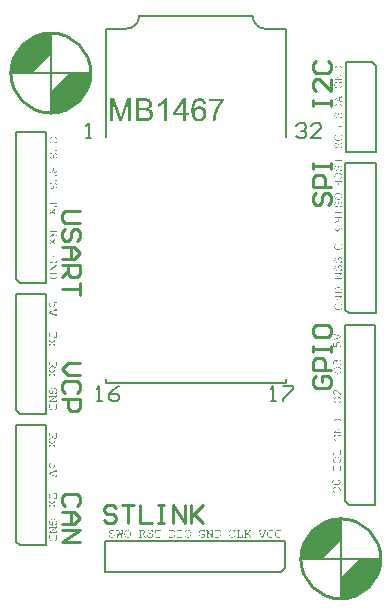
<source format=gto>
G04*
G04 #@! TF.GenerationSoftware,Altium Limited,Altium Designer,20.1.8 (145)*
G04*
G04 Layer_Color=65535*
%FSLAX25Y25*%
%MOIN*%
G70*
G04*
G04 #@! TF.SameCoordinates,0646C1E9-0440-4AAE-851A-CF3533030474*
G04*
G04*
G04 #@! TF.FilePolarity,Positive*
G04*
G01*
G75*
%ADD10C,0.01000*%
%ADD11C,0.00600*%
%ADD12C,0.00500*%
G36*
X-48335Y105767D02*
X-48335Y98819D01*
X-48335Y98749D01*
X-48362Y98611D01*
X-48416Y98481D01*
X-48494Y98365D01*
X-48544Y98315D01*
X-54536Y92323D01*
X-61681Y92421D01*
X-61681Y93657D01*
X-61681Y94636D01*
X-61299Y96558D01*
X-60549Y98368D01*
X-59460Y99996D01*
X-58768Y100689D01*
X-58768D01*
X-55870Y103587D01*
X-55081Y104217D01*
X-53289Y105146D01*
X-51349Y105707D01*
X-49338Y105879D01*
X-48335Y105767D01*
D02*
G37*
G36*
X-34989Y92421D02*
X-34989Y91186D01*
X-34989Y90206D01*
X-35371Y88285D01*
X-36121Y86475D01*
X-37209Y84846D01*
X-37902Y84154D01*
X-37902Y84154D01*
X-40800Y81256D01*
X-41588Y80625D01*
X-43381Y79697D01*
X-45320Y79136D01*
X-47332Y78964D01*
X-48335Y79075D01*
X-48335Y79075D01*
D01*
Y79075D01*
X-48320Y79088D01*
X-48288Y79110D01*
X-48251Y79125D01*
X-48213Y79133D01*
X-48193Y79134D01*
X-48213Y79134D01*
X-48252Y79126D01*
X-48288Y79111D01*
X-48321Y79089D01*
X-48335Y79075D01*
Y86024D01*
X-48335Y86094D01*
X-48307Y86232D01*
X-48254Y86361D01*
X-48175Y86478D01*
X-48126Y86528D01*
X-48126Y86528D01*
X-42134Y92520D01*
X-34989Y92421D01*
D02*
G37*
G36*
X48327Y-56142D02*
X48327Y-63091D01*
X48327Y-63161D01*
X48299Y-63298D01*
X48246Y-63428D01*
X48168Y-63545D01*
X48118Y-63595D01*
X42126Y-69587D01*
X34981Y-69488D01*
X34981Y-68253D01*
X34981Y-67273D01*
X35363Y-65352D01*
X36113Y-63542D01*
X37201Y-61913D01*
X37894Y-61221D01*
X37894D01*
X40792Y-58323D01*
X41580Y-57692D01*
X43373Y-56763D01*
X45312Y-56202D01*
X47324Y-56030D01*
X48327Y-56142D01*
D02*
G37*
G36*
X61673Y-69488D02*
X61673Y-70724D01*
X61673Y-71703D01*
X61291Y-73624D01*
X60541Y-75434D01*
X59452Y-77063D01*
X58760Y-77756D01*
X58760Y-77756D01*
X55862Y-80654D01*
X55073Y-81284D01*
X53281Y-82213D01*
X51341Y-82774D01*
X49330Y-82946D01*
X48327Y-82834D01*
X48327Y-82834D01*
D01*
Y-82834D01*
X48341Y-82821D01*
X48374Y-82799D01*
X48410Y-82784D01*
X48449Y-82776D01*
X48468Y-82776D01*
X48449Y-82775D01*
X48410Y-82783D01*
X48373Y-82798D01*
X48341Y-82820D01*
X48327Y-82834D01*
Y-75886D01*
X48327Y-75816D01*
X48354Y-75678D01*
X48408Y-75548D01*
X48486Y-75431D01*
X48536Y-75382D01*
X48536Y-75382D01*
X54528Y-69390D01*
X61673Y-69488D01*
D02*
G37*
G36*
X47595Y52429D02*
X47632Y52424D01*
X47673Y52419D01*
X47719Y52415D01*
X47826Y52396D01*
X47936Y52373D01*
X48057Y52336D01*
X48172Y52285D01*
X48177D01*
X48186Y52281D01*
X48200Y52271D01*
X48223Y52258D01*
X48278Y52225D01*
X48348Y52179D01*
X48422Y52119D01*
X48500Y52050D01*
X48579Y51971D01*
X48648Y51879D01*
Y51874D01*
X48657Y51869D01*
X48662Y51856D01*
X48676Y51832D01*
X48689Y51809D01*
X48703Y51782D01*
X48731Y51717D01*
X48763Y51634D01*
X48791Y51542D01*
X48810Y51440D01*
X48819Y51329D01*
Y51310D01*
X48814Y51287D01*
Y51255D01*
X48810Y51218D01*
X48800Y51172D01*
X48787Y51121D01*
X48773Y51070D01*
X48754Y51010D01*
X48726Y50950D01*
X48699Y50885D01*
X48662Y50821D01*
X48620Y50752D01*
X48569Y50687D01*
X48514Y50622D01*
X48449Y50557D01*
X48445Y50553D01*
X48431Y50544D01*
X48412Y50525D01*
X48385Y50507D01*
X48348Y50484D01*
X48302Y50456D01*
X48251Y50423D01*
X48191Y50396D01*
X48126Y50363D01*
X48057Y50331D01*
X47978Y50303D01*
X47895Y50280D01*
X47802Y50262D01*
X47710Y50243D01*
X47609Y50234D01*
X47502Y50229D01*
X47498D01*
X47475D01*
X47447D01*
X47405Y50234D01*
X47354Y50239D01*
X47299Y50248D01*
X47234Y50257D01*
X47165Y50271D01*
X47091Y50289D01*
X47012Y50308D01*
X46934Y50336D01*
X46855Y50368D01*
X46777Y50405D01*
X46698Y50451D01*
X46620Y50502D01*
X46551Y50557D01*
X46546Y50562D01*
X46537Y50571D01*
X46518Y50590D01*
X46490Y50617D01*
X46463Y50650D01*
X46435Y50687D01*
X46398Y50728D01*
X46366Y50779D01*
X46333Y50835D01*
X46296Y50890D01*
X46236Y51024D01*
X46213Y51093D01*
X46195Y51172D01*
X46185Y51250D01*
X46181Y51329D01*
Y51357D01*
X46185Y51380D01*
Y51407D01*
X46190Y51435D01*
X46204Y51509D01*
X46222Y51592D01*
X46255Y51685D01*
X46296Y51782D01*
X46356Y51879D01*
Y51883D01*
X46366Y51893D01*
X46375Y51902D01*
X46389Y51920D01*
X46426Y51967D01*
X46481Y52027D01*
X46551Y52091D01*
X46629Y52161D01*
X46726Y52225D01*
X46837Y52285D01*
X46841D01*
X46851Y52290D01*
X46869Y52299D01*
X46888Y52308D01*
X46920Y52318D01*
X46952Y52332D01*
X46989Y52345D01*
X47036Y52359D01*
X47133Y52387D01*
X47248Y52410D01*
X47368Y52429D01*
X47502Y52433D01*
X47507D01*
X47516D01*
X47539D01*
X47562D01*
X47595Y52429D01*
D02*
G37*
G36*
X48126Y49601D02*
X48154Y49597D01*
X48186Y49592D01*
X48255Y49573D01*
X48338Y49546D01*
X48426Y49499D01*
X48472Y49472D01*
X48519Y49439D01*
X48560Y49402D01*
X48602Y49356D01*
Y49352D01*
X48611Y49347D01*
X48620Y49329D01*
X48634Y49310D01*
X48653Y49287D01*
X48671Y49255D01*
X48689Y49222D01*
X48708Y49181D01*
X48731Y49134D01*
X48750Y49084D01*
X48768Y49028D01*
X48787Y48973D01*
X48810Y48839D01*
X48814Y48765D01*
X48819Y48691D01*
Y48645D01*
X48814Y48612D01*
X48810Y48575D01*
X48805Y48529D01*
X48796Y48474D01*
X48782Y48418D01*
X48750Y48298D01*
X48722Y48238D01*
X48694Y48173D01*
X48662Y48113D01*
X48625Y48053D01*
X48579Y47993D01*
X48528Y47938D01*
X48630D01*
X48634D01*
X48639D01*
X48666Y47933D01*
X48694Y47929D01*
X48722Y47910D01*
X48726Y47905D01*
X48736Y47892D01*
X48745Y47873D01*
X48750Y47846D01*
Y47841D01*
X48745Y47822D01*
X48736Y47804D01*
X48722Y47781D01*
X48717Y47776D01*
X48699Y47772D01*
X48671Y47762D01*
X48630Y47758D01*
X48131D01*
X48126D01*
X48121D01*
X48094Y47762D01*
X48066Y47767D01*
X48038Y47781D01*
X48033Y47785D01*
X48020Y47799D01*
X48010Y47818D01*
X48006Y47846D01*
Y47850D01*
X48010Y47869D01*
X48015Y47887D01*
X48033Y47905D01*
X48038Y47910D01*
X48052Y47919D01*
X48080Y47933D01*
X48117Y47938D01*
X48126D01*
X48149Y47943D01*
X48186Y47952D01*
X48237Y47966D01*
X48292Y47993D01*
X48352Y48030D01*
X48417Y48081D01*
X48477Y48146D01*
Y48150D01*
X48482Y48155D01*
X48500Y48183D01*
X48528Y48229D01*
X48556Y48289D01*
X48588Y48368D01*
X48611Y48460D01*
X48630Y48571D01*
X48639Y48691D01*
Y48723D01*
X48634Y48746D01*
Y48774D01*
X48630Y48806D01*
X48616Y48885D01*
X48597Y48968D01*
X48569Y49060D01*
X48528Y49148D01*
X48472Y49227D01*
Y49231D01*
X48463Y49236D01*
X48445Y49259D01*
X48408Y49292D01*
X48362Y49329D01*
X48302Y49361D01*
X48232Y49393D01*
X48154Y49416D01*
X48112Y49426D01*
X48070D01*
X48066D01*
X48047D01*
X48020Y49421D01*
X47983Y49416D01*
X47946Y49407D01*
X47904Y49393D01*
X47858Y49375D01*
X47816Y49347D01*
X47812Y49342D01*
X47798Y49333D01*
X47779Y49315D01*
X47752Y49292D01*
X47724Y49259D01*
X47696Y49222D01*
X47668Y49176D01*
X47641Y49125D01*
Y49121D01*
X47632Y49102D01*
X47622Y49074D01*
X47613Y49033D01*
X47599Y48973D01*
X47581Y48899D01*
X47572Y48857D01*
X47562Y48806D01*
X47548Y48756D01*
X47539Y48696D01*
Y48691D01*
X47534Y48677D01*
X47530Y48654D01*
X47525Y48622D01*
X47516Y48585D01*
X47507Y48543D01*
X47484Y48446D01*
X47451Y48340D01*
X47414Y48229D01*
X47368Y48127D01*
X47341Y48086D01*
X47313Y48044D01*
X47304Y48035D01*
X47285Y48012D01*
X47248Y47984D01*
X47197Y47947D01*
X47137Y47910D01*
X47063Y47882D01*
X46975Y47859D01*
X46874Y47850D01*
X46869D01*
X46860D01*
X46846D01*
X46828Y47855D01*
X46772Y47864D01*
X46708Y47878D01*
X46634Y47905D01*
X46551Y47947D01*
X46509Y47970D01*
X46467Y48003D01*
X46426Y48035D01*
X46389Y48077D01*
X46384Y48081D01*
X46380Y48086D01*
X46370Y48100D01*
X46356Y48118D01*
X46343Y48141D01*
X46324Y48169D01*
X46283Y48238D01*
X46246Y48321D01*
X46213Y48423D01*
X46190Y48543D01*
X46181Y48603D01*
Y48709D01*
X46185Y48737D01*
X46190Y48770D01*
X46195Y48806D01*
X46199Y48848D01*
X46209Y48899D01*
X46241Y49000D01*
X46283Y49111D01*
X46310Y49167D01*
X46343Y49222D01*
X46380Y49278D01*
X46421Y49329D01*
X46361D01*
X46356D01*
X46352D01*
X46324Y49333D01*
X46296Y49338D01*
X46269Y49352D01*
X46264Y49356D01*
X46250Y49370D01*
X46241Y49389D01*
X46236Y49416D01*
Y49426D01*
X46241Y49439D01*
X46250Y49463D01*
X46269Y49481D01*
X46273Y49486D01*
X46292Y49495D01*
X46319Y49504D01*
X46361Y49509D01*
X46818D01*
X46823D01*
X46828D01*
X46855Y49504D01*
X46883Y49499D01*
X46911Y49481D01*
X46916Y49476D01*
X46925Y49463D01*
X46934Y49444D01*
X46939Y49416D01*
Y49412D01*
X46934Y49393D01*
X46929Y49375D01*
X46916Y49352D01*
X46911Y49347D01*
X46892Y49342D01*
X46869Y49333D01*
X46832Y49329D01*
X46823D01*
X46800Y49324D01*
X46768Y49315D01*
X46726Y49301D01*
X46675Y49278D01*
X46620Y49241D01*
X46564Y49199D01*
X46509Y49139D01*
X46504Y49130D01*
X46486Y49107D01*
X46463Y49070D01*
X46435Y49014D01*
X46407Y48950D01*
X46384Y48871D01*
X46366Y48783D01*
X46361Y48682D01*
Y48631D01*
X46370Y48575D01*
X46380Y48511D01*
X46398Y48432D01*
X46426Y48354D01*
X46463Y48275D01*
X46514Y48206D01*
X46518Y48197D01*
X46541Y48178D01*
X46574Y48150D01*
X46615Y48118D01*
X46671Y48086D01*
X46731Y48058D01*
X46800Y48039D01*
X46878Y48030D01*
X46883D01*
X46897D01*
X46916Y48035D01*
X46943D01*
X47003Y48049D01*
X47072Y48077D01*
X47077Y48081D01*
X47086Y48086D01*
X47105Y48095D01*
X47123Y48113D01*
X47170Y48150D01*
X47216Y48206D01*
Y48210D01*
X47225Y48220D01*
X47234Y48238D01*
X47243Y48261D01*
X47257Y48289D01*
X47276Y48321D01*
X47304Y48391D01*
Y48395D01*
X47308Y48409D01*
X47317Y48437D01*
X47322Y48474D01*
X47331Y48515D01*
X47345Y48575D01*
X47354Y48640D01*
X47368Y48719D01*
Y48723D01*
X47373Y48733D01*
Y48756D01*
X47377Y48779D01*
X47387Y48806D01*
X47391Y48843D01*
X47410Y48917D01*
X47428Y49005D01*
X47447Y49088D01*
X47470Y49162D01*
X47484Y49199D01*
X47493Y49227D01*
X47498Y49236D01*
X47507Y49259D01*
X47525Y49292D01*
X47553Y49333D01*
X47585Y49379D01*
X47627Y49426D01*
X47673Y49467D01*
X47724Y49509D01*
X47729Y49513D01*
X47752Y49523D01*
X47779Y49541D01*
X47821Y49560D01*
X47876Y49573D01*
X47936Y49592D01*
X48001Y49601D01*
X48075Y49606D01*
X48080D01*
X48089D01*
X48103D01*
X48126Y49601D01*
D02*
G37*
G36*
X48685Y46866D02*
X48703Y46857D01*
X48726Y46838D01*
X48731Y46834D01*
X48736Y46815D01*
X48745Y46788D01*
X48750Y46746D01*
Y45328D01*
X48745Y45300D01*
X48740Y45268D01*
X48726Y45240D01*
X48722Y45235D01*
X48708Y45226D01*
X48689Y45217D01*
X48662Y45212D01*
X48653D01*
X48639Y45217D01*
X48616Y45226D01*
X48597Y45240D01*
X48592Y45244D01*
X48583Y45263D01*
X48574Y45291D01*
X48569Y45337D01*
Y45951D01*
X46417D01*
Y45328D01*
X46412Y45300D01*
X46407Y45268D01*
X46393Y45240D01*
X46389Y45235D01*
X46375Y45226D01*
X46356Y45217D01*
X46329Y45212D01*
X46319D01*
X46306Y45217D01*
X46283Y45226D01*
X46264Y45240D01*
X46259Y45244D01*
X46250Y45263D01*
X46241Y45291D01*
X46236Y45337D01*
Y46755D01*
X46241Y46783D01*
X46246Y46811D01*
X46264Y46838D01*
X46269Y46843D01*
X46283Y46857D01*
X46301Y46866D01*
X46329Y46871D01*
X46333D01*
X46352Y46866D01*
X46375Y46857D01*
X46393Y46838D01*
X46398Y46834D01*
X46403Y46815D01*
X46412Y46788D01*
X46417Y46746D01*
Y46132D01*
X48569D01*
Y46755D01*
X48574Y46783D01*
X48579Y46811D01*
X48597Y46838D01*
X48602Y46843D01*
X48616Y46857D01*
X48634Y46866D01*
X48662Y46871D01*
X48666D01*
X48685Y46866D01*
D02*
G37*
G36*
Y44685D02*
X48703Y44676D01*
X48726Y44658D01*
X48731Y44653D01*
X48736Y44635D01*
X48745Y44607D01*
X48750Y44565D01*
Y43895D01*
X48745Y43868D01*
X48740Y43835D01*
X48726Y43808D01*
X48722Y43803D01*
X48708Y43794D01*
X48689Y43784D01*
X48662Y43780D01*
X48653D01*
X48639Y43784D01*
X48616Y43794D01*
X48597Y43808D01*
X48592Y43812D01*
X48583Y43831D01*
X48574Y43858D01*
X48569Y43905D01*
Y44237D01*
X46417D01*
Y44200D01*
X47997Y43516D01*
Y43309D01*
X46417Y42611D01*
Y42579D01*
X48569D01*
Y42921D01*
X48574Y42948D01*
X48579Y42976D01*
X48597Y43004D01*
X48602Y43008D01*
X48616Y43022D01*
X48634Y43031D01*
X48662Y43036D01*
X48666D01*
X48685Y43031D01*
X48703Y43022D01*
X48726Y43004D01*
X48731Y42999D01*
X48736Y42981D01*
X48745Y42953D01*
X48750Y42911D01*
Y42241D01*
X48745Y42214D01*
X48740Y42181D01*
X48726Y42154D01*
X48722Y42149D01*
X48708Y42140D01*
X48689Y42131D01*
X48662Y42126D01*
X48653D01*
X48639Y42131D01*
X48616Y42140D01*
X48597Y42154D01*
X48592Y42158D01*
X48583Y42177D01*
X48574Y42204D01*
X48569Y42251D01*
Y42399D01*
X46417D01*
Y42278D01*
X46412Y42251D01*
X46407Y42218D01*
X46393Y42191D01*
X46389Y42186D01*
X46375Y42177D01*
X46356Y42167D01*
X46329Y42163D01*
X46319D01*
X46306Y42167D01*
X46283Y42177D01*
X46264Y42191D01*
X46259Y42195D01*
X46250Y42214D01*
X46241Y42241D01*
X46236Y42288D01*
Y42726D01*
X47793Y43410D01*
X46236Y44080D01*
Y44538D01*
X46241Y44565D01*
X46246Y44593D01*
X46264Y44621D01*
X46269Y44625D01*
X46283Y44639D01*
X46301Y44648D01*
X46329Y44653D01*
X46333D01*
X46352Y44648D01*
X46375Y44639D01*
X46393Y44621D01*
X46398Y44616D01*
X46403Y44598D01*
X46412Y44570D01*
X46417Y44528D01*
Y44417D01*
X48569D01*
Y44574D01*
X48574Y44602D01*
X48579Y44630D01*
X48597Y44658D01*
X48602Y44662D01*
X48616Y44676D01*
X48634Y44685D01*
X48662Y44690D01*
X48666D01*
X48685Y44685D01*
D02*
G37*
G36*
Y64159D02*
X48703Y64150D01*
X48726Y64131D01*
X48731Y64127D01*
X48736Y64108D01*
X48745Y64081D01*
X48750Y64039D01*
Y62621D01*
X48745Y62593D01*
X48740Y62561D01*
X48726Y62533D01*
X48722Y62528D01*
X48708Y62519D01*
X48689Y62510D01*
X48662Y62505D01*
X48653D01*
X48639Y62510D01*
X48616Y62519D01*
X48597Y62533D01*
X48592Y62538D01*
X48583Y62556D01*
X48574Y62584D01*
X48569Y62630D01*
Y63244D01*
X46417D01*
Y62621D01*
X46412Y62593D01*
X46407Y62561D01*
X46393Y62533D01*
X46389Y62528D01*
X46375Y62519D01*
X46356Y62510D01*
X46329Y62505D01*
X46319D01*
X46306Y62510D01*
X46283Y62519D01*
X46264Y62533D01*
X46259Y62538D01*
X46250Y62556D01*
X46241Y62584D01*
X46236Y62630D01*
Y64048D01*
X46241Y64076D01*
X46246Y64104D01*
X46264Y64131D01*
X46269Y64136D01*
X46283Y64150D01*
X46301Y64159D01*
X46329Y64164D01*
X46333D01*
X46352Y64159D01*
X46375Y64150D01*
X46393Y64131D01*
X46398Y64127D01*
X46403Y64108D01*
X46412Y64081D01*
X46417Y64039D01*
Y63425D01*
X48569D01*
Y64048D01*
X48574Y64076D01*
X48579Y64104D01*
X48597Y64131D01*
X48602Y64136D01*
X48616Y64150D01*
X48634Y64159D01*
X48662Y64164D01*
X48666D01*
X48685Y64159D01*
D02*
G37*
G36*
X48126Y61609D02*
X48154Y61604D01*
X48186Y61600D01*
X48255Y61581D01*
X48338Y61554D01*
X48426Y61507D01*
X48472Y61480D01*
X48519Y61447D01*
X48560Y61410D01*
X48602Y61364D01*
Y61360D01*
X48611Y61355D01*
X48620Y61336D01*
X48634Y61318D01*
X48653Y61295D01*
X48671Y61263D01*
X48689Y61230D01*
X48708Y61189D01*
X48731Y61142D01*
X48750Y61092D01*
X48768Y61036D01*
X48787Y60981D01*
X48810Y60847D01*
X48814Y60773D01*
X48819Y60699D01*
Y60653D01*
X48814Y60620D01*
X48810Y60583D01*
X48805Y60537D01*
X48796Y60482D01*
X48782Y60426D01*
X48750Y60306D01*
X48722Y60246D01*
X48694Y60181D01*
X48662Y60121D01*
X48625Y60061D01*
X48579Y60001D01*
X48528Y59946D01*
X48630D01*
X48634D01*
X48639D01*
X48666Y59941D01*
X48694Y59937D01*
X48722Y59918D01*
X48726Y59913D01*
X48736Y59900D01*
X48745Y59881D01*
X48750Y59853D01*
Y59849D01*
X48745Y59830D01*
X48736Y59812D01*
X48722Y59789D01*
X48717Y59784D01*
X48699Y59780D01*
X48671Y59770D01*
X48630Y59766D01*
X48131D01*
X48126D01*
X48121D01*
X48094Y59770D01*
X48066Y59775D01*
X48038Y59789D01*
X48033Y59793D01*
X48020Y59807D01*
X48010Y59826D01*
X48006Y59853D01*
Y59858D01*
X48010Y59877D01*
X48015Y59895D01*
X48033Y59913D01*
X48038Y59918D01*
X48052Y59927D01*
X48080Y59941D01*
X48117Y59946D01*
X48126D01*
X48149Y59950D01*
X48186Y59960D01*
X48237Y59974D01*
X48292Y60001D01*
X48352Y60038D01*
X48417Y60089D01*
X48477Y60154D01*
Y60158D01*
X48482Y60163D01*
X48500Y60191D01*
X48528Y60237D01*
X48556Y60297D01*
X48588Y60375D01*
X48611Y60468D01*
X48630Y60579D01*
X48639Y60699D01*
Y60731D01*
X48634Y60754D01*
Y60782D01*
X48630Y60814D01*
X48616Y60893D01*
X48597Y60976D01*
X48569Y61068D01*
X48528Y61156D01*
X48472Y61235D01*
Y61239D01*
X48463Y61244D01*
X48445Y61267D01*
X48408Y61300D01*
X48362Y61336D01*
X48302Y61369D01*
X48232Y61401D01*
X48154Y61424D01*
X48112Y61434D01*
X48070D01*
X48066D01*
X48047D01*
X48020Y61429D01*
X47983Y61424D01*
X47946Y61415D01*
X47904Y61401D01*
X47858Y61383D01*
X47816Y61355D01*
X47812Y61350D01*
X47798Y61341D01*
X47779Y61323D01*
X47752Y61300D01*
X47724Y61267D01*
X47696Y61230D01*
X47668Y61184D01*
X47641Y61133D01*
Y61128D01*
X47632Y61110D01*
X47622Y61082D01*
X47613Y61041D01*
X47599Y60981D01*
X47581Y60907D01*
X47572Y60865D01*
X47562Y60814D01*
X47548Y60764D01*
X47539Y60703D01*
Y60699D01*
X47534Y60685D01*
X47530Y60662D01*
X47525Y60630D01*
X47516Y60593D01*
X47507Y60551D01*
X47484Y60454D01*
X47451Y60348D01*
X47414Y60237D01*
X47368Y60135D01*
X47341Y60094D01*
X47313Y60052D01*
X47304Y60043D01*
X47285Y60020D01*
X47248Y59992D01*
X47197Y59955D01*
X47137Y59918D01*
X47063Y59890D01*
X46975Y59867D01*
X46874Y59858D01*
X46869D01*
X46860D01*
X46846D01*
X46828Y59863D01*
X46772Y59872D01*
X46708Y59886D01*
X46634Y59913D01*
X46551Y59955D01*
X46509Y59978D01*
X46467Y60010D01*
X46426Y60043D01*
X46389Y60084D01*
X46384Y60089D01*
X46380Y60094D01*
X46370Y60107D01*
X46356Y60126D01*
X46343Y60149D01*
X46324Y60177D01*
X46283Y60246D01*
X46246Y60329D01*
X46213Y60431D01*
X46190Y60551D01*
X46181Y60611D01*
Y60717D01*
X46185Y60745D01*
X46190Y60777D01*
X46195Y60814D01*
X46199Y60856D01*
X46209Y60907D01*
X46241Y61008D01*
X46283Y61119D01*
X46310Y61175D01*
X46343Y61230D01*
X46380Y61286D01*
X46421Y61336D01*
X46361D01*
X46356D01*
X46352D01*
X46324Y61341D01*
X46296Y61346D01*
X46269Y61360D01*
X46264Y61364D01*
X46250Y61378D01*
X46241Y61396D01*
X46236Y61424D01*
Y61434D01*
X46241Y61447D01*
X46250Y61470D01*
X46269Y61489D01*
X46273Y61493D01*
X46292Y61503D01*
X46319Y61512D01*
X46361Y61517D01*
X46818D01*
X46823D01*
X46828D01*
X46855Y61512D01*
X46883Y61507D01*
X46911Y61489D01*
X46916Y61484D01*
X46925Y61470D01*
X46934Y61452D01*
X46939Y61424D01*
Y61420D01*
X46934Y61401D01*
X46929Y61383D01*
X46916Y61360D01*
X46911Y61355D01*
X46892Y61350D01*
X46869Y61341D01*
X46832Y61336D01*
X46823D01*
X46800Y61332D01*
X46768Y61323D01*
X46726Y61309D01*
X46675Y61286D01*
X46620Y61249D01*
X46564Y61207D01*
X46509Y61147D01*
X46504Y61138D01*
X46486Y61115D01*
X46463Y61078D01*
X46435Y61022D01*
X46407Y60958D01*
X46384Y60879D01*
X46366Y60791D01*
X46361Y60690D01*
Y60639D01*
X46370Y60583D01*
X46380Y60519D01*
X46398Y60440D01*
X46426Y60362D01*
X46463Y60283D01*
X46514Y60214D01*
X46518Y60204D01*
X46541Y60186D01*
X46574Y60158D01*
X46615Y60126D01*
X46671Y60094D01*
X46731Y60066D01*
X46800Y60048D01*
X46878Y60038D01*
X46883D01*
X46897D01*
X46916Y60043D01*
X46943D01*
X47003Y60057D01*
X47072Y60084D01*
X47077Y60089D01*
X47086Y60094D01*
X47105Y60103D01*
X47123Y60121D01*
X47170Y60158D01*
X47216Y60214D01*
Y60218D01*
X47225Y60228D01*
X47234Y60246D01*
X47243Y60269D01*
X47257Y60297D01*
X47276Y60329D01*
X47304Y60399D01*
Y60403D01*
X47308Y60417D01*
X47317Y60445D01*
X47322Y60482D01*
X47331Y60523D01*
X47345Y60583D01*
X47354Y60648D01*
X47368Y60727D01*
Y60731D01*
X47373Y60741D01*
Y60764D01*
X47377Y60787D01*
X47387Y60814D01*
X47391Y60851D01*
X47410Y60925D01*
X47428Y61013D01*
X47447Y61096D01*
X47470Y61170D01*
X47484Y61207D01*
X47493Y61235D01*
X47498Y61244D01*
X47507Y61267D01*
X47525Y61300D01*
X47553Y61341D01*
X47585Y61387D01*
X47627Y61434D01*
X47673Y61475D01*
X47724Y61517D01*
X47729Y61521D01*
X47752Y61531D01*
X47779Y61549D01*
X47821Y61567D01*
X47876Y61581D01*
X47936Y61600D01*
X48001Y61609D01*
X48075Y61614D01*
X48080D01*
X48089D01*
X48103D01*
X48126Y61609D01*
D02*
G37*
G36*
X47595Y59151D02*
X47632Y59147D01*
X47673Y59142D01*
X47719Y59137D01*
X47826Y59119D01*
X47936Y59096D01*
X48057Y59059D01*
X48172Y59008D01*
X48177D01*
X48186Y59003D01*
X48200Y58994D01*
X48223Y58980D01*
X48278Y58948D01*
X48348Y58902D01*
X48422Y58842D01*
X48500Y58772D01*
X48579Y58694D01*
X48648Y58601D01*
Y58597D01*
X48657Y58592D01*
X48662Y58578D01*
X48676Y58555D01*
X48689Y58532D01*
X48703Y58504D01*
X48731Y58440D01*
X48763Y58356D01*
X48791Y58264D01*
X48810Y58162D01*
X48819Y58052D01*
Y58033D01*
X48814Y58010D01*
Y57978D01*
X48810Y57941D01*
X48800Y57894D01*
X48787Y57844D01*
X48773Y57793D01*
X48754Y57733D01*
X48726Y57673D01*
X48699Y57608D01*
X48662Y57543D01*
X48620Y57474D01*
X48569Y57409D01*
X48514Y57345D01*
X48449Y57280D01*
X48445Y57275D01*
X48431Y57266D01*
X48412Y57248D01*
X48385Y57229D01*
X48348Y57206D01*
X48302Y57178D01*
X48251Y57146D01*
X48191Y57118D01*
X48126Y57086D01*
X48057Y57054D01*
X47978Y57026D01*
X47895Y57003D01*
X47802Y56984D01*
X47710Y56966D01*
X47609Y56957D01*
X47502Y56952D01*
X47498D01*
X47475D01*
X47447D01*
X47405Y56957D01*
X47354Y56961D01*
X47299Y56971D01*
X47234Y56980D01*
X47165Y56994D01*
X47091Y57012D01*
X47012Y57031D01*
X46934Y57058D01*
X46855Y57091D01*
X46777Y57128D01*
X46698Y57174D01*
X46620Y57225D01*
X46551Y57280D01*
X46546Y57285D01*
X46537Y57294D01*
X46518Y57312D01*
X46490Y57340D01*
X46463Y57372D01*
X46435Y57409D01*
X46398Y57451D01*
X46366Y57502D01*
X46333Y57557D01*
X46296Y57613D01*
X46236Y57747D01*
X46213Y57816D01*
X46195Y57894D01*
X46185Y57973D01*
X46181Y58052D01*
Y58079D01*
X46185Y58102D01*
Y58130D01*
X46190Y58158D01*
X46204Y58232D01*
X46222Y58315D01*
X46255Y58407D01*
X46296Y58504D01*
X46356Y58601D01*
Y58606D01*
X46366Y58615D01*
X46375Y58625D01*
X46389Y58643D01*
X46426Y58689D01*
X46481Y58749D01*
X46551Y58814D01*
X46629Y58883D01*
X46726Y58948D01*
X46837Y59008D01*
X46841D01*
X46851Y59013D01*
X46869Y59022D01*
X46888Y59031D01*
X46920Y59040D01*
X46952Y59054D01*
X46989Y59068D01*
X47036Y59082D01*
X47133Y59110D01*
X47248Y59133D01*
X47368Y59151D01*
X47502Y59156D01*
X47507D01*
X47516D01*
X47539D01*
X47562D01*
X47595Y59151D01*
D02*
G37*
G36*
X48685Y56693D02*
X48703Y56684D01*
X48726Y56666D01*
X48731Y56661D01*
X48736Y56643D01*
X48745Y56615D01*
X48750Y56573D01*
Y55903D01*
X48745Y55876D01*
X48740Y55843D01*
X48726Y55816D01*
X48722Y55811D01*
X48708Y55802D01*
X48689Y55792D01*
X48662Y55788D01*
X48653D01*
X48639Y55792D01*
X48616Y55802D01*
X48597Y55816D01*
X48592Y55820D01*
X48583Y55839D01*
X48574Y55866D01*
X48569Y55913D01*
Y56245D01*
X46417D01*
Y56208D01*
X47997Y55524D01*
Y55317D01*
X46417Y54619D01*
Y54587D01*
X48569D01*
Y54928D01*
X48574Y54956D01*
X48579Y54984D01*
X48597Y55012D01*
X48602Y55016D01*
X48616Y55030D01*
X48634Y55039D01*
X48662Y55044D01*
X48666D01*
X48685Y55039D01*
X48703Y55030D01*
X48726Y55012D01*
X48731Y55007D01*
X48736Y54989D01*
X48745Y54961D01*
X48750Y54919D01*
Y54249D01*
X48745Y54222D01*
X48740Y54189D01*
X48726Y54162D01*
X48722Y54157D01*
X48708Y54148D01*
X48689Y54138D01*
X48662Y54134D01*
X48653D01*
X48639Y54138D01*
X48616Y54148D01*
X48597Y54162D01*
X48592Y54166D01*
X48583Y54185D01*
X48574Y54212D01*
X48569Y54259D01*
Y54406D01*
X46417D01*
Y54286D01*
X46412Y54259D01*
X46407Y54226D01*
X46393Y54198D01*
X46389Y54194D01*
X46375Y54185D01*
X46356Y54175D01*
X46329Y54171D01*
X46319D01*
X46306Y54175D01*
X46283Y54185D01*
X46264Y54198D01*
X46259Y54203D01*
X46250Y54222D01*
X46241Y54249D01*
X46236Y54296D01*
Y54734D01*
X47793Y55418D01*
X46236Y56088D01*
Y56546D01*
X46241Y56573D01*
X46246Y56601D01*
X46264Y56629D01*
X46269Y56633D01*
X46283Y56647D01*
X46301Y56656D01*
X46329Y56661D01*
X46333D01*
X46352Y56656D01*
X46375Y56647D01*
X46393Y56629D01*
X46398Y56624D01*
X46403Y56606D01*
X46412Y56578D01*
X46417Y56536D01*
Y56425D01*
X48569D01*
Y56582D01*
X48574Y56610D01*
X48579Y56638D01*
X48597Y56666D01*
X48602Y56670D01*
X48616Y56684D01*
X48634Y56693D01*
X48662Y56698D01*
X48666D01*
X48685Y56693D01*
D02*
G37*
G36*
X48685Y41045D02*
X48703Y41040D01*
X48726Y41022D01*
X48731Y41017D01*
X48736Y40999D01*
X48745Y40971D01*
X48750Y40925D01*
Y40578D01*
X48740Y40574D01*
X48717Y40564D01*
X48676Y40551D01*
X48625Y40532D01*
X48565Y40509D01*
X48491Y40481D01*
X48417Y40449D01*
X48334Y40412D01*
X48163Y40338D01*
X48080Y40301D01*
X48001Y40259D01*
X47927Y40218D01*
X47858Y40181D01*
X47798Y40139D01*
X47752Y40102D01*
X47747D01*
X47742Y40093D01*
X47715Y40065D01*
X47678Y40024D01*
X47631Y39968D01*
X47581Y39899D01*
X47525Y39816D01*
X47479Y39724D01*
X47442Y39617D01*
X47770Y39257D01*
X48569D01*
Y39599D01*
X48574Y39627D01*
X48579Y39654D01*
X48597Y39682D01*
X48602Y39687D01*
X48616Y39700D01*
X48634Y39710D01*
X48662Y39714D01*
X48666D01*
X48685Y39710D01*
X48703Y39700D01*
X48726Y39682D01*
X48731Y39677D01*
X48736Y39659D01*
X48745Y39631D01*
X48750Y39590D01*
Y38827D01*
X48745Y38800D01*
X48740Y38767D01*
X48726Y38739D01*
X48722Y38735D01*
X48708Y38726D01*
X48689Y38716D01*
X48662Y38712D01*
X48653D01*
X48639Y38716D01*
X48616Y38726D01*
X48597Y38739D01*
X48592Y38744D01*
X48583Y38763D01*
X48574Y38790D01*
X48569Y38837D01*
Y39077D01*
X46417D01*
Y38827D01*
X46412Y38800D01*
X46407Y38767D01*
X46393Y38739D01*
X46389Y38735D01*
X46375Y38726D01*
X46356Y38716D01*
X46329Y38712D01*
X46319D01*
X46306Y38716D01*
X46283Y38726D01*
X46264Y38739D01*
X46259Y38744D01*
X46250Y38763D01*
X46241Y38790D01*
X46236Y38837D01*
Y39599D01*
X46241Y39627D01*
X46246Y39654D01*
X46264Y39682D01*
X46269Y39687D01*
X46283Y39700D01*
X46301Y39710D01*
X46329Y39714D01*
X46333D01*
X46352Y39710D01*
X46375Y39700D01*
X46393Y39682D01*
X46398Y39677D01*
X46403Y39659D01*
X46412Y39631D01*
X46417Y39590D01*
Y39257D01*
X47530D01*
X46417Y40490D01*
Y40287D01*
X46412Y40259D01*
X46407Y40227D01*
X46393Y40199D01*
X46389Y40195D01*
X46375Y40185D01*
X46356Y40176D01*
X46329Y40172D01*
X46319D01*
X46306Y40176D01*
X46283Y40185D01*
X46264Y40199D01*
X46259Y40204D01*
X46250Y40222D01*
X46241Y40250D01*
X46236Y40296D01*
Y40837D01*
X46241Y40865D01*
X46246Y40892D01*
X46264Y40920D01*
X46269Y40925D01*
X46283Y40939D01*
X46301Y40948D01*
X46329Y40952D01*
X46333D01*
X46352Y40948D01*
X46375Y40939D01*
X46393Y40920D01*
X46398Y40916D01*
X46403Y40897D01*
X46412Y40869D01*
X46417Y40828D01*
Y40758D01*
X47308Y39770D01*
Y39774D01*
X47313Y39779D01*
X47322Y39807D01*
X47345Y39848D01*
X47368Y39899D01*
X47401Y39955D01*
X47438Y40019D01*
X47484Y40079D01*
X47530Y40135D01*
X47534Y40139D01*
X47553Y40158D01*
X47585Y40190D01*
X47627Y40227D01*
X47682Y40269D01*
X47747Y40315D01*
X47826Y40366D01*
X47913Y40416D01*
X47923Y40421D01*
X47932Y40426D01*
X47946Y40430D01*
X47964Y40440D01*
X47987Y40453D01*
X48015Y40467D01*
X48047Y40481D01*
X48089Y40500D01*
X48135Y40523D01*
X48191Y40546D01*
X48251Y40569D01*
X48320Y40601D01*
X48394Y40629D01*
X48477Y40666D01*
X48569Y40703D01*
Y40934D01*
X48574Y40962D01*
X48579Y40994D01*
X48597Y41022D01*
X48602Y41026D01*
X48616Y41036D01*
X48634Y41045D01*
X48662Y41050D01*
X48666D01*
X48685Y41045D01*
D02*
G37*
G36*
X48750Y36268D02*
X48745Y36240D01*
X48740Y36212D01*
X48726Y36185D01*
X48722Y36180D01*
X48708Y36171D01*
X48689Y36162D01*
X48662Y36157D01*
X48653D01*
X48639Y36162D01*
X48616Y36171D01*
X48597Y36185D01*
X48592Y36189D01*
X48583Y36208D01*
X48574Y36235D01*
X48569Y36277D01*
Y36707D01*
X46417D01*
Y36268D01*
X46412Y36240D01*
X46407Y36212D01*
X46393Y36185D01*
X46389Y36180D01*
X46375Y36171D01*
X46356Y36162D01*
X46329Y36157D01*
X46319D01*
X46306Y36162D01*
X46283Y36171D01*
X46264Y36185D01*
X46259Y36189D01*
X46250Y36208D01*
X46241Y36235D01*
X46236Y36277D01*
Y37326D01*
X46241Y37349D01*
X46246Y37381D01*
X46264Y37404D01*
X46269Y37409D01*
X46283Y37423D01*
X46301Y37432D01*
X46329Y37437D01*
X46333D01*
X46352Y37432D01*
X46375Y37423D01*
X46393Y37404D01*
X46398Y37400D01*
X46403Y37381D01*
X46412Y37354D01*
X46417Y37317D01*
Y36887D01*
X48569D01*
Y38093D01*
X47853D01*
X47849D01*
X47844D01*
X47821Y38097D01*
X47789Y38102D01*
X47765Y38116D01*
X47761Y38120D01*
X47747Y38134D01*
X47738Y38153D01*
X47733Y38180D01*
Y38185D01*
X47738Y38203D01*
X47742Y38222D01*
X47761Y38245D01*
X47765Y38250D01*
X47784Y38259D01*
X47812Y38268D01*
X47853Y38273D01*
X48750D01*
Y36268D01*
D02*
G37*
G36*
X48297Y35598D02*
X48315Y35589D01*
X48334Y35579D01*
X48362Y35561D01*
X48389Y35538D01*
X48426Y35506D01*
X48435Y35496D01*
X48458Y35473D01*
X48491Y35436D01*
X48537Y35390D01*
X48583Y35330D01*
X48634Y35265D01*
X48680Y35191D01*
X48722Y35108D01*
Y35103D01*
X48726Y35099D01*
X48736Y35071D01*
X48754Y35030D01*
X48768Y34969D01*
X48787Y34905D01*
X48805Y34831D01*
X48814Y34748D01*
X48819Y34665D01*
Y34632D01*
X48814Y34591D01*
X48810Y34545D01*
X48800Y34484D01*
X48787Y34415D01*
X48768Y34341D01*
X48745Y34267D01*
X48740Y34263D01*
X48736Y34240D01*
X48722Y34212D01*
X48708Y34175D01*
X48689Y34133D01*
X48666Y34092D01*
X48639Y34050D01*
X48611Y34009D01*
X48606Y34004D01*
X48597Y33990D01*
X48579Y33972D01*
X48551Y33944D01*
X48514Y33907D01*
X48468Y33865D01*
X48417Y33814D01*
X48352Y33764D01*
X48343Y33759D01*
X48320Y33741D01*
X48288Y33713D01*
X48241Y33685D01*
X48191Y33648D01*
X48131Y33616D01*
X48075Y33584D01*
X48015Y33560D01*
X48006D01*
X47987Y33551D01*
X47955Y33547D01*
X47913Y33537D01*
X47862Y33528D01*
X47802Y33519D01*
X47738Y33514D01*
X47668Y33510D01*
X47304D01*
X47299D01*
X47290D01*
X47276D01*
X47257Y33514D01*
X47234D01*
X47202Y33519D01*
X47133Y33528D01*
X47054Y33542D01*
X46962Y33570D01*
X46860Y33602D01*
X46758Y33648D01*
X46754D01*
X46744Y33653D01*
X46731Y33662D01*
X46712Y33676D01*
X46661Y33708D01*
X46601Y33750D01*
X46532Y33805D01*
X46463Y33875D01*
X46393Y33953D01*
X46333Y34041D01*
Y34045D01*
X46329Y34050D01*
X46319Y34064D01*
X46310Y34082D01*
X46296Y34106D01*
X46287Y34133D01*
X46255Y34203D01*
X46227Y34281D01*
X46204Y34374D01*
X46185Y34475D01*
X46181Y34582D01*
Y34623D01*
X46185Y34655D01*
X46190Y34697D01*
X46195Y34738D01*
X46204Y34789D01*
X46218Y34845D01*
X46255Y34965D01*
X46278Y35030D01*
X46310Y35094D01*
X46343Y35164D01*
X46384Y35228D01*
X46430Y35293D01*
X46486Y35353D01*
X46361D01*
X46356D01*
X46352D01*
X46324Y35358D01*
X46296Y35362D01*
X46269Y35376D01*
X46264Y35381D01*
X46250Y35395D01*
X46241Y35413D01*
X46236Y35441D01*
Y35450D01*
X46241Y35464D01*
X46250Y35487D01*
X46269Y35506D01*
X46273Y35510D01*
X46292Y35519D01*
X46319Y35529D01*
X46361Y35533D01*
X46860D01*
X46865D01*
X46869D01*
X46897Y35529D01*
X46925Y35524D01*
X46952Y35506D01*
X46957Y35501D01*
X46966Y35487D01*
X46975Y35469D01*
X46980Y35441D01*
Y35436D01*
X46975Y35418D01*
X46971Y35399D01*
X46957Y35376D01*
X46952Y35372D01*
X46934Y35367D01*
X46911Y35358D01*
X46874Y35353D01*
X46865D01*
X46841Y35348D01*
X46809Y35339D01*
X46768Y35325D01*
X46717Y35298D01*
X46661Y35265D01*
X46611Y35214D01*
X46555Y35154D01*
X46551Y35150D01*
X46546Y35145D01*
X46537Y35131D01*
X46523Y35113D01*
X46509Y35085D01*
X46495Y35057D01*
X46458Y34988D01*
X46421Y34905D01*
X46393Y34808D01*
X46370Y34702D01*
X46361Y34586D01*
Y34549D01*
X46366Y34512D01*
X46370Y34461D01*
X46384Y34401D01*
X46398Y34332D01*
X46421Y34263D01*
X46453Y34193D01*
X46458Y34189D01*
X46467Y34170D01*
X46481Y34147D01*
X46500Y34115D01*
X46551Y34041D01*
X46583Y34004D01*
X46620Y33972D01*
X46629Y33967D01*
X46648Y33948D01*
X46684Y33925D01*
X46726Y33893D01*
X46782Y33856D01*
X46846Y33819D01*
X46915Y33782D01*
X46989Y33750D01*
X46994Y33745D01*
X47017Y33741D01*
X47045Y33731D01*
X47086Y33722D01*
X47137Y33708D01*
X47193Y33699D01*
X47257Y33694D01*
X47327Y33690D01*
X47645D01*
X47650D01*
X47664D01*
X47682D01*
X47715Y33694D01*
X47747Y33699D01*
X47789Y33704D01*
X47835Y33713D01*
X47881Y33727D01*
X47992Y33759D01*
X48052Y33787D01*
X48107Y33814D01*
X48167Y33847D01*
X48228Y33884D01*
X48288Y33930D01*
X48343Y33981D01*
X48348Y33985D01*
X48357Y33995D01*
X48371Y34009D01*
X48389Y34032D01*
X48412Y34059D01*
X48435Y34092D01*
X48463Y34133D01*
X48491Y34175D01*
X48546Y34277D01*
X48592Y34392D01*
X48611Y34452D01*
X48625Y34521D01*
X48634Y34591D01*
X48639Y34660D01*
Y34697D01*
X48634Y34743D01*
X48625Y34799D01*
X48616Y34863D01*
X48597Y34933D01*
X48574Y35006D01*
X48542Y35076D01*
X48537Y35085D01*
X48523Y35108D01*
X48500Y35145D01*
X48463Y35191D01*
X48422Y35247D01*
X48371Y35307D01*
X48306Y35372D01*
X48237Y35436D01*
X48228Y35441D01*
X48214Y35459D01*
X48200Y35482D01*
X48191Y35515D01*
Y35519D01*
X48195Y35538D01*
X48200Y35556D01*
X48218Y35575D01*
X48223Y35579D01*
X48232Y35589D01*
X48255Y35598D01*
X48278Y35603D01*
X48288D01*
X48297Y35598D01*
D02*
G37*
G36*
X48126Y30994D02*
X48154Y30989D01*
X48186Y30985D01*
X48255Y30966D01*
X48338Y30939D01*
X48426Y30892D01*
X48472Y30865D01*
X48519Y30832D01*
X48560Y30795D01*
X48602Y30749D01*
Y30744D01*
X48611Y30740D01*
X48620Y30721D01*
X48634Y30703D01*
X48653Y30680D01*
X48671Y30648D01*
X48689Y30615D01*
X48708Y30574D01*
X48731Y30527D01*
X48750Y30477D01*
X48768Y30421D01*
X48787Y30366D01*
X48810Y30232D01*
X48814Y30158D01*
X48819Y30084D01*
Y30038D01*
X48814Y30005D01*
X48810Y29968D01*
X48805Y29922D01*
X48796Y29867D01*
X48782Y29811D01*
X48750Y29691D01*
X48722Y29631D01*
X48694Y29566D01*
X48662Y29506D01*
X48625Y29446D01*
X48579Y29386D01*
X48528Y29331D01*
X48630D01*
X48634D01*
X48639D01*
X48666Y29326D01*
X48694Y29322D01*
X48722Y29303D01*
X48726Y29298D01*
X48736Y29285D01*
X48745Y29266D01*
X48750Y29238D01*
Y29234D01*
X48745Y29215D01*
X48736Y29197D01*
X48722Y29174D01*
X48717Y29169D01*
X48699Y29164D01*
X48671Y29155D01*
X48630Y29151D01*
X48131D01*
X48126D01*
X48121D01*
X48094Y29155D01*
X48066Y29160D01*
X48038Y29174D01*
X48033Y29178D01*
X48020Y29192D01*
X48010Y29211D01*
X48006Y29238D01*
Y29243D01*
X48010Y29261D01*
X48015Y29280D01*
X48033Y29298D01*
X48038Y29303D01*
X48052Y29312D01*
X48080Y29326D01*
X48117Y29331D01*
X48126D01*
X48149Y29335D01*
X48186Y29345D01*
X48237Y29359D01*
X48292Y29386D01*
X48352Y29423D01*
X48417Y29474D01*
X48477Y29539D01*
Y29543D01*
X48482Y29548D01*
X48500Y29576D01*
X48528Y29622D01*
X48555Y29682D01*
X48588Y29761D01*
X48611Y29853D01*
X48630Y29964D01*
X48639Y30084D01*
Y30116D01*
X48634Y30139D01*
Y30167D01*
X48630Y30199D01*
X48616Y30278D01*
X48597Y30361D01*
X48569Y30454D01*
X48528Y30541D01*
X48472Y30620D01*
Y30624D01*
X48463Y30629D01*
X48445Y30652D01*
X48408Y30685D01*
X48362Y30721D01*
X48301Y30754D01*
X48232Y30786D01*
X48154Y30809D01*
X48112Y30819D01*
X48070D01*
X48066D01*
X48047D01*
X48020Y30814D01*
X47983Y30809D01*
X47946Y30800D01*
X47904Y30786D01*
X47858Y30768D01*
X47816Y30740D01*
X47812Y30735D01*
X47798Y30726D01*
X47779Y30708D01*
X47752Y30685D01*
X47724Y30652D01*
X47696Y30615D01*
X47668Y30569D01*
X47641Y30518D01*
Y30514D01*
X47631Y30495D01*
X47622Y30467D01*
X47613Y30426D01*
X47599Y30366D01*
X47581Y30292D01*
X47572Y30250D01*
X47562Y30199D01*
X47548Y30149D01*
X47539Y30088D01*
Y30084D01*
X47534Y30070D01*
X47530Y30047D01*
X47525Y30015D01*
X47516Y29978D01*
X47507Y29936D01*
X47484Y29839D01*
X47451Y29733D01*
X47414Y29622D01*
X47368Y29520D01*
X47341Y29479D01*
X47313Y29437D01*
X47304Y29428D01*
X47285Y29405D01*
X47248Y29377D01*
X47197Y29340D01*
X47137Y29303D01*
X47063Y29275D01*
X46975Y29252D01*
X46874Y29243D01*
X46869D01*
X46860D01*
X46846D01*
X46828Y29248D01*
X46772Y29257D01*
X46707Y29271D01*
X46634Y29298D01*
X46551Y29340D01*
X46509Y29363D01*
X46467Y29395D01*
X46426Y29428D01*
X46389Y29469D01*
X46384Y29474D01*
X46380Y29479D01*
X46370Y29493D01*
X46356Y29511D01*
X46343Y29534D01*
X46324Y29562D01*
X46283Y29631D01*
X46246Y29714D01*
X46213Y29816D01*
X46190Y29936D01*
X46181Y29996D01*
Y30102D01*
X46185Y30130D01*
X46190Y30162D01*
X46195Y30199D01*
X46199Y30241D01*
X46209Y30292D01*
X46241Y30393D01*
X46283Y30504D01*
X46310Y30560D01*
X46343Y30615D01*
X46380Y30671D01*
X46421Y30721D01*
X46361D01*
X46356D01*
X46352D01*
X46324Y30726D01*
X46296Y30731D01*
X46269Y30744D01*
X46264Y30749D01*
X46250Y30763D01*
X46241Y30781D01*
X46236Y30809D01*
Y30819D01*
X46241Y30832D01*
X46250Y30855D01*
X46269Y30874D01*
X46273Y30878D01*
X46292Y30888D01*
X46319Y30897D01*
X46361Y30902D01*
X46818D01*
X46823D01*
X46828D01*
X46855Y30897D01*
X46883Y30892D01*
X46911Y30874D01*
X46915Y30869D01*
X46925Y30855D01*
X46934Y30837D01*
X46938Y30809D01*
Y30805D01*
X46934Y30786D01*
X46929Y30768D01*
X46915Y30744D01*
X46911Y30740D01*
X46892Y30735D01*
X46869Y30726D01*
X46832Y30721D01*
X46823D01*
X46800Y30717D01*
X46768Y30708D01*
X46726Y30694D01*
X46675Y30671D01*
X46620Y30634D01*
X46564Y30592D01*
X46509Y30532D01*
X46504Y30523D01*
X46486Y30500D01*
X46463Y30463D01*
X46435Y30407D01*
X46407Y30343D01*
X46384Y30264D01*
X46366Y30176D01*
X46361Y30075D01*
Y30024D01*
X46370Y29968D01*
X46380Y29904D01*
X46398Y29825D01*
X46426Y29747D01*
X46463Y29668D01*
X46514Y29599D01*
X46518Y29590D01*
X46541Y29571D01*
X46574Y29543D01*
X46615Y29511D01*
X46671Y29479D01*
X46731Y29451D01*
X46800Y29432D01*
X46878Y29423D01*
X46883D01*
X46897D01*
X46915Y29428D01*
X46943D01*
X47003Y29442D01*
X47072Y29469D01*
X47077Y29474D01*
X47086Y29479D01*
X47105Y29488D01*
X47123Y29506D01*
X47170Y29543D01*
X47216Y29599D01*
Y29603D01*
X47225Y29613D01*
X47234Y29631D01*
X47243Y29654D01*
X47257Y29682D01*
X47276Y29714D01*
X47304Y29784D01*
Y29788D01*
X47308Y29802D01*
X47317Y29830D01*
X47322Y29867D01*
X47331Y29908D01*
X47345Y29968D01*
X47354Y30033D01*
X47368Y30112D01*
Y30116D01*
X47373Y30125D01*
Y30149D01*
X47377Y30172D01*
X47387Y30199D01*
X47391Y30236D01*
X47410Y30310D01*
X47428Y30398D01*
X47447Y30481D01*
X47470Y30555D01*
X47484Y30592D01*
X47493Y30620D01*
X47498Y30629D01*
X47507Y30652D01*
X47525Y30685D01*
X47553Y30726D01*
X47585Y30772D01*
X47627Y30819D01*
X47673Y30860D01*
X47724Y30902D01*
X47729Y30906D01*
X47752Y30915D01*
X47779Y30934D01*
X47821Y30952D01*
X47876Y30966D01*
X47936Y30985D01*
X48001Y30994D01*
X48075Y30999D01*
X48080D01*
X48089D01*
X48103D01*
X48126Y30994D01*
D02*
G37*
G36*
Y28351D02*
X48154Y28347D01*
X48186Y28342D01*
X48255Y28324D01*
X48338Y28296D01*
X48426Y28250D01*
X48472Y28222D01*
X48519Y28190D01*
X48560Y28153D01*
X48602Y28106D01*
Y28102D01*
X48611Y28097D01*
X48620Y28079D01*
X48634Y28060D01*
X48653Y28037D01*
X48671Y28005D01*
X48689Y27972D01*
X48708Y27931D01*
X48731Y27885D01*
X48750Y27834D01*
X48768Y27779D01*
X48787Y27723D01*
X48810Y27589D01*
X48814Y27515D01*
X48819Y27441D01*
Y27395D01*
X48814Y27363D01*
X48810Y27326D01*
X48805Y27279D01*
X48796Y27224D01*
X48782Y27169D01*
X48750Y27049D01*
X48722Y26989D01*
X48694Y26924D01*
X48662Y26864D01*
X48625Y26804D01*
X48579Y26744D01*
X48528Y26688D01*
X48630D01*
X48634D01*
X48639D01*
X48666Y26684D01*
X48694Y26679D01*
X48722Y26660D01*
X48726Y26656D01*
X48736Y26642D01*
X48745Y26623D01*
X48750Y26596D01*
Y26591D01*
X48745Y26573D01*
X48736Y26554D01*
X48722Y26531D01*
X48717Y26526D01*
X48699Y26522D01*
X48671Y26513D01*
X48630Y26508D01*
X48131D01*
X48126D01*
X48121D01*
X48094Y26513D01*
X48066Y26517D01*
X48038Y26531D01*
X48033Y26536D01*
X48020Y26550D01*
X48010Y26568D01*
X48006Y26596D01*
Y26600D01*
X48010Y26619D01*
X48015Y26637D01*
X48033Y26656D01*
X48038Y26660D01*
X48052Y26670D01*
X48080Y26684D01*
X48117Y26688D01*
X48126D01*
X48149Y26693D01*
X48186Y26702D01*
X48237Y26716D01*
X48292Y26744D01*
X48352Y26781D01*
X48417Y26831D01*
X48477Y26896D01*
Y26901D01*
X48482Y26905D01*
X48500Y26933D01*
X48528Y26979D01*
X48555Y27039D01*
X48588Y27118D01*
X48611Y27210D01*
X48630Y27321D01*
X48639Y27441D01*
Y27474D01*
X48634Y27497D01*
Y27524D01*
X48630Y27557D01*
X48616Y27635D01*
X48597Y27718D01*
X48569Y27811D01*
X48528Y27899D01*
X48472Y27977D01*
Y27982D01*
X48463Y27986D01*
X48445Y28010D01*
X48408Y28042D01*
X48362Y28079D01*
X48301Y28111D01*
X48232Y28144D01*
X48154Y28167D01*
X48112Y28176D01*
X48070D01*
X48066D01*
X48047D01*
X48020Y28171D01*
X47983Y28167D01*
X47946Y28157D01*
X47904Y28144D01*
X47858Y28125D01*
X47816Y28097D01*
X47812Y28093D01*
X47798Y28083D01*
X47779Y28065D01*
X47752Y28042D01*
X47724Y28010D01*
X47696Y27972D01*
X47668Y27926D01*
X47641Y27876D01*
Y27871D01*
X47631Y27852D01*
X47622Y27825D01*
X47613Y27783D01*
X47599Y27723D01*
X47581Y27649D01*
X47572Y27608D01*
X47562Y27557D01*
X47548Y27506D01*
X47539Y27446D01*
Y27441D01*
X47534Y27427D01*
X47530Y27404D01*
X47525Y27372D01*
X47516Y27335D01*
X47507Y27293D01*
X47484Y27196D01*
X47451Y27090D01*
X47414Y26979D01*
X47368Y26878D01*
X47341Y26836D01*
X47313Y26794D01*
X47304Y26785D01*
X47285Y26762D01*
X47248Y26734D01*
X47197Y26697D01*
X47137Y26660D01*
X47063Y26633D01*
X46975Y26610D01*
X46874Y26600D01*
X46869D01*
X46860D01*
X46846D01*
X46828Y26605D01*
X46772Y26614D01*
X46707Y26628D01*
X46634Y26656D01*
X46551Y26697D01*
X46509Y26720D01*
X46467Y26753D01*
X46426Y26785D01*
X46389Y26827D01*
X46384Y26831D01*
X46380Y26836D01*
X46370Y26850D01*
X46356Y26868D01*
X46343Y26891D01*
X46324Y26919D01*
X46283Y26989D01*
X46246Y27072D01*
X46213Y27173D01*
X46190Y27293D01*
X46181Y27354D01*
Y27460D01*
X46185Y27487D01*
X46190Y27520D01*
X46195Y27557D01*
X46199Y27598D01*
X46209Y27649D01*
X46241Y27751D01*
X46283Y27862D01*
X46310Y27917D01*
X46343Y27972D01*
X46380Y28028D01*
X46421Y28079D01*
X46361D01*
X46356D01*
X46352D01*
X46324Y28083D01*
X46296Y28088D01*
X46269Y28102D01*
X46264Y28106D01*
X46250Y28120D01*
X46241Y28139D01*
X46236Y28167D01*
Y28176D01*
X46241Y28190D01*
X46250Y28213D01*
X46269Y28231D01*
X46273Y28236D01*
X46292Y28245D01*
X46319Y28254D01*
X46361Y28259D01*
X46818D01*
X46823D01*
X46828D01*
X46855Y28254D01*
X46883Y28250D01*
X46911Y28231D01*
X46915Y28227D01*
X46925Y28213D01*
X46934Y28194D01*
X46938Y28167D01*
Y28162D01*
X46934Y28144D01*
X46929Y28125D01*
X46915Y28102D01*
X46911Y28097D01*
X46892Y28093D01*
X46869Y28083D01*
X46832Y28079D01*
X46823D01*
X46800Y28074D01*
X46768Y28065D01*
X46726Y28051D01*
X46675Y28028D01*
X46620Y27991D01*
X46564Y27949D01*
X46509Y27889D01*
X46504Y27880D01*
X46486Y27857D01*
X46463Y27820D01*
X46435Y27765D01*
X46407Y27700D01*
X46384Y27621D01*
X46366Y27534D01*
X46361Y27432D01*
Y27381D01*
X46370Y27326D01*
X46380Y27261D01*
X46398Y27182D01*
X46426Y27104D01*
X46463Y27025D01*
X46514Y26956D01*
X46518Y26947D01*
X46541Y26928D01*
X46574Y26901D01*
X46615Y26868D01*
X46671Y26836D01*
X46731Y26808D01*
X46800Y26790D01*
X46878Y26781D01*
X46883D01*
X46897D01*
X46915Y26785D01*
X46943D01*
X47003Y26799D01*
X47072Y26827D01*
X47077Y26831D01*
X47086Y26836D01*
X47105Y26845D01*
X47123Y26864D01*
X47170Y26901D01*
X47216Y26956D01*
Y26961D01*
X47225Y26970D01*
X47234Y26989D01*
X47243Y27012D01*
X47257Y27039D01*
X47276Y27072D01*
X47304Y27141D01*
Y27146D01*
X47308Y27159D01*
X47317Y27187D01*
X47322Y27224D01*
X47331Y27266D01*
X47345Y27326D01*
X47354Y27390D01*
X47368Y27469D01*
Y27474D01*
X47373Y27483D01*
Y27506D01*
X47377Y27529D01*
X47387Y27557D01*
X47391Y27594D01*
X47410Y27668D01*
X47428Y27755D01*
X47447Y27839D01*
X47470Y27913D01*
X47484Y27949D01*
X47493Y27977D01*
X47498Y27986D01*
X47507Y28010D01*
X47525Y28042D01*
X47553Y28083D01*
X47585Y28130D01*
X47627Y28176D01*
X47673Y28217D01*
X47724Y28259D01*
X47729Y28264D01*
X47752Y28273D01*
X47779Y28291D01*
X47821Y28310D01*
X47876Y28324D01*
X47936Y28342D01*
X48001Y28351D01*
X48075Y28356D01*
X48080D01*
X48089D01*
X48103D01*
X48126Y28351D01*
D02*
G37*
G36*
X46352Y25944D02*
X46375Y25935D01*
X46393Y25917D01*
X46398Y25912D01*
X46403Y25894D01*
X46412Y25866D01*
X46417Y25824D01*
Y25676D01*
X48750D01*
Y25441D01*
X46500Y24106D01*
X48569D01*
Y24448D01*
X48574Y24475D01*
X48579Y24503D01*
X48597Y24531D01*
X48602Y24535D01*
X48616Y24549D01*
X48634Y24558D01*
X48662Y24563D01*
X48666D01*
X48685Y24558D01*
X48703Y24549D01*
X48726Y24531D01*
X48731Y24526D01*
X48736Y24508D01*
X48745Y24480D01*
X48750Y24438D01*
Y23768D01*
X48745Y23741D01*
X48740Y23708D01*
X48726Y23681D01*
X48722Y23676D01*
X48708Y23667D01*
X48689Y23658D01*
X48662Y23653D01*
X48653D01*
X48639Y23658D01*
X48616Y23667D01*
X48597Y23681D01*
X48592Y23685D01*
X48583Y23704D01*
X48574Y23731D01*
X48569Y23778D01*
Y23925D01*
X46417D01*
Y23676D01*
X46412Y23648D01*
X46407Y23616D01*
X46393Y23588D01*
X46389Y23584D01*
X46375Y23574D01*
X46356Y23565D01*
X46329Y23560D01*
X46319D01*
X46306Y23565D01*
X46283Y23574D01*
X46264Y23588D01*
X46259Y23593D01*
X46250Y23611D01*
X46241Y23639D01*
X46236Y23685D01*
Y24156D01*
X48491Y25496D01*
X46417D01*
Y25154D01*
X46412Y25127D01*
X46407Y25094D01*
X46393Y25067D01*
X46389Y25062D01*
X46375Y25053D01*
X46356Y25043D01*
X46329Y25039D01*
X46319D01*
X46306Y25043D01*
X46283Y25053D01*
X46264Y25067D01*
X46259Y25071D01*
X46250Y25090D01*
X46241Y25117D01*
X46236Y25164D01*
Y25833D01*
X46241Y25861D01*
X46246Y25889D01*
X46264Y25917D01*
X46269Y25921D01*
X46283Y25935D01*
X46301Y25944D01*
X46329Y25949D01*
X46333D01*
X46352Y25944D01*
D02*
G37*
G36*
X47692Y21010D02*
X47719D01*
X47789Y21001D01*
X47872Y20982D01*
X47964Y20964D01*
X48061Y20932D01*
X48158Y20890D01*
X48163D01*
X48167Y20885D01*
X48181Y20876D01*
X48200Y20867D01*
X48251Y20839D01*
X48311Y20793D01*
X48385Y20738D01*
X48458Y20668D01*
X48537Y20585D01*
X48611Y20483D01*
Y20479D01*
X48616Y20474D01*
X48634Y20447D01*
X48653Y20400D01*
X48680Y20340D01*
X48703Y20271D01*
X48726Y20183D01*
X48745Y20091D01*
X48750Y19989D01*
Y19014D01*
X48745Y18987D01*
X48740Y18954D01*
X48726Y18927D01*
X48722Y18922D01*
X48708Y18913D01*
X48689Y18903D01*
X48662Y18899D01*
X48653D01*
X48639Y18903D01*
X48616Y18913D01*
X48597Y18927D01*
X48592Y18931D01*
X48583Y18950D01*
X48574Y18977D01*
X48569Y19024D01*
Y19171D01*
X46417D01*
Y19014D01*
X46412Y18987D01*
X46407Y18954D01*
X46393Y18927D01*
X46389Y18922D01*
X46375Y18913D01*
X46356Y18903D01*
X46329Y18899D01*
X46319D01*
X46306Y18903D01*
X46283Y18913D01*
X46264Y18927D01*
X46259Y18931D01*
X46250Y18950D01*
X46241Y18977D01*
X46236Y19024D01*
Y20026D01*
X46241Y20072D01*
X46250Y20128D01*
X46259Y20192D01*
X46278Y20262D01*
X46301Y20336D01*
X46333Y20405D01*
X46338Y20414D01*
X46347Y20437D01*
X46370Y20470D01*
X46393Y20511D01*
X46426Y20557D01*
X46463Y20604D01*
X46504Y20650D01*
X46546Y20691D01*
X46555Y20701D01*
X46583Y20719D01*
X46624Y20752D01*
X46680Y20788D01*
X46744Y20830D01*
X46818Y20872D01*
X46897Y20913D01*
X46980Y20950D01*
X46989Y20955D01*
X47008Y20959D01*
X47045Y20969D01*
X47091Y20982D01*
X47151Y20996D01*
X47216Y21006D01*
X47290Y21010D01*
X47373Y21015D01*
X47618D01*
X47622D01*
X47632D01*
X47645D01*
X47664D01*
X47692Y21010D01*
D02*
G37*
G36*
X46352Y18391D02*
X46375Y18381D01*
X46393Y18363D01*
X46398Y18358D01*
X46403Y18340D01*
X46412Y18312D01*
X46417Y18271D01*
Y18123D01*
X48750D01*
Y17887D01*
X46500Y16552D01*
X48569D01*
Y16894D01*
X48574Y16921D01*
X48579Y16949D01*
X48597Y16977D01*
X48602Y16982D01*
X48616Y16995D01*
X48634Y17005D01*
X48662Y17009D01*
X48666D01*
X48685Y17005D01*
X48703Y16995D01*
X48726Y16977D01*
X48731Y16972D01*
X48736Y16954D01*
X48745Y16926D01*
X48750Y16884D01*
Y16215D01*
X48745Y16187D01*
X48740Y16155D01*
X48726Y16127D01*
X48722Y16122D01*
X48708Y16113D01*
X48689Y16104D01*
X48662Y16099D01*
X48653D01*
X48639Y16104D01*
X48616Y16113D01*
X48597Y16127D01*
X48592Y16131D01*
X48583Y16150D01*
X48574Y16178D01*
X48569Y16224D01*
Y16372D01*
X46417D01*
Y16122D01*
X46412Y16094D01*
X46407Y16062D01*
X46393Y16034D01*
X46389Y16030D01*
X46375Y16021D01*
X46356Y16011D01*
X46329Y16007D01*
X46319D01*
X46306Y16011D01*
X46283Y16021D01*
X46264Y16034D01*
X46259Y16039D01*
X46250Y16058D01*
X46241Y16085D01*
X46236Y16131D01*
Y16603D01*
X48491Y17943D01*
X46417D01*
Y17601D01*
X46412Y17573D01*
X46407Y17541D01*
X46393Y17513D01*
X46389Y17508D01*
X46375Y17499D01*
X46356Y17490D01*
X46329Y17485D01*
X46319D01*
X46306Y17490D01*
X46283Y17499D01*
X46264Y17513D01*
X46259Y17517D01*
X46250Y17536D01*
X46241Y17564D01*
X46236Y17610D01*
Y18280D01*
X46241Y18307D01*
X46246Y18335D01*
X46264Y18363D01*
X46269Y18368D01*
X46283Y18381D01*
X46301Y18391D01*
X46329Y18395D01*
X46333D01*
X46352Y18391D01*
D02*
G37*
G36*
X47761Y15753D02*
X47779Y15743D01*
X47784Y15739D01*
X47793Y15730D01*
X47802Y15720D01*
X47812Y15702D01*
Y15679D01*
X47816Y15660D01*
Y15572D01*
X48592D01*
X48597Y15563D01*
X48611Y15536D01*
X48630Y15494D01*
X48653Y15443D01*
X48680Y15378D01*
X48708Y15309D01*
X48736Y15235D01*
X48759Y15157D01*
X48763Y15147D01*
X48768Y15120D01*
X48777Y15083D01*
X48787Y15032D01*
X48800Y14967D01*
X48810Y14898D01*
X48814Y14824D01*
X48819Y14750D01*
Y14699D01*
X48814Y14676D01*
Y14648D01*
X48810Y14579D01*
X48800Y14496D01*
X48782Y14413D01*
X48763Y14325D01*
X48736Y14237D01*
Y14233D01*
X48731Y14228D01*
X48717Y14200D01*
X48699Y14159D01*
X48671Y14108D01*
X48639Y14048D01*
X48597Y13988D01*
X48551Y13923D01*
X48496Y13863D01*
X48486Y13858D01*
X48468Y13840D01*
X48435Y13812D01*
X48394Y13775D01*
X48343Y13738D01*
X48288Y13701D01*
X48223Y13660D01*
X48154Y13627D01*
X48144Y13623D01*
X48117Y13614D01*
X48075Y13600D01*
X48020Y13586D01*
X47950Y13572D01*
X47867Y13558D01*
X47770Y13549D01*
X47664Y13544D01*
X47336D01*
X47331D01*
X47322D01*
X47308D01*
X47285Y13549D01*
X47257D01*
X47230Y13554D01*
X47151Y13563D01*
X47068Y13581D01*
X46971Y13604D01*
X46869Y13641D01*
X46763Y13688D01*
X46758D01*
X46749Y13697D01*
X46735Y13701D01*
X46717Y13715D01*
X46666Y13747D01*
X46601Y13794D01*
X46532Y13849D01*
X46463Y13918D01*
X46393Y14002D01*
X46333Y14089D01*
Y14094D01*
X46329Y14103D01*
X46319Y14117D01*
X46310Y14136D01*
X46296Y14159D01*
X46287Y14186D01*
X46255Y14256D01*
X46227Y14339D01*
X46204Y14436D01*
X46185Y14542D01*
X46181Y14653D01*
Y14695D01*
X46185Y14727D01*
X46190Y14764D01*
X46195Y14806D01*
X46199Y14856D01*
X46209Y14907D01*
X46241Y15023D01*
X46283Y15147D01*
X46310Y15212D01*
X46343Y15272D01*
X46380Y15332D01*
X46421Y15392D01*
X46417D01*
X46403D01*
X46384D01*
X46366D01*
X46324D01*
X46306Y15397D01*
X46296D01*
X46292D01*
X46283Y15406D01*
X46269Y15415D01*
X46255Y15429D01*
X46250Y15434D01*
X46246Y15443D01*
X46241Y15462D01*
X46236Y15480D01*
Y15489D01*
X46241Y15503D01*
X46250Y15526D01*
X46269Y15545D01*
X46273Y15549D01*
X46292Y15559D01*
X46319Y15568D01*
X46361Y15572D01*
X46768D01*
X46772D01*
X46777D01*
X46805Y15568D01*
X46837Y15563D01*
X46865Y15545D01*
X46869Y15540D01*
X46874Y15526D01*
X46883Y15508D01*
X46888Y15480D01*
Y15475D01*
X46883Y15457D01*
X46878Y15439D01*
X46865Y15420D01*
X46860Y15415D01*
X46846Y15411D01*
X46818Y15402D01*
X46777Y15397D01*
X46768D01*
X46744Y15392D01*
X46712Y15378D01*
X46671Y15360D01*
X46624Y15332D01*
X46578Y15291D01*
X46527Y15231D01*
X46504Y15198D01*
X46481Y15157D01*
Y15152D01*
X46477Y15147D01*
X46472Y15134D01*
X46463Y15115D01*
X46444Y15074D01*
X46421Y15009D01*
X46398Y14940D01*
X46380Y14856D01*
X46366Y14764D01*
X46361Y14667D01*
Y14625D01*
X46366Y14579D01*
X46375Y14519D01*
X46389Y14445D01*
X46407Y14371D01*
X46435Y14293D01*
X46472Y14214D01*
X46477Y14205D01*
X46495Y14182D01*
X46523Y14140D01*
X46564Y14089D01*
X46620Y14034D01*
X46689Y13969D01*
X46777Y13905D01*
X46828Y13872D01*
X46883Y13840D01*
X46892Y13835D01*
X46920Y13822D01*
X46957Y13803D01*
X47012Y13784D01*
X47082Y13761D01*
X47156Y13743D01*
X47243Y13729D01*
X47336Y13724D01*
X47664D01*
X47668D01*
X47682D01*
X47706D01*
X47738Y13729D01*
X47775Y13734D01*
X47821Y13738D01*
X47867Y13747D01*
X47923Y13757D01*
X48033Y13789D01*
X48094Y13812D01*
X48154Y13840D01*
X48214Y13872D01*
X48269Y13909D01*
X48325Y13951D01*
X48375Y13997D01*
X48380Y14002D01*
X48385Y14011D01*
X48399Y14025D01*
X48417Y14048D01*
X48435Y14076D01*
X48458Y14112D01*
X48482Y14150D01*
X48505Y14196D01*
X48533Y14246D01*
X48556Y14307D01*
X48579Y14367D01*
X48597Y14436D01*
X48616Y14510D01*
X48630Y14588D01*
X48634Y14672D01*
X48639Y14759D01*
Y14819D01*
X48634Y14856D01*
X48630Y14902D01*
X48625Y14953D01*
X48606Y15060D01*
Y15064D01*
X48602Y15087D01*
X48592Y15115D01*
X48579Y15157D01*
X48565Y15203D01*
X48542Y15258D01*
X48519Y15323D01*
X48486Y15392D01*
X47812D01*
Y14769D01*
X47807Y14741D01*
X47802Y14708D01*
X47789Y14681D01*
X47784Y14676D01*
X47770Y14667D01*
X47752Y14658D01*
X47724Y14653D01*
X47715D01*
X47701Y14658D01*
X47678Y14667D01*
X47659Y14681D01*
X47655Y14685D01*
X47645Y14704D01*
X47636Y14732D01*
X47632Y14778D01*
X47636Y15637D01*
Y15646D01*
X47641Y15674D01*
X47645Y15702D01*
X47664Y15730D01*
X47668Y15734D01*
X47682Y15748D01*
X47701Y15757D01*
X47729Y15762D01*
X47733D01*
X47747D01*
X47761Y15753D01*
D02*
G37*
G36*
X-46460Y-3783D02*
X-46437Y-3793D01*
X-46419Y-3807D01*
X-46414Y-3811D01*
X-46405Y-3830D01*
X-46396Y-3857D01*
X-46391Y-3903D01*
Y-5026D01*
X-46396Y-5049D01*
Y-5077D01*
X-46400Y-5114D01*
X-46419Y-5192D01*
X-46442Y-5280D01*
X-46483Y-5377D01*
X-46534Y-5470D01*
X-46571Y-5516D01*
X-46608Y-5562D01*
Y-5567D01*
X-46617Y-5571D01*
X-46645Y-5599D01*
X-46691Y-5636D01*
X-46747Y-5678D01*
X-46821Y-5719D01*
X-46899Y-5756D01*
X-46992Y-5784D01*
X-47038Y-5788D01*
X-47089Y-5793D01*
X-47098D01*
X-47121D01*
X-47158Y-5784D01*
X-47209Y-5775D01*
X-47264Y-5756D01*
X-47324Y-5733D01*
X-47389Y-5696D01*
X-47454Y-5645D01*
X-47463Y-5641D01*
X-47481Y-5618D01*
X-47514Y-5581D01*
X-47551Y-5534D01*
X-47597Y-5465D01*
X-47643Y-5387D01*
X-47689Y-5285D01*
X-47735Y-5169D01*
X-47740Y-5179D01*
X-47758Y-5202D01*
X-47786Y-5239D01*
X-47823Y-5280D01*
X-47869Y-5331D01*
X-47920Y-5387D01*
X-47980Y-5442D01*
X-48040Y-5497D01*
X-48050Y-5502D01*
X-48059Y-5511D01*
X-48073Y-5525D01*
X-48096Y-5539D01*
X-48119Y-5557D01*
X-48151Y-5581D01*
X-48188Y-5604D01*
X-48230Y-5636D01*
X-48281Y-5668D01*
X-48336Y-5705D01*
X-48401Y-5742D01*
X-48470Y-5788D01*
X-48544Y-5835D01*
X-48632Y-5886D01*
X-48724Y-5941D01*
Y-6084D01*
X-48729Y-6112D01*
X-48733Y-6140D01*
X-48752Y-6167D01*
X-48756Y-6172D01*
X-48770Y-6186D01*
X-48789Y-6195D01*
X-48816Y-6200D01*
X-48821D01*
X-48840Y-6195D01*
X-48858Y-6186D01*
X-48881Y-6167D01*
X-48886Y-6163D01*
X-48890Y-6144D01*
X-48900Y-6117D01*
X-48904Y-6075D01*
Y-5835D01*
X-48900Y-5830D01*
X-48877Y-5821D01*
X-48849Y-5802D01*
X-48807Y-5779D01*
X-48761Y-5752D01*
X-48706Y-5719D01*
X-48645Y-5682D01*
X-48581Y-5645D01*
X-48447Y-5562D01*
X-48318Y-5474D01*
X-48253Y-5433D01*
X-48197Y-5391D01*
X-48147Y-5354D01*
X-48105Y-5317D01*
X-48100D01*
X-48096Y-5308D01*
X-48073Y-5285D01*
X-48031Y-5248D01*
X-47985Y-5197D01*
X-47934Y-5133D01*
X-47879Y-5063D01*
X-47828Y-4985D01*
X-47782Y-4897D01*
Y-4324D01*
X-48724D01*
Y-4666D01*
X-48729Y-4694D01*
X-48733Y-4721D01*
X-48752Y-4749D01*
X-48756Y-4754D01*
X-48770Y-4767D01*
X-48789Y-4777D01*
X-48816Y-4781D01*
X-48821D01*
X-48840Y-4777D01*
X-48858Y-4767D01*
X-48881Y-4749D01*
X-48886Y-4744D01*
X-48890Y-4726D01*
X-48900Y-4698D01*
X-48904Y-4657D01*
Y-3894D01*
X-48900Y-3867D01*
X-48895Y-3834D01*
X-48881Y-3807D01*
X-48877Y-3802D01*
X-48863Y-3793D01*
X-48844Y-3783D01*
X-48816Y-3779D01*
X-48807D01*
X-48793Y-3783D01*
X-48770Y-3793D01*
X-48752Y-3807D01*
X-48747Y-3811D01*
X-48738Y-3830D01*
X-48729Y-3857D01*
X-48724Y-3903D01*
Y-4144D01*
X-46571D01*
Y-3894D01*
X-46567Y-3867D01*
X-46562Y-3834D01*
X-46548Y-3807D01*
X-46543Y-3802D01*
X-46530Y-3793D01*
X-46511Y-3783D01*
X-46483Y-3779D01*
X-46474D01*
X-46460Y-3783D01*
D02*
G37*
G36*
X-48784Y-6454D02*
X-48766Y-6463D01*
X-48761Y-6468D01*
X-48752Y-6472D01*
X-48743Y-6481D01*
X-48733Y-6495D01*
Y-6500D01*
X-48729Y-6519D01*
Y-6532D01*
X-48724Y-6551D01*
Y-6602D01*
X-47929Y-7424D01*
X-47223Y-6694D01*
Y-6620D01*
X-47218Y-6602D01*
Y-6588D01*
X-47209Y-6583D01*
X-47199Y-6569D01*
X-47186Y-6560D01*
X-47181D01*
X-47172Y-6555D01*
X-47153Y-6551D01*
X-47135Y-6546D01*
X-47130D01*
X-47112Y-6551D01*
X-47093Y-6560D01*
X-47070Y-6574D01*
X-47065Y-6578D01*
X-47056Y-6597D01*
X-47047Y-6625D01*
X-47042Y-6666D01*
Y-7165D01*
X-47047Y-7193D01*
X-47052Y-7225D01*
X-47070Y-7253D01*
X-47075Y-7258D01*
X-47089Y-7267D01*
X-47107Y-7276D01*
X-47135Y-7281D01*
X-47139D01*
X-47158Y-7276D01*
X-47176Y-7271D01*
X-47199Y-7253D01*
X-47204Y-7248D01*
X-47209Y-7230D01*
X-47218Y-7202D01*
X-47223Y-7156D01*
Y-6939D01*
X-47809Y-7549D01*
X-47223Y-8154D01*
Y-7937D01*
X-47218Y-7914D01*
X-47213Y-7886D01*
X-47199Y-7858D01*
X-47195Y-7854D01*
X-47181Y-7844D01*
X-47163Y-7835D01*
X-47135Y-7830D01*
X-47130D01*
X-47112Y-7835D01*
X-47093Y-7844D01*
X-47070Y-7858D01*
X-47065Y-7863D01*
X-47056Y-7881D01*
X-47047Y-7909D01*
X-47042Y-7951D01*
Y-8450D01*
X-47047Y-8477D01*
X-47052Y-8505D01*
X-47070Y-8533D01*
X-47075Y-8537D01*
X-47089Y-8551D01*
X-47107Y-8561D01*
X-47135Y-8565D01*
X-47139D01*
X-47153D01*
X-47167Y-8556D01*
X-47186Y-8547D01*
X-47190Y-8542D01*
X-47199Y-8537D01*
X-47209Y-8524D01*
X-47218Y-8510D01*
Y-8491D01*
X-47223Y-8477D01*
Y-8413D01*
X-47934Y-7678D01*
X-48724Y-8500D01*
Y-8547D01*
X-48729Y-8579D01*
Y-8593D01*
X-48733Y-8602D01*
Y-8607D01*
X-48743Y-8616D01*
X-48752Y-8630D01*
X-48766Y-8644D01*
X-48770Y-8648D01*
X-48779Y-8653D01*
X-48798Y-8658D01*
X-48816Y-8662D01*
X-48821D01*
X-48840Y-8658D01*
X-48858Y-8648D01*
X-48881Y-8630D01*
X-48886Y-8625D01*
X-48890Y-8607D01*
X-48900Y-8579D01*
X-48904Y-8537D01*
Y-7946D01*
X-48900Y-7918D01*
X-48895Y-7891D01*
X-48881Y-7863D01*
X-48877Y-7858D01*
X-48863Y-7849D01*
X-48844Y-7840D01*
X-48816Y-7835D01*
X-48807D01*
X-48793Y-7840D01*
X-48770Y-7849D01*
X-48752Y-7863D01*
X-48747Y-7868D01*
X-48738Y-7886D01*
X-48729Y-7914D01*
X-48724Y-7955D01*
Y-8256D01*
X-48054Y-7553D01*
X-48724Y-6860D01*
Y-7165D01*
X-48729Y-7193D01*
X-48733Y-7221D01*
X-48752Y-7248D01*
X-48756Y-7253D01*
X-48770Y-7262D01*
X-48789Y-7271D01*
X-48816Y-7276D01*
X-48821D01*
X-48840Y-7271D01*
X-48858Y-7262D01*
X-48881Y-7244D01*
X-48886Y-7239D01*
X-48890Y-7221D01*
X-48900Y-7193D01*
X-48904Y-7151D01*
Y-6560D01*
X-48900Y-6532D01*
X-48895Y-6505D01*
X-48881Y-6477D01*
X-48877Y-6472D01*
X-48863Y-6463D01*
X-48844Y-6454D01*
X-48816Y-6449D01*
X-48812D01*
X-48798D01*
X-48784Y-6454D01*
D02*
G37*
G36*
X-47370Y-56191D02*
X-47343D01*
X-47315Y-56195D01*
X-47236Y-56204D01*
X-47153Y-56223D01*
X-47056Y-56246D01*
X-46955Y-56283D01*
X-46848Y-56329D01*
X-46844D01*
X-46834Y-56339D01*
X-46821Y-56343D01*
X-46802Y-56357D01*
X-46751Y-56389D01*
X-46687Y-56436D01*
X-46617Y-56491D01*
X-46548Y-56560D01*
X-46479Y-56643D01*
X-46419Y-56731D01*
Y-56736D01*
X-46414Y-56745D01*
X-46405Y-56759D01*
X-46396Y-56777D01*
X-46382Y-56801D01*
X-46373Y-56828D01*
X-46340Y-56897D01*
X-46312Y-56981D01*
X-46289Y-57078D01*
X-46271Y-57184D01*
X-46266Y-57295D01*
Y-57336D01*
X-46271Y-57369D01*
X-46275Y-57406D01*
X-46280Y-57447D01*
X-46285Y-57498D01*
X-46294Y-57549D01*
X-46326Y-57664D01*
X-46368Y-57789D01*
X-46396Y-57854D01*
X-46428Y-57914D01*
X-46465Y-57974D01*
X-46507Y-58034D01*
X-46502D01*
X-46488D01*
X-46470D01*
X-46451D01*
X-46409D01*
X-46391Y-58039D01*
X-46382D01*
X-46377D01*
X-46368Y-58048D01*
X-46354Y-58057D01*
X-46340Y-58071D01*
X-46336Y-58076D01*
X-46331Y-58085D01*
X-46326Y-58103D01*
X-46322Y-58122D01*
Y-58131D01*
X-46326Y-58145D01*
X-46336Y-58168D01*
X-46354Y-58187D01*
X-46359Y-58191D01*
X-46377Y-58200D01*
X-46405Y-58210D01*
X-46446Y-58214D01*
X-46853D01*
X-46858D01*
X-46862D01*
X-46890Y-58210D01*
X-46922Y-58205D01*
X-46950Y-58187D01*
X-46955Y-58182D01*
X-46959Y-58168D01*
X-46968Y-58149D01*
X-46973Y-58122D01*
Y-58117D01*
X-46968Y-58099D01*
X-46964Y-58080D01*
X-46950Y-58062D01*
X-46945Y-58057D01*
X-46931Y-58052D01*
X-46904Y-58043D01*
X-46862Y-58039D01*
X-46853D01*
X-46830Y-58034D01*
X-46798Y-58020D01*
X-46756Y-58002D01*
X-46710Y-57974D01*
X-46664Y-57932D01*
X-46613Y-57872D01*
X-46590Y-57840D01*
X-46567Y-57798D01*
Y-57794D01*
X-46562Y-57789D01*
X-46557Y-57775D01*
X-46548Y-57757D01*
X-46530Y-57715D01*
X-46507Y-57651D01*
X-46483Y-57581D01*
X-46465Y-57498D01*
X-46451Y-57406D01*
X-46446Y-57309D01*
Y-57267D01*
X-46451Y-57221D01*
X-46460Y-57161D01*
X-46474Y-57087D01*
X-46493Y-57013D01*
X-46520Y-56934D01*
X-46557Y-56856D01*
X-46562Y-56847D01*
X-46580Y-56824D01*
X-46608Y-56782D01*
X-46650Y-56731D01*
X-46705Y-56676D01*
X-46775Y-56611D01*
X-46862Y-56546D01*
X-46913Y-56514D01*
X-46968Y-56482D01*
X-46978Y-56477D01*
X-47006Y-56463D01*
X-47042Y-56445D01*
X-47098Y-56426D01*
X-47167Y-56403D01*
X-47241Y-56385D01*
X-47329Y-56371D01*
X-47421Y-56366D01*
X-47749D01*
X-47754D01*
X-47768D01*
X-47791D01*
X-47823Y-56371D01*
X-47860Y-56375D01*
X-47906Y-56380D01*
X-47953Y-56389D01*
X-48008Y-56398D01*
X-48119Y-56431D01*
X-48179Y-56454D01*
X-48239Y-56482D01*
X-48299Y-56514D01*
X-48355Y-56551D01*
X-48410Y-56593D01*
X-48461Y-56639D01*
X-48465Y-56643D01*
X-48470Y-56653D01*
X-48484Y-56666D01*
X-48502Y-56690D01*
X-48521Y-56717D01*
X-48544Y-56754D01*
X-48567Y-56791D01*
X-48590Y-56837D01*
X-48618Y-56888D01*
X-48641Y-56948D01*
X-48664Y-57008D01*
X-48682Y-57078D01*
X-48701Y-57152D01*
X-48715Y-57230D01*
X-48719Y-57313D01*
X-48724Y-57401D01*
Y-57461D01*
X-48719Y-57498D01*
X-48715Y-57544D01*
X-48710Y-57595D01*
X-48692Y-57701D01*
Y-57706D01*
X-48687Y-57729D01*
X-48678Y-57757D01*
X-48664Y-57798D01*
X-48650Y-57845D01*
X-48627Y-57900D01*
X-48604Y-57965D01*
X-48572Y-58034D01*
X-47897D01*
Y-57410D01*
X-47892Y-57383D01*
X-47888Y-57350D01*
X-47874Y-57323D01*
X-47869Y-57318D01*
X-47855Y-57309D01*
X-47837Y-57299D01*
X-47809Y-57295D01*
X-47800D01*
X-47786Y-57299D01*
X-47763Y-57309D01*
X-47745Y-57323D01*
X-47740Y-57327D01*
X-47731Y-57346D01*
X-47722Y-57373D01*
X-47717Y-57420D01*
X-47722Y-58279D01*
Y-58288D01*
X-47726Y-58316D01*
X-47731Y-58344D01*
X-47749Y-58371D01*
X-47754Y-58376D01*
X-47768Y-58390D01*
X-47786Y-58399D01*
X-47814Y-58404D01*
X-47819D01*
X-47832D01*
X-47846Y-58394D01*
X-47865Y-58385D01*
X-47869Y-58381D01*
X-47879Y-58371D01*
X-47888Y-58362D01*
X-47897Y-58344D01*
Y-58320D01*
X-47902Y-58302D01*
Y-58214D01*
X-48678D01*
X-48682Y-58205D01*
X-48696Y-58177D01*
X-48715Y-58136D01*
X-48738Y-58085D01*
X-48766Y-58020D01*
X-48793Y-57951D01*
X-48821Y-57877D01*
X-48844Y-57798D01*
X-48849Y-57789D01*
X-48853Y-57761D01*
X-48863Y-57724D01*
X-48872Y-57674D01*
X-48886Y-57609D01*
X-48895Y-57540D01*
X-48900Y-57466D01*
X-48904Y-57392D01*
Y-57341D01*
X-48900Y-57318D01*
Y-57290D01*
X-48895Y-57221D01*
X-48886Y-57138D01*
X-48867Y-57055D01*
X-48849Y-56967D01*
X-48821Y-56879D01*
Y-56874D01*
X-48816Y-56870D01*
X-48803Y-56842D01*
X-48784Y-56801D01*
X-48756Y-56750D01*
X-48724Y-56690D01*
X-48682Y-56630D01*
X-48636Y-56565D01*
X-48581Y-56505D01*
X-48572Y-56500D01*
X-48553Y-56482D01*
X-48521Y-56454D01*
X-48479Y-56417D01*
X-48428Y-56380D01*
X-48373Y-56343D01*
X-48308Y-56301D01*
X-48239Y-56269D01*
X-48230Y-56265D01*
X-48202Y-56255D01*
X-48160Y-56241D01*
X-48105Y-56228D01*
X-48036Y-56214D01*
X-47953Y-56200D01*
X-47855Y-56191D01*
X-47749Y-56186D01*
X-47421D01*
X-47417D01*
X-47407D01*
X-47394D01*
X-47370Y-56191D01*
D02*
G37*
G36*
X-46391Y-58653D02*
X-46368Y-58662D01*
X-46349Y-58676D01*
X-46345Y-58681D01*
X-46336Y-58699D01*
X-46326Y-58727D01*
X-46322Y-58773D01*
Y-59244D01*
X-48576Y-60584D01*
X-46502D01*
Y-60242D01*
X-46497Y-60215D01*
X-46493Y-60182D01*
X-46479Y-60155D01*
X-46474Y-60150D01*
X-46460Y-60141D01*
X-46442Y-60132D01*
X-46414Y-60127D01*
X-46405D01*
X-46391Y-60132D01*
X-46368Y-60141D01*
X-46349Y-60155D01*
X-46345Y-60159D01*
X-46336Y-60178D01*
X-46326Y-60205D01*
X-46322Y-60252D01*
Y-60922D01*
X-46326Y-60949D01*
X-46331Y-60977D01*
X-46349Y-61005D01*
X-46354Y-61009D01*
X-46368Y-61023D01*
X-46386Y-61032D01*
X-46414Y-61037D01*
X-46419D01*
X-46437Y-61032D01*
X-46460Y-61023D01*
X-46479Y-61005D01*
X-46483Y-61000D01*
X-46488Y-60982D01*
X-46497Y-60954D01*
X-46502Y-60912D01*
Y-60764D01*
X-48835D01*
Y-60529D01*
X-46585Y-59194D01*
X-48655D01*
Y-59535D01*
X-48659Y-59563D01*
X-48664Y-59591D01*
X-48682Y-59619D01*
X-48687Y-59623D01*
X-48701Y-59637D01*
X-48719Y-59646D01*
X-48747Y-59651D01*
X-48752D01*
X-48770Y-59646D01*
X-48789Y-59637D01*
X-48812Y-59619D01*
X-48816Y-59614D01*
X-48821Y-59596D01*
X-48830Y-59568D01*
X-48835Y-59526D01*
Y-58856D01*
X-48830Y-58829D01*
X-48826Y-58796D01*
X-48812Y-58769D01*
X-48807Y-58764D01*
X-48793Y-58755D01*
X-48775Y-58745D01*
X-48747Y-58741D01*
X-48738D01*
X-48724Y-58745D01*
X-48701Y-58755D01*
X-48682Y-58769D01*
X-48678Y-58773D01*
X-48669Y-58792D01*
X-48659Y-58819D01*
X-48655Y-58866D01*
Y-59013D01*
X-46502D01*
Y-58764D01*
X-46497Y-58736D01*
X-46493Y-58704D01*
X-46479Y-58676D01*
X-46474Y-58672D01*
X-46460Y-58662D01*
X-46442Y-58653D01*
X-46414Y-58649D01*
X-46405D01*
X-46391Y-58653D01*
D02*
G37*
G36*
Y-61545D02*
X-46368Y-61554D01*
X-46349Y-61568D01*
X-46345Y-61573D01*
X-46336Y-61591D01*
X-46326Y-61619D01*
X-46322Y-61665D01*
Y-62668D01*
X-46326Y-62714D01*
X-46336Y-62770D01*
X-46345Y-62834D01*
X-46363Y-62903D01*
X-46386Y-62977D01*
X-46419Y-63047D01*
X-46423Y-63056D01*
X-46433Y-63079D01*
X-46456Y-63111D01*
X-46479Y-63153D01*
X-46511Y-63199D01*
X-46548Y-63245D01*
X-46590Y-63292D01*
X-46631Y-63333D01*
X-46641Y-63342D01*
X-46668Y-63361D01*
X-46710Y-63393D01*
X-46765Y-63430D01*
X-46830Y-63472D01*
X-46904Y-63513D01*
X-46982Y-63555D01*
X-47065Y-63592D01*
X-47075Y-63596D01*
X-47093Y-63601D01*
X-47130Y-63610D01*
X-47176Y-63624D01*
X-47236Y-63638D01*
X-47301Y-63647D01*
X-47375Y-63652D01*
X-47458Y-63657D01*
X-47703D01*
X-47708D01*
X-47717D01*
X-47731D01*
X-47749D01*
X-47777Y-63652D01*
X-47805D01*
X-47874Y-63643D01*
X-47957Y-63624D01*
X-48050Y-63606D01*
X-48147Y-63573D01*
X-48244Y-63532D01*
X-48248D01*
X-48253Y-63527D01*
X-48267Y-63518D01*
X-48285Y-63509D01*
X-48336Y-63481D01*
X-48396Y-63435D01*
X-48470Y-63379D01*
X-48544Y-63310D01*
X-48622Y-63227D01*
X-48696Y-63125D01*
Y-63121D01*
X-48701Y-63116D01*
X-48719Y-63088D01*
X-48738Y-63042D01*
X-48766Y-62982D01*
X-48789Y-62913D01*
X-48812Y-62825D01*
X-48830Y-62733D01*
X-48835Y-62631D01*
Y-61656D01*
X-48830Y-61628D01*
X-48826Y-61596D01*
X-48812Y-61568D01*
X-48807Y-61564D01*
X-48793Y-61554D01*
X-48775Y-61545D01*
X-48747Y-61541D01*
X-48738D01*
X-48724Y-61545D01*
X-48701Y-61554D01*
X-48682Y-61568D01*
X-48678Y-61573D01*
X-48669Y-61591D01*
X-48659Y-61619D01*
X-48655Y-61665D01*
Y-61813D01*
X-46502D01*
Y-61656D01*
X-46497Y-61628D01*
X-46493Y-61596D01*
X-46479Y-61568D01*
X-46474Y-61564D01*
X-46460Y-61554D01*
X-46442Y-61545D01*
X-46414Y-61541D01*
X-46405D01*
X-46391Y-61545D01*
D02*
G37*
G36*
X-48452Y-37521D02*
X-48433Y-37526D01*
X-48410Y-37540D01*
X-48405Y-37544D01*
X-48396Y-37558D01*
X-48387Y-37577D01*
X-48382Y-37600D01*
Y-37604D01*
X-48387Y-37623D01*
X-48401Y-37650D01*
X-48424Y-37678D01*
X-48428Y-37683D01*
X-48438Y-37692D01*
X-48452Y-37711D01*
X-48470Y-37734D01*
X-48493Y-37766D01*
X-48521Y-37803D01*
X-48544Y-37840D01*
X-48572Y-37886D01*
X-48627Y-37992D01*
X-48678Y-38113D01*
X-48696Y-38177D01*
X-48710Y-38247D01*
X-48719Y-38316D01*
X-48724Y-38385D01*
Y-38418D01*
X-48719Y-38441D01*
Y-38464D01*
X-48715Y-38496D01*
X-48696Y-38570D01*
X-48673Y-38653D01*
X-48636Y-38741D01*
X-48581Y-38829D01*
X-48548Y-38870D01*
X-48512Y-38912D01*
X-48507Y-38916D01*
X-48502Y-38921D01*
X-48489Y-38930D01*
X-48470Y-38944D01*
X-48452Y-38958D01*
X-48424Y-38976D01*
X-48359Y-39018D01*
X-48276Y-39055D01*
X-48174Y-39087D01*
X-48063Y-39110D01*
X-47999Y-39120D01*
X-47934D01*
X-47929D01*
X-47920D01*
X-47906D01*
X-47883Y-39115D01*
X-47855D01*
X-47828Y-39110D01*
X-47758Y-39097D01*
X-47680Y-39078D01*
X-47597Y-39046D01*
X-47518Y-39000D01*
X-47444Y-38939D01*
X-47435Y-38930D01*
X-47417Y-38907D01*
X-47384Y-38870D01*
X-47347Y-38815D01*
X-47315Y-38750D01*
X-47283Y-38672D01*
X-47264Y-38584D01*
X-47255Y-38482D01*
Y-38436D01*
X-47260Y-38408D01*
X-47264Y-38381D01*
X-47273Y-38307D01*
X-47292Y-38219D01*
X-47320Y-38126D01*
X-47357Y-38025D01*
X-47407Y-37918D01*
Y-37914D01*
X-47412Y-37909D01*
X-47421Y-37881D01*
X-47435Y-37849D01*
X-47440Y-37821D01*
Y-37817D01*
X-47435Y-37798D01*
X-47431Y-37780D01*
X-47417Y-37761D01*
X-47412Y-37757D01*
X-47398Y-37752D01*
X-47375Y-37743D01*
X-47343Y-37738D01*
X-46141D01*
Y-39004D01*
X-46146Y-39032D01*
X-46151Y-39060D01*
X-46169Y-39087D01*
X-46174Y-39092D01*
X-46188Y-39106D01*
X-46206Y-39115D01*
X-46234Y-39120D01*
X-46238D01*
X-46257Y-39115D01*
X-46275Y-39106D01*
X-46299Y-39087D01*
X-46303Y-39083D01*
X-46308Y-39064D01*
X-46317Y-39037D01*
X-46322Y-38995D01*
Y-37918D01*
X-47209D01*
X-47204Y-37928D01*
X-47199Y-37946D01*
X-47186Y-37974D01*
X-47172Y-38015D01*
X-47158Y-38062D01*
X-47139Y-38113D01*
X-47112Y-38219D01*
Y-38223D01*
X-47107Y-38242D01*
X-47098Y-38274D01*
X-47093Y-38311D01*
X-47084Y-38353D01*
X-47079Y-38399D01*
X-47075Y-38501D01*
Y-38533D01*
X-47079Y-38556D01*
X-47084Y-38584D01*
X-47089Y-38621D01*
X-47102Y-38699D01*
X-47135Y-38787D01*
X-47176Y-38884D01*
X-47204Y-38930D01*
X-47236Y-38976D01*
X-47273Y-39023D01*
X-47315Y-39069D01*
X-47320Y-39074D01*
X-47324Y-39078D01*
X-47338Y-39092D01*
X-47357Y-39106D01*
X-47384Y-39124D01*
X-47412Y-39143D01*
X-47444Y-39161D01*
X-47481Y-39184D01*
X-47574Y-39226D01*
X-47680Y-39263D01*
X-47805Y-39291D01*
X-47874Y-39295D01*
X-47943Y-39300D01*
X-47948D01*
X-47962D01*
X-47985D01*
X-48013Y-39295D01*
X-48050Y-39291D01*
X-48091Y-39286D01*
X-48142Y-39277D01*
X-48193Y-39268D01*
X-48304Y-39235D01*
X-48419Y-39189D01*
X-48475Y-39161D01*
X-48535Y-39129D01*
X-48590Y-39087D01*
X-48641Y-39041D01*
X-48645Y-39037D01*
X-48650Y-39027D01*
X-48664Y-39013D01*
X-48682Y-38995D01*
X-48701Y-38967D01*
X-48724Y-38939D01*
X-48747Y-38903D01*
X-48770Y-38866D01*
X-48821Y-38769D01*
X-48863Y-38658D01*
X-48881Y-38598D01*
X-48895Y-38533D01*
X-48900Y-38464D01*
X-48904Y-38394D01*
Y-38353D01*
X-48900Y-38302D01*
X-48890Y-38237D01*
X-48877Y-38163D01*
X-48858Y-38080D01*
X-48830Y-37992D01*
X-48793Y-37900D01*
X-48789Y-37891D01*
X-48779Y-37872D01*
X-48761Y-37840D01*
X-48738Y-37798D01*
X-48710Y-37752D01*
X-48678Y-37701D01*
X-48636Y-37646D01*
X-48595Y-37595D01*
X-48590Y-37591D01*
X-48581Y-37581D01*
X-48553Y-37558D01*
X-48516Y-37530D01*
X-48493Y-37521D01*
X-48475Y-37517D01*
X-48470D01*
X-48452Y-37521D01*
D02*
G37*
G36*
X-46386Y-39808D02*
X-46373Y-39817D01*
X-46368Y-39822D01*
X-46359Y-39827D01*
X-46349Y-39836D01*
X-46340Y-39850D01*
X-46336Y-39854D01*
X-46331Y-39868D01*
X-46326Y-39891D01*
Y-40589D01*
X-46331Y-40612D01*
X-46340Y-40630D01*
Y-40635D01*
X-46349Y-40644D01*
X-46359Y-40658D01*
X-46373Y-40667D01*
X-46377Y-40672D01*
X-46386Y-40677D01*
X-46400Y-40681D01*
X-46419Y-40686D01*
X-46423D01*
X-46437D01*
X-46451Y-40677D01*
X-46470Y-40667D01*
X-46474Y-40663D01*
X-46479Y-40658D01*
X-46497Y-40630D01*
Y-40626D01*
X-46502Y-40617D01*
X-46507Y-40593D01*
Y-40229D01*
X-48659Y-41060D01*
Y-41074D01*
X-46507Y-41896D01*
Y-41536D01*
X-46502Y-41513D01*
X-46497Y-41490D01*
Y-41485D01*
X-46488Y-41480D01*
X-46470Y-41457D01*
X-46465D01*
X-46456Y-41453D01*
X-46437Y-41448D01*
X-46419Y-41444D01*
X-46414D01*
X-46400D01*
X-46386Y-41448D01*
X-46373Y-41457D01*
X-46368Y-41462D01*
X-46359Y-41467D01*
X-46349Y-41476D01*
X-46340Y-41490D01*
X-46336Y-41494D01*
X-46331Y-41508D01*
X-46326Y-41531D01*
Y-42229D01*
X-46331Y-42252D01*
X-46340Y-42270D01*
Y-42275D01*
X-46349Y-42284D01*
X-46359Y-42298D01*
X-46373Y-42307D01*
X-46377Y-42312D01*
X-46386Y-42317D01*
X-46400Y-42321D01*
X-46419Y-42326D01*
X-46423D01*
X-46437D01*
X-46451Y-42317D01*
X-46470Y-42307D01*
X-46474Y-42303D01*
X-46479Y-42298D01*
X-46497Y-42270D01*
Y-42266D01*
X-46502Y-42257D01*
X-46507Y-42234D01*
Y-42086D01*
X-48840Y-41194D01*
Y-40935D01*
X-46507Y-40039D01*
Y-39896D01*
X-46502Y-39873D01*
X-46497Y-39850D01*
Y-39845D01*
X-46488Y-39840D01*
X-46470Y-39817D01*
X-46465D01*
X-46456Y-39813D01*
X-46437Y-39808D01*
X-46419Y-39803D01*
X-46414D01*
X-46400D01*
X-46386Y-39808D01*
D02*
G37*
G36*
X-46391Y-49561D02*
X-47195D01*
X-47199D01*
X-47204D01*
X-47232Y-49556D01*
X-47264Y-49552D01*
X-47292Y-49533D01*
X-47297Y-49529D01*
X-47306Y-49515D01*
X-47315Y-49496D01*
X-47320Y-49468D01*
Y-49464D01*
X-47315Y-49445D01*
X-47306Y-49422D01*
X-47292Y-49404D01*
X-47287Y-49399D01*
X-47269Y-49395D01*
X-47241Y-49385D01*
X-47195Y-49381D01*
X-46571D01*
Y-48641D01*
X-48724D01*
Y-49122D01*
X-48729Y-49145D01*
X-48733Y-49177D01*
X-48752Y-49200D01*
X-48756Y-49205D01*
X-48770Y-49219D01*
X-48789Y-49228D01*
X-48816Y-49233D01*
X-48821D01*
X-48840Y-49228D01*
X-48858Y-49219D01*
X-48881Y-49200D01*
X-48886Y-49196D01*
X-48890Y-49177D01*
X-48900Y-49150D01*
X-48904Y-49113D01*
Y-47981D01*
X-48900Y-47953D01*
X-48895Y-47925D01*
X-48881Y-47898D01*
X-48877Y-47893D01*
X-48863Y-47884D01*
X-48844Y-47875D01*
X-48816Y-47870D01*
X-48807D01*
X-48793Y-47875D01*
X-48770Y-47884D01*
X-48752Y-47898D01*
X-48747Y-47902D01*
X-48738Y-47921D01*
X-48729Y-47949D01*
X-48724Y-47990D01*
Y-48461D01*
X-46571D01*
Y-47722D01*
X-47195D01*
X-47199D01*
X-47204D01*
X-47232Y-47717D01*
X-47264Y-47713D01*
X-47292Y-47694D01*
X-47297Y-47690D01*
X-47306Y-47676D01*
X-47315Y-47657D01*
X-47320Y-47630D01*
Y-47625D01*
X-47315Y-47607D01*
X-47306Y-47588D01*
X-47292Y-47565D01*
X-47287Y-47560D01*
X-47269Y-47556D01*
X-47241Y-47547D01*
X-47195Y-47542D01*
X-46391D01*
Y-49561D01*
D02*
G37*
G36*
X-48784Y-50092D02*
X-48766Y-50101D01*
X-48761Y-50106D01*
X-48752Y-50111D01*
X-48743Y-50120D01*
X-48733Y-50134D01*
Y-50138D01*
X-48729Y-50157D01*
Y-50171D01*
X-48724Y-50189D01*
Y-50240D01*
X-47929Y-51062D01*
X-47223Y-50332D01*
Y-50258D01*
X-47218Y-50240D01*
Y-50226D01*
X-47209Y-50222D01*
X-47199Y-50208D01*
X-47186Y-50199D01*
X-47181D01*
X-47172Y-50194D01*
X-47153Y-50189D01*
X-47135Y-50185D01*
X-47130D01*
X-47112Y-50189D01*
X-47093Y-50199D01*
X-47070Y-50212D01*
X-47065Y-50217D01*
X-47056Y-50235D01*
X-47047Y-50263D01*
X-47042Y-50305D01*
Y-50804D01*
X-47047Y-50831D01*
X-47052Y-50864D01*
X-47070Y-50892D01*
X-47075Y-50896D01*
X-47089Y-50905D01*
X-47107Y-50915D01*
X-47135Y-50919D01*
X-47139D01*
X-47158Y-50915D01*
X-47176Y-50910D01*
X-47199Y-50892D01*
X-47204Y-50887D01*
X-47209Y-50868D01*
X-47218Y-50841D01*
X-47223Y-50795D01*
Y-50577D01*
X-47809Y-51187D01*
X-47223Y-51792D01*
Y-51575D01*
X-47218Y-51552D01*
X-47213Y-51524D01*
X-47199Y-51497D01*
X-47195Y-51492D01*
X-47181Y-51483D01*
X-47163Y-51474D01*
X-47135Y-51469D01*
X-47130D01*
X-47112Y-51474D01*
X-47093Y-51483D01*
X-47070Y-51497D01*
X-47065Y-51501D01*
X-47056Y-51520D01*
X-47047Y-51547D01*
X-47042Y-51589D01*
Y-52088D01*
X-47047Y-52116D01*
X-47052Y-52144D01*
X-47070Y-52171D01*
X-47075Y-52176D01*
X-47089Y-52190D01*
X-47107Y-52199D01*
X-47135Y-52204D01*
X-47139D01*
X-47153D01*
X-47167Y-52194D01*
X-47186Y-52185D01*
X-47190Y-52180D01*
X-47199Y-52176D01*
X-47209Y-52162D01*
X-47218Y-52148D01*
Y-52130D01*
X-47223Y-52116D01*
Y-52051D01*
X-47934Y-51316D01*
X-48724Y-52139D01*
Y-52185D01*
X-48729Y-52217D01*
Y-52231D01*
X-48733Y-52241D01*
Y-52245D01*
X-48743Y-52254D01*
X-48752Y-52268D01*
X-48766Y-52282D01*
X-48770Y-52287D01*
X-48779Y-52291D01*
X-48798Y-52296D01*
X-48816Y-52301D01*
X-48821D01*
X-48840Y-52296D01*
X-48858Y-52287D01*
X-48881Y-52268D01*
X-48886Y-52264D01*
X-48890Y-52245D01*
X-48900Y-52217D01*
X-48904Y-52176D01*
Y-51585D01*
X-48900Y-51557D01*
X-48895Y-51529D01*
X-48881Y-51501D01*
X-48877Y-51497D01*
X-48863Y-51487D01*
X-48844Y-51478D01*
X-48816Y-51474D01*
X-48807D01*
X-48793Y-51478D01*
X-48770Y-51487D01*
X-48752Y-51501D01*
X-48747Y-51506D01*
X-48738Y-51524D01*
X-48729Y-51552D01*
X-48724Y-51594D01*
Y-51894D01*
X-48054Y-51192D01*
X-48724Y-50499D01*
Y-50804D01*
X-48729Y-50831D01*
X-48733Y-50859D01*
X-48752Y-50887D01*
X-48756Y-50892D01*
X-48770Y-50901D01*
X-48789Y-50910D01*
X-48816Y-50915D01*
X-48821D01*
X-48840Y-50910D01*
X-48858Y-50901D01*
X-48881Y-50882D01*
X-48886Y-50878D01*
X-48890Y-50859D01*
X-48900Y-50831D01*
X-48904Y-50790D01*
Y-50199D01*
X-48900Y-50171D01*
X-48895Y-50143D01*
X-48881Y-50115D01*
X-48877Y-50111D01*
X-48863Y-50101D01*
X-48844Y-50092D01*
X-48816Y-50088D01*
X-48812D01*
X-48798D01*
X-48784Y-50092D01*
D02*
G37*
G36*
X-46460Y-27484D02*
X-46437Y-27494D01*
X-46419Y-27507D01*
X-46414Y-27512D01*
X-46405Y-27530D01*
X-46396Y-27558D01*
X-46391Y-27604D01*
Y-28727D01*
X-46396Y-28750D01*
Y-28778D01*
X-46400Y-28815D01*
X-46419Y-28893D01*
X-46442Y-28981D01*
X-46483Y-29078D01*
X-46534Y-29171D01*
X-46571Y-29217D01*
X-46608Y-29263D01*
Y-29267D01*
X-46617Y-29272D01*
X-46645Y-29300D01*
X-46691Y-29337D01*
X-46747Y-29378D01*
X-46821Y-29420D01*
X-46899Y-29457D01*
X-46992Y-29485D01*
X-47038Y-29489D01*
X-47089Y-29494D01*
X-47098D01*
X-47121D01*
X-47158Y-29485D01*
X-47209Y-29476D01*
X-47264Y-29457D01*
X-47324Y-29434D01*
X-47389Y-29397D01*
X-47454Y-29346D01*
X-47463Y-29342D01*
X-47481Y-29318D01*
X-47514Y-29281D01*
X-47551Y-29235D01*
X-47597Y-29166D01*
X-47643Y-29087D01*
X-47689Y-28986D01*
X-47735Y-28870D01*
X-47740Y-28879D01*
X-47758Y-28903D01*
X-47786Y-28940D01*
X-47823Y-28981D01*
X-47869Y-29032D01*
X-47920Y-29087D01*
X-47980Y-29143D01*
X-48040Y-29198D01*
X-48050Y-29203D01*
X-48059Y-29212D01*
X-48073Y-29226D01*
X-48096Y-29240D01*
X-48119Y-29258D01*
X-48151Y-29281D01*
X-48188Y-29305D01*
X-48230Y-29337D01*
X-48281Y-29369D01*
X-48336Y-29406D01*
X-48401Y-29443D01*
X-48470Y-29489D01*
X-48544Y-29535D01*
X-48632Y-29586D01*
X-48724Y-29642D01*
Y-29785D01*
X-48729Y-29813D01*
X-48733Y-29840D01*
X-48752Y-29868D01*
X-48756Y-29873D01*
X-48770Y-29887D01*
X-48789Y-29896D01*
X-48816Y-29901D01*
X-48821D01*
X-48840Y-29896D01*
X-48858Y-29887D01*
X-48881Y-29868D01*
X-48886Y-29864D01*
X-48890Y-29845D01*
X-48900Y-29817D01*
X-48904Y-29776D01*
Y-29535D01*
X-48900Y-29531D01*
X-48877Y-29522D01*
X-48849Y-29503D01*
X-48807Y-29480D01*
X-48761Y-29452D01*
X-48706Y-29420D01*
X-48645Y-29383D01*
X-48581Y-29346D01*
X-48447Y-29263D01*
X-48318Y-29175D01*
X-48253Y-29134D01*
X-48197Y-29092D01*
X-48147Y-29055D01*
X-48105Y-29018D01*
X-48100D01*
X-48096Y-29009D01*
X-48073Y-28986D01*
X-48031Y-28949D01*
X-47985Y-28898D01*
X-47934Y-28833D01*
X-47879Y-28764D01*
X-47828Y-28685D01*
X-47782Y-28598D01*
Y-28025D01*
X-48724D01*
Y-28367D01*
X-48729Y-28394D01*
X-48733Y-28422D01*
X-48752Y-28450D01*
X-48756Y-28454D01*
X-48770Y-28468D01*
X-48789Y-28477D01*
X-48816Y-28482D01*
X-48821D01*
X-48840Y-28477D01*
X-48858Y-28468D01*
X-48881Y-28450D01*
X-48886Y-28445D01*
X-48890Y-28427D01*
X-48900Y-28399D01*
X-48904Y-28357D01*
Y-27595D01*
X-48900Y-27567D01*
X-48895Y-27535D01*
X-48881Y-27507D01*
X-48877Y-27503D01*
X-48863Y-27494D01*
X-48844Y-27484D01*
X-48816Y-27480D01*
X-48807D01*
X-48793Y-27484D01*
X-48770Y-27494D01*
X-48752Y-27507D01*
X-48747Y-27512D01*
X-48738Y-27530D01*
X-48729Y-27558D01*
X-48724Y-27604D01*
Y-27845D01*
X-46571D01*
Y-27595D01*
X-46567Y-27567D01*
X-46562Y-27535D01*
X-46548Y-27507D01*
X-46543Y-27503D01*
X-46530Y-27494D01*
X-46511Y-27484D01*
X-46483Y-27480D01*
X-46474D01*
X-46460Y-27484D01*
D02*
G37*
G36*
X-48784Y-30155D02*
X-48766Y-30164D01*
X-48761Y-30169D01*
X-48752Y-30173D01*
X-48743Y-30182D01*
X-48733Y-30196D01*
Y-30201D01*
X-48729Y-30219D01*
Y-30233D01*
X-48724Y-30252D01*
Y-30302D01*
X-47929Y-31125D01*
X-47223Y-30395D01*
Y-30321D01*
X-47218Y-30302D01*
Y-30289D01*
X-47209Y-30284D01*
X-47199Y-30270D01*
X-47186Y-30261D01*
X-47181D01*
X-47172Y-30256D01*
X-47153Y-30252D01*
X-47135Y-30247D01*
X-47130D01*
X-47112Y-30252D01*
X-47093Y-30261D01*
X-47070Y-30275D01*
X-47065Y-30279D01*
X-47056Y-30298D01*
X-47047Y-30325D01*
X-47042Y-30367D01*
Y-30866D01*
X-47047Y-30894D01*
X-47052Y-30926D01*
X-47070Y-30954D01*
X-47075Y-30959D01*
X-47089Y-30968D01*
X-47107Y-30977D01*
X-47135Y-30982D01*
X-47139D01*
X-47158Y-30977D01*
X-47176Y-30972D01*
X-47199Y-30954D01*
X-47204Y-30949D01*
X-47209Y-30931D01*
X-47218Y-30903D01*
X-47223Y-30857D01*
Y-30640D01*
X-47809Y-31249D01*
X-47223Y-31855D01*
Y-31638D01*
X-47218Y-31615D01*
X-47213Y-31587D01*
X-47199Y-31559D01*
X-47195Y-31554D01*
X-47181Y-31545D01*
X-47163Y-31536D01*
X-47135Y-31531D01*
X-47130D01*
X-47112Y-31536D01*
X-47093Y-31545D01*
X-47070Y-31559D01*
X-47065Y-31564D01*
X-47056Y-31582D01*
X-47047Y-31610D01*
X-47042Y-31651D01*
Y-32150D01*
X-47047Y-32178D01*
X-47052Y-32206D01*
X-47070Y-32234D01*
X-47075Y-32238D01*
X-47089Y-32252D01*
X-47107Y-32261D01*
X-47135Y-32266D01*
X-47139D01*
X-47153D01*
X-47167Y-32257D01*
X-47186Y-32247D01*
X-47190Y-32243D01*
X-47199Y-32238D01*
X-47209Y-32224D01*
X-47218Y-32210D01*
Y-32192D01*
X-47223Y-32178D01*
Y-32114D01*
X-47934Y-31379D01*
X-48724Y-32201D01*
Y-32247D01*
X-48729Y-32280D01*
Y-32294D01*
X-48733Y-32303D01*
Y-32307D01*
X-48743Y-32317D01*
X-48752Y-32331D01*
X-48766Y-32344D01*
X-48770Y-32349D01*
X-48779Y-32354D01*
X-48798Y-32358D01*
X-48816Y-32363D01*
X-48821D01*
X-48840Y-32358D01*
X-48858Y-32349D01*
X-48881Y-32331D01*
X-48886Y-32326D01*
X-48890Y-32307D01*
X-48900Y-32280D01*
X-48904Y-32238D01*
Y-31647D01*
X-48900Y-31619D01*
X-48895Y-31591D01*
X-48881Y-31564D01*
X-48877Y-31559D01*
X-48863Y-31550D01*
X-48844Y-31541D01*
X-48816Y-31536D01*
X-48807D01*
X-48793Y-31541D01*
X-48770Y-31550D01*
X-48752Y-31564D01*
X-48747Y-31568D01*
X-48738Y-31587D01*
X-48729Y-31615D01*
X-48724Y-31656D01*
Y-31956D01*
X-48054Y-31254D01*
X-48724Y-30561D01*
Y-30866D01*
X-48729Y-30894D01*
X-48733Y-30922D01*
X-48752Y-30949D01*
X-48756Y-30954D01*
X-48770Y-30963D01*
X-48789Y-30972D01*
X-48816Y-30977D01*
X-48821D01*
X-48840Y-30972D01*
X-48858Y-30963D01*
X-48881Y-30945D01*
X-48886Y-30940D01*
X-48890Y-30922D01*
X-48900Y-30894D01*
X-48904Y-30852D01*
Y-30261D01*
X-48900Y-30233D01*
X-48895Y-30205D01*
X-48881Y-30178D01*
X-48877Y-30173D01*
X-48863Y-30164D01*
X-48844Y-30155D01*
X-48816Y-30150D01*
X-48812D01*
X-48798D01*
X-48784Y-30155D01*
D02*
G37*
G36*
X-48452Y16180D02*
X-48433Y16175D01*
X-48410Y16161D01*
X-48405Y16157D01*
X-48396Y16143D01*
X-48387Y16124D01*
X-48382Y16101D01*
Y16096D01*
X-48387Y16078D01*
X-48401Y16050D01*
X-48424Y16023D01*
X-48428Y16018D01*
X-48438Y16009D01*
X-48452Y15990D01*
X-48470Y15967D01*
X-48493Y15935D01*
X-48521Y15898D01*
X-48544Y15861D01*
X-48572Y15815D01*
X-48627Y15708D01*
X-48678Y15588D01*
X-48696Y15524D01*
X-48710Y15454D01*
X-48719Y15385D01*
X-48724Y15316D01*
Y15283D01*
X-48719Y15260D01*
Y15237D01*
X-48715Y15205D01*
X-48696Y15131D01*
X-48673Y15048D01*
X-48636Y14960D01*
X-48581Y14872D01*
X-48548Y14831D01*
X-48512Y14789D01*
X-48507Y14784D01*
X-48502Y14780D01*
X-48489Y14771D01*
X-48470Y14757D01*
X-48452Y14743D01*
X-48424Y14724D01*
X-48359Y14683D01*
X-48276Y14646D01*
X-48174Y14613D01*
X-48063Y14590D01*
X-47999Y14581D01*
X-47934D01*
X-47929D01*
X-47920D01*
X-47906D01*
X-47883Y14586D01*
X-47855D01*
X-47828Y14590D01*
X-47758Y14604D01*
X-47680Y14623D01*
X-47597Y14655D01*
X-47518Y14701D01*
X-47444Y14761D01*
X-47435Y14771D01*
X-47417Y14794D01*
X-47384Y14831D01*
X-47347Y14886D01*
X-47315Y14951D01*
X-47283Y15029D01*
X-47264Y15117D01*
X-47255Y15219D01*
Y15265D01*
X-47260Y15293D01*
X-47264Y15320D01*
X-47273Y15394D01*
X-47292Y15482D01*
X-47320Y15574D01*
X-47357Y15676D01*
X-47407Y15782D01*
Y15787D01*
X-47412Y15791D01*
X-47421Y15819D01*
X-47435Y15852D01*
X-47440Y15879D01*
Y15884D01*
X-47435Y15902D01*
X-47431Y15921D01*
X-47417Y15939D01*
X-47412Y15944D01*
X-47398Y15949D01*
X-47375Y15958D01*
X-47343Y15962D01*
X-46141D01*
Y14697D01*
X-46146Y14669D01*
X-46151Y14641D01*
X-46169Y14613D01*
X-46174Y14609D01*
X-46188Y14595D01*
X-46206Y14586D01*
X-46234Y14581D01*
X-46238D01*
X-46257Y14586D01*
X-46275Y14595D01*
X-46299Y14613D01*
X-46303Y14618D01*
X-46308Y14637D01*
X-46317Y14664D01*
X-46322Y14706D01*
Y15782D01*
X-47209D01*
X-47204Y15773D01*
X-47199Y15755D01*
X-47186Y15727D01*
X-47172Y15685D01*
X-47158Y15639D01*
X-47139Y15588D01*
X-47112Y15482D01*
Y15477D01*
X-47107Y15459D01*
X-47098Y15427D01*
X-47093Y15390D01*
X-47084Y15348D01*
X-47079Y15302D01*
X-47075Y15200D01*
Y15168D01*
X-47079Y15145D01*
X-47084Y15117D01*
X-47089Y15080D01*
X-47102Y15001D01*
X-47135Y14914D01*
X-47176Y14817D01*
X-47204Y14771D01*
X-47236Y14724D01*
X-47273Y14678D01*
X-47315Y14632D01*
X-47320Y14627D01*
X-47324Y14623D01*
X-47338Y14609D01*
X-47357Y14595D01*
X-47384Y14577D01*
X-47412Y14558D01*
X-47444Y14539D01*
X-47481Y14516D01*
X-47574Y14475D01*
X-47680Y14438D01*
X-47805Y14410D01*
X-47874Y14405D01*
X-47943Y14401D01*
X-47948D01*
X-47962D01*
X-47985D01*
X-48013Y14405D01*
X-48050Y14410D01*
X-48091Y14415D01*
X-48142Y14424D01*
X-48193Y14433D01*
X-48304Y14466D01*
X-48419Y14512D01*
X-48475Y14539D01*
X-48535Y14572D01*
X-48590Y14613D01*
X-48641Y14660D01*
X-48645Y14664D01*
X-48650Y14673D01*
X-48664Y14687D01*
X-48682Y14706D01*
X-48701Y14733D01*
X-48724Y14761D01*
X-48747Y14798D01*
X-48770Y14835D01*
X-48821Y14932D01*
X-48863Y15043D01*
X-48881Y15103D01*
X-48895Y15168D01*
X-48900Y15237D01*
X-48904Y15306D01*
Y15348D01*
X-48900Y15399D01*
X-48890Y15463D01*
X-48877Y15537D01*
X-48858Y15621D01*
X-48830Y15708D01*
X-48793Y15801D01*
X-48789Y15810D01*
X-48779Y15829D01*
X-48761Y15861D01*
X-48738Y15902D01*
X-48710Y15949D01*
X-48678Y15999D01*
X-48636Y16055D01*
X-48595Y16106D01*
X-48590Y16110D01*
X-48581Y16120D01*
X-48553Y16143D01*
X-48516Y16170D01*
X-48493Y16180D01*
X-48475Y16184D01*
X-48470D01*
X-48452Y16180D01*
D02*
G37*
G36*
X-46386Y13893D02*
X-46373Y13883D01*
X-46368Y13879D01*
X-46359Y13874D01*
X-46349Y13865D01*
X-46340Y13851D01*
X-46336Y13847D01*
X-46331Y13833D01*
X-46326Y13810D01*
Y13112D01*
X-46331Y13089D01*
X-46340Y13070D01*
Y13066D01*
X-46349Y13057D01*
X-46359Y13043D01*
X-46373Y13033D01*
X-46377Y13029D01*
X-46386Y13024D01*
X-46400Y13020D01*
X-46419Y13015D01*
X-46423D01*
X-46437D01*
X-46451Y13024D01*
X-46470Y13033D01*
X-46474Y13038D01*
X-46479Y13043D01*
X-46497Y13070D01*
Y13075D01*
X-46502Y13084D01*
X-46507Y13107D01*
Y13472D01*
X-48659Y12641D01*
Y12627D01*
X-46507Y11805D01*
Y12165D01*
X-46502Y12188D01*
X-46497Y12211D01*
Y12216D01*
X-46488Y12220D01*
X-46470Y12243D01*
X-46465D01*
X-46456Y12248D01*
X-46437Y12253D01*
X-46419Y12257D01*
X-46414D01*
X-46400D01*
X-46386Y12253D01*
X-46373Y12243D01*
X-46368Y12239D01*
X-46359Y12234D01*
X-46349Y12225D01*
X-46340Y12211D01*
X-46336Y12206D01*
X-46331Y12192D01*
X-46326Y12169D01*
Y11472D01*
X-46331Y11449D01*
X-46340Y11430D01*
Y11426D01*
X-46349Y11416D01*
X-46359Y11402D01*
X-46373Y11393D01*
X-46377Y11389D01*
X-46386Y11384D01*
X-46400Y11379D01*
X-46419Y11375D01*
X-46423D01*
X-46437D01*
X-46451Y11384D01*
X-46470Y11393D01*
X-46474Y11398D01*
X-46479Y11402D01*
X-46497Y11430D01*
Y11435D01*
X-46502Y11444D01*
X-46507Y11467D01*
Y11615D01*
X-48840Y12507D01*
Y12765D01*
X-46507Y13662D01*
Y13805D01*
X-46502Y13828D01*
X-46497Y13851D01*
Y13856D01*
X-46488Y13860D01*
X-46470Y13883D01*
X-46465D01*
X-46456Y13888D01*
X-46437Y13893D01*
X-46419Y13897D01*
X-46414D01*
X-46400D01*
X-46386Y13893D01*
D02*
G37*
G36*
X47416Y-22864D02*
X47444D01*
X47513Y-22873D01*
X47596Y-22892D01*
X47689Y-22910D01*
X47786Y-22942D01*
X47883Y-22984D01*
X47887D01*
X47892Y-22989D01*
X47906Y-22998D01*
X47924Y-23007D01*
X47975Y-23035D01*
X48035Y-23081D01*
X48109Y-23136D01*
X48183Y-23206D01*
X48261Y-23289D01*
X48335Y-23391D01*
Y-23395D01*
X48340Y-23400D01*
X48359Y-23427D01*
X48377Y-23474D01*
X48405Y-23534D01*
X48428Y-23603D01*
X48451Y-23691D01*
X48469Y-23783D01*
X48474Y-23885D01*
Y-24860D01*
X48469Y-24887D01*
X48465Y-24920D01*
X48451Y-24948D01*
X48446Y-24952D01*
X48432Y-24961D01*
X48414Y-24971D01*
X48386Y-24975D01*
X48377D01*
X48363Y-24971D01*
X48340Y-24961D01*
X48322Y-24948D01*
X48317Y-24943D01*
X48308Y-24924D01*
X48298Y-24897D01*
X48294Y-24850D01*
Y-24703D01*
X46141D01*
Y-24860D01*
X46136Y-24887D01*
X46132Y-24920D01*
X46118Y-24948D01*
X46113Y-24952D01*
X46099Y-24961D01*
X46081Y-24971D01*
X46053Y-24975D01*
X46044D01*
X46030Y-24971D01*
X46007Y-24961D01*
X45988Y-24948D01*
X45984Y-24943D01*
X45975Y-24924D01*
X45965Y-24897D01*
X45961Y-24850D01*
Y-23848D01*
X45965Y-23802D01*
X45975Y-23746D01*
X45984Y-23682D01*
X46002Y-23612D01*
X46025Y-23538D01*
X46058Y-23469D01*
X46062Y-23460D01*
X46072Y-23437D01*
X46095Y-23404D01*
X46118Y-23363D01*
X46150Y-23317D01*
X46187Y-23270D01*
X46229Y-23224D01*
X46270Y-23183D01*
X46279Y-23173D01*
X46307Y-23155D01*
X46349Y-23123D01*
X46404Y-23086D01*
X46469Y-23044D01*
X46543Y-23002D01*
X46621Y-22961D01*
X46705Y-22924D01*
X46714Y-22919D01*
X46732Y-22915D01*
X46769Y-22905D01*
X46815Y-22892D01*
X46876Y-22878D01*
X46940Y-22869D01*
X47014Y-22864D01*
X47097Y-22859D01*
X47342D01*
X47347D01*
X47356D01*
X47370D01*
X47388D01*
X47416Y-22864D01*
D02*
G37*
G36*
X46076Y-25483D02*
X46099Y-25493D01*
X46118Y-25511D01*
X46122Y-25516D01*
X46127Y-25534D01*
X46136Y-25562D01*
X46141Y-25604D01*
Y-25751D01*
X48474D01*
Y-25987D01*
X46224Y-27322D01*
X48294D01*
Y-26980D01*
X48298Y-26952D01*
X48303Y-26925D01*
X48322Y-26897D01*
X48326Y-26893D01*
X48340Y-26879D01*
X48359Y-26869D01*
X48386Y-26865D01*
X48391D01*
X48409Y-26869D01*
X48428Y-26879D01*
X48451Y-26897D01*
X48456Y-26902D01*
X48460Y-26920D01*
X48469Y-26948D01*
X48474Y-26989D01*
Y-27659D01*
X48469Y-27687D01*
X48465Y-27720D01*
X48451Y-27747D01*
X48446Y-27752D01*
X48432Y-27761D01*
X48414Y-27770D01*
X48386Y-27775D01*
X48377D01*
X48363Y-27770D01*
X48340Y-27761D01*
X48322Y-27747D01*
X48317Y-27743D01*
X48308Y-27724D01*
X48298Y-27696D01*
X48294Y-27650D01*
Y-27502D01*
X46141D01*
Y-27752D01*
X46136Y-27779D01*
X46132Y-27812D01*
X46118Y-27840D01*
X46113Y-27844D01*
X46099Y-27853D01*
X46081Y-27863D01*
X46053Y-27867D01*
X46044D01*
X46030Y-27863D01*
X46007Y-27853D01*
X45988Y-27840D01*
X45984Y-27835D01*
X45975Y-27817D01*
X45965Y-27789D01*
X45961Y-27743D01*
Y-27271D01*
X48215Y-25932D01*
X46141D01*
Y-26273D01*
X46136Y-26301D01*
X46132Y-26333D01*
X46118Y-26361D01*
X46113Y-26366D01*
X46099Y-26375D01*
X46081Y-26384D01*
X46053Y-26389D01*
X46044D01*
X46030Y-26384D01*
X46007Y-26375D01*
X45988Y-26361D01*
X45984Y-26357D01*
X45975Y-26338D01*
X45965Y-26310D01*
X45961Y-26264D01*
Y-25594D01*
X45965Y-25567D01*
X45970Y-25539D01*
X45988Y-25511D01*
X45993Y-25506D01*
X46007Y-25493D01*
X46025Y-25483D01*
X46053Y-25479D01*
X46058D01*
X46076Y-25483D01*
D02*
G37*
G36*
X47485Y-28121D02*
X47504Y-28131D01*
X47508Y-28135D01*
X47518Y-28144D01*
X47527Y-28154D01*
X47536Y-28172D01*
Y-28195D01*
X47541Y-28214D01*
Y-28302D01*
X48317D01*
X48322Y-28311D01*
X48335Y-28339D01*
X48354Y-28380D01*
X48377Y-28431D01*
X48405Y-28496D01*
X48432Y-28565D01*
X48460Y-28639D01*
X48483Y-28717D01*
X48488Y-28727D01*
X48493Y-28754D01*
X48502Y-28791D01*
X48511Y-28842D01*
X48525Y-28907D01*
X48534Y-28976D01*
X48539Y-29050D01*
X48543Y-29124D01*
Y-29175D01*
X48539Y-29198D01*
Y-29226D01*
X48534Y-29295D01*
X48525Y-29378D01*
X48506Y-29461D01*
X48488Y-29549D01*
X48460Y-29637D01*
Y-29641D01*
X48456Y-29646D01*
X48442Y-29674D01*
X48423Y-29715D01*
X48395Y-29766D01*
X48363Y-29826D01*
X48322Y-29886D01*
X48275Y-29951D01*
X48220Y-30011D01*
X48211Y-30016D01*
X48192Y-30034D01*
X48160Y-30062D01*
X48118Y-30099D01*
X48067Y-30136D01*
X48012Y-30173D01*
X47947Y-30214D01*
X47878Y-30247D01*
X47869Y-30251D01*
X47841Y-30261D01*
X47800Y-30274D01*
X47744Y-30288D01*
X47675Y-30302D01*
X47592Y-30316D01*
X47495Y-30325D01*
X47388Y-30330D01*
X47060D01*
X47056D01*
X47046D01*
X47033D01*
X47010Y-30325D01*
X46982D01*
X46954Y-30321D01*
X46876Y-30311D01*
X46792Y-30293D01*
X46695Y-30270D01*
X46594Y-30233D01*
X46487Y-30187D01*
X46483D01*
X46474Y-30177D01*
X46460Y-30173D01*
X46441Y-30159D01*
X46390Y-30127D01*
X46326Y-30080D01*
X46256Y-30025D01*
X46187Y-29956D01*
X46118Y-29872D01*
X46058Y-29785D01*
Y-29780D01*
X46053Y-29771D01*
X46044Y-29757D01*
X46035Y-29738D01*
X46021Y-29715D01*
X46011Y-29688D01*
X45979Y-29618D01*
X45952Y-29535D01*
X45928Y-29438D01*
X45910Y-29332D01*
X45905Y-29221D01*
Y-29179D01*
X45910Y-29147D01*
X45915Y-29110D01*
X45919Y-29068D01*
X45924Y-29018D01*
X45933Y-28967D01*
X45965Y-28851D01*
X46007Y-28727D01*
X46035Y-28662D01*
X46067Y-28602D01*
X46104Y-28542D01*
X46145Y-28482D01*
X46141D01*
X46127D01*
X46109D01*
X46090D01*
X46049D01*
X46030Y-28477D01*
X46021D01*
X46016D01*
X46007Y-28468D01*
X45993Y-28459D01*
X45979Y-28445D01*
X45975Y-28440D01*
X45970Y-28431D01*
X45965Y-28413D01*
X45961Y-28394D01*
Y-28385D01*
X45965Y-28371D01*
X45975Y-28348D01*
X45993Y-28329D01*
X45998Y-28325D01*
X46016Y-28315D01*
X46044Y-28306D01*
X46086Y-28302D01*
X46492D01*
X46497D01*
X46501D01*
X46529Y-28306D01*
X46561Y-28311D01*
X46589Y-28329D01*
X46594Y-28334D01*
X46598Y-28348D01*
X46608Y-28366D01*
X46612Y-28394D01*
Y-28399D01*
X46608Y-28417D01*
X46603Y-28436D01*
X46589Y-28454D01*
X46584Y-28459D01*
X46571Y-28463D01*
X46543Y-28473D01*
X46501Y-28477D01*
X46492D01*
X46469Y-28482D01*
X46437Y-28496D01*
X46395Y-28514D01*
X46349Y-28542D01*
X46303Y-28583D01*
X46252Y-28644D01*
X46229Y-28676D01*
X46206Y-28717D01*
Y-28722D01*
X46201Y-28727D01*
X46196Y-28741D01*
X46187Y-28759D01*
X46169Y-28800D01*
X46145Y-28865D01*
X46122Y-28934D01*
X46104Y-29018D01*
X46090Y-29110D01*
X46086Y-29207D01*
Y-29249D01*
X46090Y-29295D01*
X46099Y-29355D01*
X46113Y-29429D01*
X46132Y-29503D01*
X46159Y-29581D01*
X46196Y-29660D01*
X46201Y-29669D01*
X46219Y-29692D01*
X46247Y-29734D01*
X46289Y-29785D01*
X46344Y-29840D01*
X46413Y-29905D01*
X46501Y-29969D01*
X46552Y-30002D01*
X46608Y-30034D01*
X46617Y-30039D01*
X46644Y-30053D01*
X46681Y-30071D01*
X46737Y-30090D01*
X46806Y-30113D01*
X46880Y-30131D01*
X46968Y-30145D01*
X47060Y-30150D01*
X47388D01*
X47393D01*
X47407D01*
X47430D01*
X47462Y-30145D01*
X47499Y-30140D01*
X47545Y-30136D01*
X47592Y-30127D01*
X47647Y-30117D01*
X47758Y-30085D01*
X47818Y-30062D01*
X47878Y-30034D01*
X47938Y-30002D01*
X47993Y-29965D01*
X48049Y-29923D01*
X48100Y-29877D01*
X48104Y-29872D01*
X48109Y-29863D01*
X48123Y-29849D01*
X48141Y-29826D01*
X48160Y-29798D01*
X48183Y-29761D01*
X48206Y-29724D01*
X48229Y-29678D01*
X48257Y-29627D01*
X48280Y-29568D01*
X48303Y-29507D01*
X48322Y-29438D01*
X48340Y-29364D01*
X48354Y-29286D01*
X48359Y-29202D01*
X48363Y-29115D01*
Y-29055D01*
X48359Y-29018D01*
X48354Y-28971D01*
X48349Y-28921D01*
X48331Y-28814D01*
Y-28810D01*
X48326Y-28787D01*
X48317Y-28759D01*
X48303Y-28717D01*
X48289Y-28671D01*
X48266Y-28616D01*
X48243Y-28551D01*
X48211Y-28482D01*
X47536D01*
Y-29105D01*
X47532Y-29133D01*
X47527Y-29166D01*
X47513Y-29193D01*
X47508Y-29198D01*
X47495Y-29207D01*
X47476Y-29216D01*
X47448Y-29221D01*
X47439D01*
X47425Y-29216D01*
X47402Y-29207D01*
X47384Y-29193D01*
X47379Y-29189D01*
X47370Y-29170D01*
X47361Y-29142D01*
X47356Y-29096D01*
X47361Y-28237D01*
Y-28228D01*
X47365Y-28200D01*
X47370Y-28172D01*
X47388Y-28144D01*
X47393Y-28140D01*
X47407Y-28126D01*
X47425Y-28117D01*
X47453Y-28112D01*
X47458D01*
X47471D01*
X47485Y-28121D01*
D02*
G37*
G36*
X46090Y5801D02*
X46109Y5792D01*
X46113Y5787D01*
X46118Y5782D01*
X46136Y5755D01*
Y5750D01*
X46141Y5741D01*
X46145Y5718D01*
Y5570D01*
X48479Y4678D01*
Y4420D01*
X46145Y3523D01*
Y3380D01*
X46141Y3357D01*
X46136Y3334D01*
Y3329D01*
X46127Y3325D01*
X46109Y3302D01*
X46104D01*
X46095Y3297D01*
X46076Y3292D01*
X46058Y3288D01*
X46053D01*
X46039D01*
X46025Y3292D01*
X46011Y3302D01*
X46007Y3306D01*
X45998Y3311D01*
X45988Y3320D01*
X45979Y3334D01*
X45975Y3339D01*
X45970Y3352D01*
X45965Y3376D01*
Y4073D01*
X45970Y4096D01*
X45979Y4115D01*
Y4119D01*
X45988Y4129D01*
X45998Y4142D01*
X46011Y4152D01*
X46016Y4156D01*
X46025Y4161D01*
X46039Y4166D01*
X46058Y4170D01*
X46062D01*
X46076D01*
X46090Y4161D01*
X46109Y4152D01*
X46113Y4147D01*
X46118Y4142D01*
X46136Y4115D01*
Y4110D01*
X46141Y4101D01*
X46145Y4078D01*
Y3713D01*
X48298Y4544D01*
Y4558D01*
X46145Y5381D01*
Y5020D01*
X46141Y4997D01*
X46136Y4974D01*
Y4969D01*
X46127Y4965D01*
X46109Y4942D01*
X46104D01*
X46095Y4937D01*
X46076Y4932D01*
X46058Y4928D01*
X46053D01*
X46039D01*
X46025Y4932D01*
X46011Y4942D01*
X46007Y4946D01*
X45998Y4951D01*
X45988Y4960D01*
X45979Y4974D01*
X45975Y4979D01*
X45970Y4992D01*
X45965Y5016D01*
Y5713D01*
X45970Y5736D01*
X45979Y5755D01*
Y5759D01*
X45988Y5769D01*
X45998Y5782D01*
X46011Y5792D01*
X46016Y5796D01*
X46025Y5801D01*
X46039Y5806D01*
X46058Y5810D01*
X46062D01*
X46076D01*
X46090Y5801D01*
D02*
G37*
G36*
X47652Y2780D02*
X47689Y2775D01*
X47730Y2770D01*
X47781Y2761D01*
X47832Y2752D01*
X47943Y2719D01*
X48058Y2673D01*
X48114Y2646D01*
X48174Y2613D01*
X48229Y2572D01*
X48280Y2525D01*
X48285Y2521D01*
X48289Y2512D01*
X48303Y2498D01*
X48322Y2479D01*
X48340Y2451D01*
X48363Y2424D01*
X48386Y2387D01*
X48409Y2350D01*
X48460Y2253D01*
X48502Y2142D01*
X48520Y2082D01*
X48534Y2017D01*
X48539Y1948D01*
X48543Y1879D01*
Y1837D01*
X48539Y1786D01*
X48529Y1722D01*
X48516Y1648D01*
X48497Y1564D01*
X48469Y1477D01*
X48432Y1384D01*
X48428Y1375D01*
X48419Y1357D01*
X48400Y1324D01*
X48377Y1283D01*
X48349Y1236D01*
X48317Y1186D01*
X48275Y1130D01*
X48234Y1079D01*
X48229Y1075D01*
X48220Y1065D01*
X48192Y1042D01*
X48155Y1015D01*
X48132Y1005D01*
X48114Y1001D01*
X48109D01*
X48090Y1005D01*
X48072Y1010D01*
X48049Y1024D01*
X48044Y1029D01*
X48035Y1042D01*
X48026Y1061D01*
X48021Y1084D01*
Y1089D01*
X48026Y1107D01*
X48040Y1135D01*
X48063Y1163D01*
X48067Y1167D01*
X48077Y1176D01*
X48090Y1195D01*
X48109Y1218D01*
X48132Y1250D01*
X48160Y1287D01*
X48183Y1324D01*
X48211Y1370D01*
X48266Y1477D01*
X48317Y1597D01*
X48335Y1661D01*
X48349Y1731D01*
X48359Y1800D01*
X48363Y1869D01*
Y1902D01*
X48359Y1925D01*
Y1948D01*
X48354Y1980D01*
X48335Y2054D01*
X48312Y2137D01*
X48275Y2225D01*
X48220Y2313D01*
X48188Y2355D01*
X48151Y2396D01*
X48146Y2401D01*
X48141Y2405D01*
X48127Y2414D01*
X48109Y2428D01*
X48090Y2442D01*
X48063Y2461D01*
X47998Y2502D01*
X47915Y2539D01*
X47813Y2572D01*
X47703Y2595D01*
X47638Y2604D01*
X47573D01*
X47569D01*
X47559D01*
X47545D01*
X47522Y2599D01*
X47495D01*
X47467Y2595D01*
X47398Y2581D01*
X47319Y2562D01*
X47236Y2530D01*
X47157Y2484D01*
X47083Y2424D01*
X47074Y2414D01*
X47056Y2391D01*
X47023Y2355D01*
X46986Y2299D01*
X46954Y2234D01*
X46922Y2156D01*
X46903Y2068D01*
X46894Y1966D01*
Y1920D01*
X46899Y1892D01*
X46903Y1865D01*
X46912Y1791D01*
X46931Y1703D01*
X46959Y1611D01*
X46996Y1509D01*
X47046Y1403D01*
Y1398D01*
X47051Y1393D01*
X47060Y1366D01*
X47074Y1333D01*
X47079Y1306D01*
Y1301D01*
X47074Y1283D01*
X47069Y1264D01*
X47056Y1246D01*
X47051Y1241D01*
X47037Y1236D01*
X47014Y1227D01*
X46982Y1223D01*
X45781D01*
Y2488D01*
X45785Y2516D01*
X45790Y2544D01*
X45808Y2572D01*
X45813Y2576D01*
X45827Y2590D01*
X45845Y2599D01*
X45873Y2604D01*
X45878D01*
X45896Y2599D01*
X45915Y2590D01*
X45938Y2572D01*
X45942Y2567D01*
X45947Y2548D01*
X45956Y2521D01*
X45961Y2479D01*
Y1403D01*
X46848D01*
X46843Y1412D01*
X46839Y1431D01*
X46825Y1458D01*
X46811Y1500D01*
X46797Y1546D01*
X46779Y1597D01*
X46751Y1703D01*
Y1708D01*
X46746Y1726D01*
X46737Y1759D01*
X46732Y1795D01*
X46723Y1837D01*
X46718Y1883D01*
X46714Y1985D01*
Y2017D01*
X46718Y2040D01*
X46723Y2068D01*
X46728Y2105D01*
X46742Y2183D01*
X46774Y2271D01*
X46815Y2368D01*
X46843Y2414D01*
X46876Y2461D01*
X46912Y2507D01*
X46954Y2553D01*
X46959Y2558D01*
X46963Y2562D01*
X46977Y2576D01*
X46996Y2590D01*
X47023Y2609D01*
X47051Y2627D01*
X47083Y2646D01*
X47120Y2669D01*
X47213Y2710D01*
X47319Y2747D01*
X47444Y2775D01*
X47513Y2780D01*
X47582Y2784D01*
X47587D01*
X47601D01*
X47624D01*
X47652Y2780D01*
D02*
G37*
G36*
X47776Y-3102D02*
X47804Y-3106D01*
X47836Y-3111D01*
X47915Y-3130D01*
X48003Y-3162D01*
X48049Y-3180D01*
X48100Y-3208D01*
X48146Y-3240D01*
X48197Y-3273D01*
X48248Y-3314D01*
X48294Y-3360D01*
X48298Y-3365D01*
X48303Y-3374D01*
X48317Y-3388D01*
X48331Y-3407D01*
X48349Y-3434D01*
X48372Y-3467D01*
X48395Y-3499D01*
X48414Y-3541D01*
X48437Y-3587D01*
X48460Y-3638D01*
X48502Y-3749D01*
X48529Y-3878D01*
X48534Y-3947D01*
X48539Y-4021D01*
Y-4063D01*
X48534Y-4109D01*
X48525Y-4169D01*
X48516Y-4238D01*
X48497Y-4321D01*
X48474Y-4409D01*
X48442Y-4502D01*
Y-4506D01*
X48437Y-4511D01*
X48432Y-4525D01*
X48423Y-4543D01*
X48405Y-4585D01*
X48382Y-4640D01*
X48349Y-4696D01*
X48317Y-4756D01*
X48275Y-4806D01*
X48238Y-4853D01*
X48234Y-4857D01*
X48215Y-4867D01*
X48192Y-4876D01*
X48164Y-4880D01*
X48160D01*
X48146Y-4876D01*
X48127Y-4871D01*
X48104Y-4857D01*
X48100Y-4853D01*
X48090Y-4839D01*
X48081Y-4820D01*
X48077Y-4797D01*
Y-4793D01*
X48081Y-4774D01*
X48090Y-4751D01*
X48114Y-4723D01*
X48118Y-4719D01*
X48123Y-4710D01*
X48137Y-4691D01*
X48151Y-4663D01*
X48169Y-4636D01*
X48192Y-4599D01*
X48215Y-4557D01*
X48234Y-4506D01*
X48280Y-4405D01*
X48322Y-4284D01*
X48349Y-4155D01*
X48354Y-4086D01*
X48359Y-4016D01*
Y-3984D01*
X48354Y-3966D01*
Y-3938D01*
X48349Y-3906D01*
X48335Y-3832D01*
X48312Y-3749D01*
X48275Y-3661D01*
X48229Y-3573D01*
X48164Y-3490D01*
X48160Y-3485D01*
X48155Y-3481D01*
X48127Y-3458D01*
X48090Y-3421D01*
X48035Y-3384D01*
X47970Y-3347D01*
X47897Y-3310D01*
X47813Y-3287D01*
X47772Y-3277D01*
X47725D01*
X47716D01*
X47698D01*
X47666Y-3282D01*
X47624Y-3291D01*
X47578Y-3305D01*
X47527Y-3323D01*
X47467Y-3347D01*
X47411Y-3384D01*
X47402Y-3388D01*
X47384Y-3402D01*
X47356Y-3425D01*
X47324Y-3462D01*
X47282Y-3504D01*
X47240Y-3554D01*
X47203Y-3615D01*
X47166Y-3684D01*
X47162Y-3693D01*
X47153Y-3716D01*
X47139Y-3758D01*
X47120Y-3804D01*
X47102Y-3864D01*
X47088Y-3933D01*
X47079Y-4003D01*
X47074Y-4077D01*
Y-4086D01*
X47069Y-4113D01*
X47065Y-4141D01*
X47051Y-4169D01*
X47046Y-4174D01*
X47032Y-4183D01*
X47014Y-4192D01*
X46986Y-4197D01*
X46977D01*
X46963Y-4192D01*
X46940Y-4188D01*
X46922Y-4174D01*
X46917Y-4169D01*
X46908Y-4151D01*
X46899Y-4127D01*
X46894Y-4090D01*
Y-3915D01*
X46889Y-3896D01*
X46885Y-3850D01*
X46876Y-3795D01*
X46857Y-3730D01*
X46829Y-3665D01*
X46797Y-3596D01*
X46746Y-3536D01*
X46742Y-3527D01*
X46718Y-3508D01*
X46691Y-3485D01*
X46649Y-3453D01*
X46598Y-3425D01*
X46538Y-3397D01*
X46474Y-3379D01*
X46404Y-3374D01*
X46400D01*
X46395D01*
X46372Y-3379D01*
X46330Y-3384D01*
X46284Y-3393D01*
X46229Y-3416D01*
X46169Y-3444D01*
X46109Y-3485D01*
X46049Y-3541D01*
X46044Y-3550D01*
X46025Y-3568D01*
X45998Y-3605D01*
X45970Y-3656D01*
X45942Y-3721D01*
X45915Y-3795D01*
X45896Y-3878D01*
X45891Y-3975D01*
Y-4007D01*
X45896Y-4040D01*
X45901Y-4086D01*
X45910Y-4141D01*
X45919Y-4197D01*
X45938Y-4257D01*
X45961Y-4317D01*
X45965Y-4321D01*
X45975Y-4344D01*
X45988Y-4372D01*
X46007Y-4409D01*
X46030Y-4446D01*
X46062Y-4492D01*
X46095Y-4534D01*
X46136Y-4571D01*
X46141Y-4575D01*
X46159Y-4589D01*
X46173Y-4608D01*
X46187Y-4622D01*
Y-4626D01*
X46192Y-4636D01*
X46196Y-4663D01*
Y-4668D01*
X46192Y-4686D01*
X46187Y-4705D01*
X46173Y-4728D01*
X46169Y-4733D01*
X46155Y-4737D01*
X46136Y-4747D01*
X46113Y-4751D01*
X46109D01*
X46099Y-4747D01*
X46081Y-4742D01*
X46053Y-4728D01*
X46025Y-4705D01*
X45988Y-4673D01*
X45942Y-4626D01*
X45896Y-4566D01*
Y-4562D01*
X45887Y-4552D01*
X45878Y-4539D01*
X45868Y-4520D01*
X45854Y-4497D01*
X45836Y-4465D01*
X45804Y-4395D01*
X45771Y-4308D01*
X45739Y-4206D01*
X45720Y-4095D01*
X45711Y-3975D01*
Y-3943D01*
X45716Y-3920D01*
Y-3887D01*
X45720Y-3855D01*
X45739Y-3776D01*
X45762Y-3689D01*
X45799Y-3596D01*
X45850Y-3504D01*
X45882Y-3458D01*
X45919Y-3416D01*
Y-3411D01*
X45928Y-3407D01*
X45956Y-3379D01*
X45998Y-3347D01*
X46058Y-3305D01*
X46127Y-3263D01*
X46210Y-3227D01*
X46307Y-3203D01*
X46358Y-3199D01*
X46409Y-3194D01*
X46418D01*
X46441D01*
X46474Y-3199D01*
X46520Y-3208D01*
X46571Y-3222D01*
X46631Y-3240D01*
X46691Y-3263D01*
X46751Y-3300D01*
X46760Y-3305D01*
X46778Y-3319D01*
X46806Y-3347D01*
X46843Y-3379D01*
X46885Y-3421D01*
X46926Y-3476D01*
X46973Y-3536D01*
X47009Y-3610D01*
Y-3605D01*
X47014Y-3601D01*
X47019Y-3587D01*
X47028Y-3568D01*
X47056Y-3522D01*
X47088Y-3467D01*
X47134Y-3407D01*
X47185Y-3347D01*
X47245Y-3287D01*
X47314Y-3231D01*
X47324Y-3227D01*
X47347Y-3208D01*
X47388Y-3190D01*
X47439Y-3162D01*
X47499Y-3139D01*
X47569Y-3116D01*
X47642Y-3102D01*
X47721Y-3097D01*
X47725D01*
X47735D01*
X47753D01*
X47776Y-3102D01*
D02*
G37*
G36*
X47319Y-5518D02*
X47356Y-5523D01*
X47398Y-5527D01*
X47444Y-5532D01*
X47550Y-5550D01*
X47661Y-5573D01*
X47781Y-5610D01*
X47897Y-5661D01*
X47901D01*
X47910Y-5666D01*
X47924Y-5675D01*
X47947Y-5689D01*
X48003Y-5721D01*
X48072Y-5768D01*
X48146Y-5828D01*
X48224Y-5897D01*
X48303Y-5975D01*
X48372Y-6068D01*
Y-6072D01*
X48382Y-6077D01*
X48386Y-6091D01*
X48400Y-6114D01*
X48414Y-6137D01*
X48428Y-6165D01*
X48456Y-6230D01*
X48488Y-6313D01*
X48516Y-6405D01*
X48534Y-6507D01*
X48543Y-6618D01*
Y-6636D01*
X48539Y-6659D01*
Y-6691D01*
X48534Y-6729D01*
X48525Y-6775D01*
X48511Y-6825D01*
X48497Y-6876D01*
X48479Y-6936D01*
X48451Y-6996D01*
X48423Y-7061D01*
X48386Y-7126D01*
X48345Y-7195D01*
X48294Y-7260D01*
X48238Y-7324D01*
X48174Y-7389D01*
X48169Y-7394D01*
X48155Y-7403D01*
X48137Y-7422D01*
X48109Y-7440D01*
X48072Y-7463D01*
X48026Y-7491D01*
X47975Y-7523D01*
X47915Y-7551D01*
X47850Y-7583D01*
X47781Y-7615D01*
X47702Y-7643D01*
X47619Y-7666D01*
X47527Y-7685D01*
X47434Y-7703D01*
X47333Y-7712D01*
X47227Y-7717D01*
X47222D01*
X47199D01*
X47171D01*
X47130Y-7712D01*
X47079Y-7708D01*
X47023Y-7699D01*
X46959Y-7689D01*
X46889Y-7676D01*
X46815Y-7657D01*
X46737Y-7639D01*
X46658Y-7611D01*
X46580Y-7579D01*
X46501Y-7542D01*
X46423Y-7495D01*
X46344Y-7445D01*
X46275Y-7389D01*
X46270Y-7384D01*
X46261Y-7375D01*
X46242Y-7357D01*
X46215Y-7329D01*
X46187Y-7297D01*
X46159Y-7260D01*
X46122Y-7218D01*
X46090Y-7167D01*
X46058Y-7112D01*
X46021Y-7057D01*
X45961Y-6922D01*
X45938Y-6853D01*
X45919Y-6775D01*
X45910Y-6696D01*
X45905Y-6618D01*
Y-6590D01*
X45910Y-6567D01*
Y-6539D01*
X45915Y-6511D01*
X45928Y-6437D01*
X45947Y-6354D01*
X45979Y-6262D01*
X46021Y-6165D01*
X46081Y-6068D01*
Y-6063D01*
X46090Y-6054D01*
X46099Y-6045D01*
X46113Y-6026D01*
X46150Y-5980D01*
X46206Y-5920D01*
X46275Y-5855D01*
X46353Y-5786D01*
X46450Y-5721D01*
X46561Y-5661D01*
X46566D01*
X46575Y-5657D01*
X46594Y-5647D01*
X46612Y-5638D01*
X46644Y-5629D01*
X46677Y-5615D01*
X46714Y-5601D01*
X46760Y-5587D01*
X46857Y-5560D01*
X46973Y-5536D01*
X47093Y-5518D01*
X47227Y-5513D01*
X47231D01*
X47240D01*
X47264D01*
X47287D01*
X47319Y-5518D01*
D02*
G37*
G36*
X48409Y-8438D02*
X48428Y-8447D01*
X48451Y-8466D01*
X48456Y-8470D01*
X48460Y-8489D01*
X48469Y-8516D01*
X48474Y-8558D01*
Y-9976D01*
X48469Y-10004D01*
X48465Y-10036D01*
X48451Y-10064D01*
X48446Y-10069D01*
X48432Y-10078D01*
X48414Y-10087D01*
X48386Y-10092D01*
X48377D01*
X48363Y-10087D01*
X48340Y-10078D01*
X48322Y-10064D01*
X48317Y-10059D01*
X48308Y-10041D01*
X48298Y-10013D01*
X48294Y-9967D01*
Y-9353D01*
X46141D01*
Y-9976D01*
X46136Y-10004D01*
X46132Y-10036D01*
X46118Y-10064D01*
X46113Y-10069D01*
X46099Y-10078D01*
X46081Y-10087D01*
X46053Y-10092D01*
X46044D01*
X46030Y-10087D01*
X46007Y-10078D01*
X45988Y-10064D01*
X45984Y-10059D01*
X45975Y-10041D01*
X45965Y-10013D01*
X45961Y-9967D01*
Y-8549D01*
X45965Y-8521D01*
X45970Y-8493D01*
X45988Y-8466D01*
X45993Y-8461D01*
X46007Y-8447D01*
X46025Y-8438D01*
X46053Y-8433D01*
X46058D01*
X46076Y-8438D01*
X46099Y-8447D01*
X46118Y-8466D01*
X46122Y-8470D01*
X46127Y-8489D01*
X46136Y-8516D01*
X46141Y-8558D01*
Y-9172D01*
X48294D01*
Y-8549D01*
X48298Y-8521D01*
X48303Y-8493D01*
X48322Y-8466D01*
X48326Y-8461D01*
X48340Y-8447D01*
X48359Y-8438D01*
X48386Y-8433D01*
X48391D01*
X48409Y-8438D01*
D02*
G37*
G36*
X48474Y-14885D02*
X48211D01*
X48206Y-14881D01*
X48188Y-14862D01*
X48160Y-14830D01*
X48123Y-14793D01*
X48081Y-14742D01*
X48026Y-14682D01*
X47966Y-14617D01*
X47897Y-14543D01*
X47823Y-14465D01*
X47744Y-14381D01*
X47573Y-14201D01*
X47393Y-14012D01*
X47203Y-13818D01*
X47199Y-13813D01*
X47194Y-13809D01*
X47162Y-13776D01*
X47120Y-13735D01*
X47069Y-13684D01*
X47014Y-13628D01*
X46954Y-13573D01*
X46899Y-13527D01*
X46852Y-13485D01*
X46848Y-13481D01*
X46834Y-13471D01*
X46811Y-13453D01*
X46783Y-13434D01*
X46718Y-13393D01*
X46686Y-13374D01*
X46654Y-13361D01*
X46649D01*
X46640Y-13356D01*
X46621Y-13347D01*
X46603Y-13342D01*
X46547Y-13328D01*
X46483Y-13323D01*
X46478D01*
X46474D01*
X46446Y-13328D01*
X46400Y-13333D01*
X46344Y-13347D01*
X46279Y-13370D01*
X46210Y-13402D01*
X46141Y-13448D01*
X46072Y-13513D01*
X46062Y-13522D01*
X46044Y-13545D01*
X46016Y-13587D01*
X45979Y-13638D01*
X45947Y-13702D01*
X45919Y-13781D01*
X45901Y-13869D01*
X45891Y-13966D01*
Y-14007D01*
X45901Y-14049D01*
X45910Y-14104D01*
X45924Y-14174D01*
X45952Y-14243D01*
X45984Y-14317D01*
X46030Y-14386D01*
X46035Y-14395D01*
X46053Y-14414D01*
X46085Y-14446D01*
X46122Y-14483D01*
X46173Y-14520D01*
X46229Y-14562D01*
X46293Y-14594D01*
X46367Y-14617D01*
X46376Y-14622D01*
X46395Y-14626D01*
X46418Y-14640D01*
X46437Y-14654D01*
X46441Y-14659D01*
X46446Y-14668D01*
X46450Y-14691D01*
X46455Y-14714D01*
Y-14719D01*
X46450Y-14737D01*
X46446Y-14756D01*
X46432Y-14774D01*
X46427Y-14779D01*
X46413Y-14783D01*
X46395Y-14793D01*
X46372Y-14797D01*
X46367D01*
X46353D01*
X46330Y-14793D01*
X46298Y-14783D01*
X46261Y-14770D01*
X46210Y-14751D01*
X46155Y-14723D01*
X46095Y-14686D01*
X46085Y-14682D01*
X46067Y-14668D01*
X46030Y-14640D01*
X45993Y-14608D01*
X45947Y-14562D01*
X45901Y-14511D01*
X45854Y-14446D01*
X45813Y-14377D01*
Y-14372D01*
X45808Y-14368D01*
X45799Y-14345D01*
X45781Y-14303D01*
X45762Y-14252D01*
X45744Y-14192D01*
X45725Y-14123D01*
X45716Y-14049D01*
X45711Y-13970D01*
Y-13938D01*
X45716Y-13915D01*
X45720Y-13882D01*
X45725Y-13850D01*
X45739Y-13772D01*
X45767Y-13679D01*
X45808Y-13582D01*
X45836Y-13531D01*
X45868Y-13485D01*
X45905Y-13434D01*
X45947Y-13388D01*
X45952Y-13384D01*
X45956Y-13379D01*
X45970Y-13365D01*
X45988Y-13351D01*
X46035Y-13310D01*
X46099Y-13263D01*
X46178Y-13222D01*
X46270Y-13180D01*
X46372Y-13153D01*
X46423Y-13148D01*
X46478Y-13143D01*
X46483D01*
X46501D01*
X46524D01*
X46552Y-13148D01*
X46589Y-13153D01*
X46626Y-13162D01*
X46709Y-13185D01*
X46714D01*
X46728Y-13194D01*
X46746Y-13203D01*
X46774Y-13217D01*
X46811Y-13236D01*
X46848Y-13259D01*
X46889Y-13291D01*
X46935Y-13323D01*
X46940Y-13328D01*
X46959Y-13342D01*
X46986Y-13370D01*
X47028Y-13402D01*
X47079Y-13453D01*
X47143Y-13513D01*
X47217Y-13587D01*
X47305Y-13675D01*
X47314Y-13684D01*
X47333Y-13702D01*
X47365Y-13735D01*
X47407Y-13781D01*
X47462Y-13832D01*
X47522Y-13896D01*
X47592Y-13966D01*
X47661Y-14040D01*
X47739Y-14123D01*
X47818Y-14206D01*
X47980Y-14377D01*
X48137Y-14548D01*
X48211Y-14626D01*
X48280Y-14705D01*
X48294D01*
Y-13323D01*
X48224D01*
X48220D01*
X48215D01*
X48192Y-13319D01*
X48160Y-13314D01*
X48137Y-13300D01*
X48132Y-13296D01*
X48118Y-13282D01*
X48109Y-13263D01*
X48104Y-13236D01*
Y-13231D01*
X48109Y-13213D01*
X48118Y-13194D01*
X48137Y-13171D01*
X48141Y-13166D01*
X48160Y-13157D01*
X48188Y-13148D01*
X48224Y-13143D01*
X48474D01*
Y-14885D01*
D02*
G37*
G36*
X47319Y-15472D02*
X47356Y-15476D01*
X47398Y-15481D01*
X47444Y-15486D01*
X47550Y-15504D01*
X47661Y-15527D01*
X47781Y-15564D01*
X47897Y-15615D01*
X47901D01*
X47910Y-15620D01*
X47924Y-15629D01*
X47947Y-15643D01*
X48003Y-15675D01*
X48072Y-15721D01*
X48146Y-15781D01*
X48224Y-15851D01*
X48303Y-15929D01*
X48372Y-16022D01*
Y-16026D01*
X48382Y-16031D01*
X48386Y-16045D01*
X48400Y-16068D01*
X48414Y-16091D01*
X48428Y-16119D01*
X48456Y-16183D01*
X48488Y-16266D01*
X48516Y-16359D01*
X48534Y-16461D01*
X48543Y-16571D01*
Y-16590D01*
X48539Y-16613D01*
Y-16645D01*
X48534Y-16682D01*
X48525Y-16728D01*
X48511Y-16779D01*
X48497Y-16830D01*
X48479Y-16890D01*
X48451Y-16950D01*
X48423Y-17015D01*
X48386Y-17080D01*
X48345Y-17149D01*
X48294Y-17214D01*
X48238Y-17278D01*
X48174Y-17343D01*
X48169Y-17347D01*
X48155Y-17357D01*
X48137Y-17375D01*
X48109Y-17394D01*
X48072Y-17417D01*
X48026Y-17445D01*
X47975Y-17477D01*
X47915Y-17505D01*
X47850Y-17537D01*
X47781Y-17569D01*
X47702Y-17597D01*
X47619Y-17620D01*
X47527Y-17639D01*
X47434Y-17657D01*
X47333Y-17666D01*
X47227Y-17671D01*
X47222D01*
X47199D01*
X47171D01*
X47130Y-17666D01*
X47079Y-17662D01*
X47023Y-17652D01*
X46959Y-17643D01*
X46889Y-17629D01*
X46815Y-17611D01*
X46737Y-17592D01*
X46658Y-17565D01*
X46580Y-17532D01*
X46501Y-17495D01*
X46423Y-17449D01*
X46344Y-17398D01*
X46275Y-17343D01*
X46270Y-17338D01*
X46261Y-17329D01*
X46242Y-17311D01*
X46215Y-17283D01*
X46187Y-17251D01*
X46159Y-17214D01*
X46122Y-17172D01*
X46090Y-17121D01*
X46058Y-17066D01*
X46021Y-17010D01*
X45961Y-16876D01*
X45938Y-16807D01*
X45919Y-16728D01*
X45910Y-16650D01*
X45905Y-16571D01*
Y-16544D01*
X45910Y-16521D01*
Y-16493D01*
X45915Y-16465D01*
X45928Y-16391D01*
X45947Y-16308D01*
X45979Y-16216D01*
X46021Y-16119D01*
X46081Y-16022D01*
Y-16017D01*
X46090Y-16008D01*
X46099Y-15999D01*
X46113Y-15980D01*
X46150Y-15934D01*
X46206Y-15874D01*
X46275Y-15809D01*
X46353Y-15740D01*
X46450Y-15675D01*
X46561Y-15615D01*
X46566D01*
X46575Y-15610D01*
X46594Y-15601D01*
X46612Y-15592D01*
X46644Y-15583D01*
X46677Y-15569D01*
X46714Y-15555D01*
X46760Y-15541D01*
X46857Y-15513D01*
X46973Y-15490D01*
X47093Y-15472D01*
X47227Y-15467D01*
X47231D01*
X47240D01*
X47264D01*
X47287D01*
X47319Y-15472D01*
D02*
G37*
G36*
X48409Y-18392D02*
X48428Y-18401D01*
X48451Y-18419D01*
X48456Y-18424D01*
X48460Y-18442D01*
X48469Y-18470D01*
X48474Y-18512D01*
Y-19930D01*
X48469Y-19958D01*
X48465Y-19990D01*
X48451Y-20018D01*
X48446Y-20022D01*
X48432Y-20032D01*
X48414Y-20041D01*
X48386Y-20046D01*
X48377D01*
X48363Y-20041D01*
X48340Y-20032D01*
X48322Y-20018D01*
X48317Y-20013D01*
X48308Y-19995D01*
X48298Y-19967D01*
X48294Y-19921D01*
Y-19306D01*
X46141D01*
Y-19930D01*
X46136Y-19958D01*
X46132Y-19990D01*
X46118Y-20018D01*
X46113Y-20022D01*
X46099Y-20032D01*
X46081Y-20041D01*
X46053Y-20046D01*
X46044D01*
X46030Y-20041D01*
X46007Y-20032D01*
X45988Y-20018D01*
X45984Y-20013D01*
X45975Y-19995D01*
X45965Y-19967D01*
X45961Y-19921D01*
Y-18503D01*
X45965Y-18475D01*
X45970Y-18447D01*
X45988Y-18419D01*
X45993Y-18415D01*
X46007Y-18401D01*
X46025Y-18392D01*
X46053Y-18387D01*
X46058D01*
X46076Y-18392D01*
X46099Y-18401D01*
X46118Y-18419D01*
X46122Y-18424D01*
X46127Y-18442D01*
X46136Y-18470D01*
X46141Y-18512D01*
Y-19126D01*
X48294D01*
Y-18503D01*
X48298Y-18475D01*
X48303Y-18447D01*
X48322Y-18419D01*
X48326Y-18415D01*
X48340Y-18401D01*
X48359Y-18392D01*
X48386Y-18387D01*
X48391D01*
X48409Y-18392D01*
D02*
G37*
G36*
X48213Y-33130D02*
X48231Y-33139D01*
X48254Y-33157D01*
X48259Y-33162D01*
X48263Y-33180D01*
X48272Y-33208D01*
X48277Y-33245D01*
Y-34673D01*
X48272Y-34700D01*
X48268Y-34728D01*
X48254Y-34756D01*
X48249Y-34760D01*
X48236Y-34770D01*
X48217Y-34779D01*
X48189Y-34783D01*
X48180D01*
X48166Y-34779D01*
X48143Y-34770D01*
X48125Y-34756D01*
X48120Y-34751D01*
X48111Y-34733D01*
X48102Y-34705D01*
X48097Y-34663D01*
Y-34044D01*
X45792D01*
X45981Y-34636D01*
Y-34640D01*
X45986Y-34659D01*
X45990Y-34677D01*
Y-34700D01*
X45986Y-34714D01*
X45981Y-34733D01*
X45967Y-34756D01*
X45963Y-34760D01*
X45949Y-34770D01*
X45930Y-34779D01*
X45902Y-34783D01*
X45898D01*
X45884Y-34779D01*
X45865Y-34774D01*
X45842Y-34760D01*
X45838Y-34756D01*
X45829Y-34747D01*
X45819Y-34723D01*
X45805Y-34691D01*
X45542Y-33864D01*
X48097D01*
Y-33236D01*
X48102Y-33213D01*
X48106Y-33180D01*
X48125Y-33157D01*
X48129Y-33153D01*
X48143Y-33139D01*
X48162Y-33130D01*
X48189Y-33125D01*
X48194D01*
X48213Y-33130D01*
D02*
G37*
G36*
X47122Y-35490D02*
X47159Y-35495D01*
X47201Y-35500D01*
X47247Y-35504D01*
X47353Y-35523D01*
X47464Y-35546D01*
X47584Y-35583D01*
X47700Y-35634D01*
X47704D01*
X47714Y-35638D01*
X47727Y-35647D01*
X47750Y-35661D01*
X47806Y-35694D01*
X47875Y-35740D01*
X47949Y-35800D01*
X48028Y-35869D01*
X48106Y-35948D01*
X48175Y-36040D01*
Y-36045D01*
X48185Y-36049D01*
X48189Y-36063D01*
X48203Y-36086D01*
X48217Y-36109D01*
X48231Y-36137D01*
X48259Y-36202D01*
X48291Y-36285D01*
X48319Y-36377D01*
X48337Y-36479D01*
X48346Y-36590D01*
Y-36608D01*
X48342Y-36632D01*
Y-36664D01*
X48337Y-36701D01*
X48328Y-36747D01*
X48314Y-36798D01*
X48300Y-36849D01*
X48282Y-36909D01*
X48254Y-36969D01*
X48226Y-37033D01*
X48189Y-37098D01*
X48148Y-37167D01*
X48097Y-37232D01*
X48041Y-37297D01*
X47977Y-37361D01*
X47972Y-37366D01*
X47958Y-37375D01*
X47940Y-37394D01*
X47912Y-37412D01*
X47875Y-37435D01*
X47829Y-37463D01*
X47778Y-37495D01*
X47718Y-37523D01*
X47653Y-37556D01*
X47584Y-37588D01*
X47506Y-37615D01*
X47422Y-37639D01*
X47330Y-37657D01*
X47238Y-37676D01*
X47136Y-37685D01*
X47030Y-37689D01*
X47025D01*
X47002D01*
X46974D01*
X46933Y-37685D01*
X46882Y-37680D01*
X46826Y-37671D01*
X46762Y-37662D01*
X46692Y-37648D01*
X46619Y-37629D01*
X46540Y-37611D01*
X46461Y-37583D01*
X46383Y-37551D01*
X46304Y-37514D01*
X46226Y-37468D01*
X46147Y-37417D01*
X46078Y-37361D01*
X46073Y-37357D01*
X46064Y-37348D01*
X46046Y-37329D01*
X46018Y-37301D01*
X45990Y-37269D01*
X45963Y-37232D01*
X45926Y-37190D01*
X45893Y-37140D01*
X45861Y-37084D01*
X45824Y-37029D01*
X45764Y-36895D01*
X45741Y-36825D01*
X45722Y-36747D01*
X45713Y-36668D01*
X45708Y-36590D01*
Y-36562D01*
X45713Y-36539D01*
Y-36511D01*
X45718Y-36484D01*
X45731Y-36410D01*
X45750Y-36327D01*
X45782Y-36234D01*
X45824Y-36137D01*
X45884Y-36040D01*
Y-36035D01*
X45893Y-36026D01*
X45902Y-36017D01*
X45916Y-35998D01*
X45953Y-35952D01*
X46009Y-35892D01*
X46078Y-35828D01*
X46156Y-35758D01*
X46254Y-35694D01*
X46364Y-35634D01*
X46369D01*
X46378Y-35629D01*
X46397Y-35620D01*
X46415Y-35610D01*
X46448Y-35601D01*
X46480Y-35587D01*
X46517Y-35574D01*
X46563Y-35560D01*
X46660Y-35532D01*
X46776Y-35509D01*
X46896Y-35490D01*
X47030Y-35486D01*
X47034D01*
X47044D01*
X47067D01*
X47090D01*
X47122Y-35490D01*
D02*
G37*
G36*
X48213Y-38410D02*
X48231Y-38419D01*
X48254Y-38438D01*
X48259Y-38443D01*
X48263Y-38461D01*
X48272Y-38489D01*
X48277Y-38530D01*
Y-39949D01*
X48272Y-39976D01*
X48268Y-40009D01*
X48254Y-40036D01*
X48249Y-40041D01*
X48236Y-40050D01*
X48217Y-40060D01*
X48189Y-40064D01*
X48180D01*
X48166Y-40060D01*
X48143Y-40050D01*
X48125Y-40036D01*
X48120Y-40032D01*
X48111Y-40013D01*
X48102Y-39986D01*
X48097Y-39939D01*
Y-39325D01*
X45944D01*
Y-39949D01*
X45939Y-39976D01*
X45935Y-40009D01*
X45921Y-40036D01*
X45916Y-40041D01*
X45902Y-40050D01*
X45884Y-40060D01*
X45856Y-40064D01*
X45847D01*
X45833Y-40060D01*
X45810Y-40050D01*
X45792Y-40036D01*
X45787Y-40032D01*
X45778Y-40013D01*
X45768Y-39986D01*
X45764Y-39939D01*
Y-38521D01*
X45768Y-38493D01*
X45773Y-38466D01*
X45792Y-38438D01*
X45796Y-38433D01*
X45810Y-38419D01*
X45829Y-38410D01*
X45856Y-38405D01*
X45861D01*
X45879Y-38410D01*
X45902Y-38419D01*
X45921Y-38438D01*
X45926Y-38443D01*
X45930Y-38461D01*
X45939Y-38489D01*
X45944Y-38530D01*
Y-39145D01*
X48097D01*
Y-38521D01*
X48102Y-38493D01*
X48106Y-38466D01*
X48125Y-38438D01*
X48129Y-38433D01*
X48143Y-38419D01*
X48162Y-38410D01*
X48189Y-38405D01*
X48194D01*
X48213Y-38410D01*
D02*
G37*
G36*
X47153Y-43130D02*
X47199Y-43134D01*
X47259Y-43139D01*
X47319Y-43148D01*
X47389Y-43162D01*
X47537Y-43194D01*
X47615Y-43217D01*
X47689Y-43245D01*
X47767Y-43277D01*
X47841Y-43314D01*
X47915Y-43356D01*
X47980Y-43407D01*
X47985Y-43411D01*
X47989Y-43416D01*
X48003Y-43430D01*
X48022Y-43444D01*
X48063Y-43490D01*
X48109Y-43554D01*
X48160Y-43633D01*
X48202Y-43725D01*
X48220Y-43776D01*
X48234Y-43832D01*
X48239Y-43892D01*
X48243Y-43952D01*
Y-43980D01*
X48239Y-44007D01*
X48234Y-44049D01*
X48230Y-44095D01*
X48216Y-44146D01*
X48202Y-44197D01*
X48179Y-44252D01*
X48174Y-44257D01*
X48169Y-44275D01*
X48156Y-44303D01*
X48133Y-44335D01*
X48109Y-44372D01*
X48077Y-44409D01*
X48045Y-44451D01*
X48003Y-44488D01*
X47998Y-44492D01*
X47989Y-44497D01*
X47971Y-44511D01*
X47948Y-44529D01*
X47915Y-44548D01*
X47878Y-44576D01*
X47832Y-44599D01*
X47777Y-44626D01*
X47767Y-44631D01*
X47749Y-44640D01*
X47721Y-44649D01*
X47680Y-44668D01*
X47638Y-44686D01*
X47587Y-44700D01*
X47490Y-44733D01*
X47481D01*
X47458Y-44742D01*
X47416Y-44747D01*
X47366Y-44756D01*
X47301Y-44765D01*
X47227Y-44770D01*
X47148Y-44779D01*
X47056D01*
X46608D01*
X46603D01*
X46580D01*
X46553D01*
X46511Y-44774D01*
X46460Y-44770D01*
X46405Y-44765D01*
X46345Y-44756D01*
X46275Y-44747D01*
X46127Y-44714D01*
X46049Y-44691D01*
X45970Y-44663D01*
X45896Y-44631D01*
X45823Y-44594D01*
X45749Y-44552D01*
X45684Y-44506D01*
X45679Y-44502D01*
X45670Y-44497D01*
X45661Y-44483D01*
X45642Y-44465D01*
X45601Y-44418D01*
X45550Y-44354D01*
X45499Y-44275D01*
X45458Y-44183D01*
X45439Y-44132D01*
X45425Y-44077D01*
X45421Y-44017D01*
X45416Y-43957D01*
Y-43929D01*
X45421Y-43896D01*
X45425Y-43859D01*
X45430Y-43813D01*
X45444Y-43762D01*
X45458Y-43707D01*
X45481Y-43656D01*
X45485Y-43652D01*
X45494Y-43633D01*
X45508Y-43605D01*
X45527Y-43573D01*
X45555Y-43536D01*
X45582Y-43499D01*
X45619Y-43457D01*
X45661Y-43420D01*
X45665Y-43416D01*
X45675Y-43411D01*
X45693Y-43397D01*
X45716Y-43379D01*
X45749Y-43356D01*
X45786Y-43333D01*
X45832Y-43310D01*
X45887Y-43282D01*
X45892Y-43277D01*
X45915Y-43268D01*
X45943Y-43259D01*
X45980Y-43240D01*
X46026Y-43222D01*
X46072Y-43208D01*
X46174Y-43176D01*
X46183Y-43171D01*
X46206Y-43166D01*
X46243Y-43157D01*
X46298Y-43148D01*
X46358Y-43139D01*
X46432Y-43134D01*
X46516Y-43125D01*
X46608D01*
X47056D01*
X47061D01*
X47084D01*
X47111D01*
X47153Y-43130D01*
D02*
G37*
G36*
X47024Y-45490D02*
X47061Y-45495D01*
X47102Y-45500D01*
X47148Y-45504D01*
X47255Y-45523D01*
X47366Y-45546D01*
X47486Y-45583D01*
X47601Y-45634D01*
X47606D01*
X47615Y-45638D01*
X47629Y-45647D01*
X47652Y-45661D01*
X47708Y-45694D01*
X47777Y-45740D01*
X47851Y-45800D01*
X47929Y-45869D01*
X48008Y-45948D01*
X48077Y-46040D01*
Y-46045D01*
X48086Y-46049D01*
X48091Y-46063D01*
X48105Y-46086D01*
X48119Y-46109D01*
X48133Y-46137D01*
X48160Y-46202D01*
X48193Y-46285D01*
X48220Y-46377D01*
X48239Y-46479D01*
X48248Y-46590D01*
Y-46608D01*
X48243Y-46631D01*
Y-46664D01*
X48239Y-46701D01*
X48230Y-46747D01*
X48216Y-46798D01*
X48202Y-46849D01*
X48183Y-46909D01*
X48156Y-46969D01*
X48128Y-47033D01*
X48091Y-47098D01*
X48049Y-47167D01*
X47998Y-47232D01*
X47943Y-47297D01*
X47878Y-47361D01*
X47874Y-47366D01*
X47860Y-47375D01*
X47841Y-47394D01*
X47814Y-47412D01*
X47777Y-47435D01*
X47731Y-47463D01*
X47680Y-47495D01*
X47620Y-47523D01*
X47555Y-47555D01*
X47486Y-47588D01*
X47407Y-47616D01*
X47324Y-47639D01*
X47232Y-47657D01*
X47139Y-47676D01*
X47038Y-47685D01*
X46931Y-47689D01*
X46927D01*
X46904D01*
X46876D01*
X46834Y-47685D01*
X46784Y-47680D01*
X46728Y-47671D01*
X46663Y-47662D01*
X46594Y-47648D01*
X46520Y-47629D01*
X46442Y-47611D01*
X46363Y-47583D01*
X46284Y-47551D01*
X46206Y-47514D01*
X46127Y-47468D01*
X46049Y-47417D01*
X45980Y-47361D01*
X45975Y-47357D01*
X45966Y-47348D01*
X45947Y-47329D01*
X45919Y-47301D01*
X45892Y-47269D01*
X45864Y-47232D01*
X45827Y-47190D01*
X45795Y-47140D01*
X45763Y-47084D01*
X45726Y-47029D01*
X45665Y-46895D01*
X45642Y-46826D01*
X45624Y-46747D01*
X45615Y-46668D01*
X45610Y-46590D01*
Y-46562D01*
X45615Y-46539D01*
Y-46511D01*
X45619Y-46484D01*
X45633Y-46410D01*
X45652Y-46327D01*
X45684Y-46234D01*
X45726Y-46137D01*
X45786Y-46040D01*
Y-46036D01*
X45795Y-46026D01*
X45804Y-46017D01*
X45818Y-45998D01*
X45855Y-45952D01*
X45910Y-45892D01*
X45980Y-45828D01*
X46058Y-45758D01*
X46155Y-45694D01*
X46266Y-45634D01*
X46271D01*
X46280Y-45629D01*
X46298Y-45620D01*
X46317Y-45610D01*
X46349Y-45601D01*
X46382Y-45587D01*
X46418Y-45573D01*
X46465Y-45560D01*
X46562Y-45532D01*
X46677Y-45509D01*
X46797Y-45490D01*
X46931Y-45486D01*
X46936D01*
X46945D01*
X46968D01*
X46991D01*
X47024Y-45490D01*
D02*
G37*
G36*
X48114Y-48410D02*
X48133Y-48419D01*
X48156Y-48438D01*
X48160Y-48443D01*
X48165Y-48461D01*
X48174Y-48489D01*
X48179Y-48530D01*
Y-49949D01*
X48174Y-49976D01*
X48169Y-50009D01*
X48156Y-50036D01*
X48151Y-50041D01*
X48137Y-50050D01*
X48119Y-50059D01*
X48091Y-50064D01*
X48082D01*
X48068Y-50059D01*
X48045Y-50050D01*
X48026Y-50036D01*
X48022Y-50032D01*
X48012Y-50013D01*
X48003Y-49986D01*
X47998Y-49939D01*
Y-49325D01*
X45846D01*
Y-49949D01*
X45841Y-49976D01*
X45836Y-50009D01*
X45823Y-50036D01*
X45818Y-50041D01*
X45804Y-50050D01*
X45786Y-50059D01*
X45758Y-50064D01*
X45749D01*
X45735Y-50059D01*
X45712Y-50050D01*
X45693Y-50036D01*
X45689Y-50032D01*
X45679Y-50013D01*
X45670Y-49986D01*
X45665Y-49939D01*
Y-48521D01*
X45670Y-48493D01*
X45675Y-48466D01*
X45693Y-48438D01*
X45698Y-48433D01*
X45712Y-48419D01*
X45730Y-48410D01*
X45758Y-48406D01*
X45763D01*
X45781Y-48410D01*
X45804Y-48419D01*
X45823Y-48438D01*
X45827Y-48443D01*
X45832Y-48461D01*
X45841Y-48489D01*
X45846Y-48530D01*
Y-49145D01*
X47998D01*
Y-48521D01*
X48003Y-48493D01*
X48008Y-48466D01*
X48026Y-48438D01*
X48031Y-48433D01*
X48045Y-48419D01*
X48063Y-48410D01*
X48091Y-48406D01*
X48096D01*
X48114Y-48410D01*
D02*
G37*
G36*
X-27955Y-59827D02*
X-27923Y-59832D01*
X-27886Y-59837D01*
X-27844Y-59841D01*
X-27793Y-59850D01*
X-27692Y-59883D01*
X-27581Y-59924D01*
X-27525Y-59952D01*
X-27470Y-59984D01*
X-27415Y-60021D01*
X-27364Y-60063D01*
Y-60003D01*
Y-59998D01*
Y-59994D01*
X-27359Y-59966D01*
X-27355Y-59938D01*
X-27341Y-59910D01*
X-27336Y-59906D01*
X-27322Y-59892D01*
X-27304Y-59883D01*
X-27276Y-59878D01*
X-27267D01*
X-27253Y-59883D01*
X-27230Y-59892D01*
X-27211Y-59910D01*
X-27207Y-59915D01*
X-27198Y-59934D01*
X-27188Y-59961D01*
X-27184Y-60003D01*
Y-60460D01*
Y-60465D01*
Y-60469D01*
X-27188Y-60497D01*
X-27193Y-60525D01*
X-27211Y-60553D01*
X-27216Y-60557D01*
X-27230Y-60566D01*
X-27248Y-60576D01*
X-27276Y-60580D01*
X-27281D01*
X-27299Y-60576D01*
X-27318Y-60571D01*
X-27341Y-60557D01*
X-27345Y-60553D01*
X-27350Y-60534D01*
X-27359Y-60511D01*
X-27364Y-60474D01*
Y-60465D01*
X-27369Y-60442D01*
X-27378Y-60409D01*
X-27392Y-60368D01*
X-27415Y-60317D01*
X-27452Y-60261D01*
X-27493Y-60206D01*
X-27553Y-60151D01*
X-27562Y-60146D01*
X-27586Y-60128D01*
X-27623Y-60104D01*
X-27678Y-60077D01*
X-27743Y-60049D01*
X-27821Y-60026D01*
X-27909Y-60007D01*
X-28011Y-60003D01*
X-28062D01*
X-28117Y-60012D01*
X-28182Y-60021D01*
X-28260Y-60040D01*
X-28339Y-60067D01*
X-28417Y-60104D01*
X-28486Y-60155D01*
X-28496Y-60160D01*
X-28514Y-60183D01*
X-28542Y-60215D01*
X-28574Y-60257D01*
X-28607Y-60312D01*
X-28634Y-60372D01*
X-28653Y-60442D01*
X-28662Y-60520D01*
Y-60525D01*
Y-60539D01*
X-28657Y-60557D01*
Y-60585D01*
X-28644Y-60645D01*
X-28616Y-60714D01*
X-28611Y-60719D01*
X-28607Y-60728D01*
X-28597Y-60747D01*
X-28579Y-60765D01*
X-28542Y-60811D01*
X-28486Y-60857D01*
X-28482D01*
X-28473Y-60867D01*
X-28454Y-60876D01*
X-28431Y-60885D01*
X-28403Y-60899D01*
X-28371Y-60918D01*
X-28302Y-60945D01*
X-28297D01*
X-28283Y-60950D01*
X-28256Y-60959D01*
X-28218Y-60964D01*
X-28177Y-60973D01*
X-28117Y-60987D01*
X-28052Y-60996D01*
X-27974Y-61010D01*
X-27969D01*
X-27960Y-61015D01*
X-27937D01*
X-27914Y-61019D01*
X-27886Y-61028D01*
X-27849Y-61033D01*
X-27775Y-61051D01*
X-27687Y-61070D01*
X-27604Y-61089D01*
X-27530Y-61112D01*
X-27493Y-61125D01*
X-27466Y-61135D01*
X-27456Y-61139D01*
X-27433Y-61149D01*
X-27401Y-61167D01*
X-27359Y-61195D01*
X-27313Y-61227D01*
X-27267Y-61269D01*
X-27225Y-61315D01*
X-27184Y-61366D01*
X-27179Y-61370D01*
X-27170Y-61393D01*
X-27151Y-61421D01*
X-27133Y-61463D01*
X-27119Y-61518D01*
X-27101Y-61578D01*
X-27091Y-61643D01*
X-27087Y-61717D01*
Y-61721D01*
Y-61731D01*
Y-61744D01*
X-27091Y-61768D01*
X-27096Y-61795D01*
X-27101Y-61828D01*
X-27119Y-61897D01*
X-27147Y-61980D01*
X-27193Y-62068D01*
X-27221Y-62114D01*
X-27253Y-62160D01*
X-27290Y-62202D01*
X-27336Y-62243D01*
X-27341D01*
X-27345Y-62253D01*
X-27364Y-62262D01*
X-27382Y-62276D01*
X-27405Y-62294D01*
X-27438Y-62313D01*
X-27470Y-62331D01*
X-27512Y-62350D01*
X-27558Y-62373D01*
X-27609Y-62391D01*
X-27664Y-62410D01*
X-27720Y-62428D01*
X-27854Y-62451D01*
X-27928Y-62456D01*
X-28001Y-62461D01*
X-28048D01*
X-28080Y-62456D01*
X-28117Y-62451D01*
X-28163Y-62447D01*
X-28218Y-62437D01*
X-28274Y-62424D01*
X-28394Y-62391D01*
X-28454Y-62364D01*
X-28519Y-62336D01*
X-28579Y-62304D01*
X-28639Y-62267D01*
X-28699Y-62220D01*
X-28754Y-62170D01*
Y-62271D01*
Y-62276D01*
Y-62280D01*
X-28759Y-62308D01*
X-28764Y-62336D01*
X-28782Y-62364D01*
X-28787Y-62368D01*
X-28801Y-62378D01*
X-28819Y-62387D01*
X-28847Y-62391D01*
X-28852D01*
X-28870Y-62387D01*
X-28888Y-62378D01*
X-28912Y-62364D01*
X-28916Y-62359D01*
X-28921Y-62340D01*
X-28930Y-62313D01*
X-28935Y-62271D01*
Y-61772D01*
Y-61768D01*
Y-61763D01*
X-28930Y-61735D01*
X-28925Y-61708D01*
X-28912Y-61680D01*
X-28907Y-61675D01*
X-28893Y-61661D01*
X-28875Y-61652D01*
X-28847Y-61647D01*
X-28842D01*
X-28824Y-61652D01*
X-28805Y-61657D01*
X-28787Y-61675D01*
X-28782Y-61680D01*
X-28773Y-61694D01*
X-28759Y-61721D01*
X-28754Y-61758D01*
Y-61768D01*
X-28750Y-61791D01*
X-28741Y-61828D01*
X-28727Y-61879D01*
X-28699Y-61934D01*
X-28662Y-61994D01*
X-28611Y-62059D01*
X-28547Y-62119D01*
X-28542D01*
X-28537Y-62123D01*
X-28510Y-62142D01*
X-28463Y-62170D01*
X-28403Y-62197D01*
X-28325Y-62230D01*
X-28232Y-62253D01*
X-28122Y-62271D01*
X-28001Y-62280D01*
X-27969D01*
X-27946Y-62276D01*
X-27918D01*
X-27886Y-62271D01*
X-27807Y-62257D01*
X-27724Y-62239D01*
X-27632Y-62211D01*
X-27544Y-62170D01*
X-27466Y-62114D01*
X-27461D01*
X-27456Y-62105D01*
X-27433Y-62086D01*
X-27401Y-62050D01*
X-27364Y-62003D01*
X-27332Y-61943D01*
X-27299Y-61874D01*
X-27276Y-61795D01*
X-27267Y-61754D01*
Y-61712D01*
Y-61708D01*
Y-61689D01*
X-27271Y-61661D01*
X-27276Y-61624D01*
X-27285Y-61588D01*
X-27299Y-61546D01*
X-27318Y-61500D01*
X-27345Y-61458D01*
X-27350Y-61453D01*
X-27359Y-61440D01*
X-27378Y-61421D01*
X-27401Y-61393D01*
X-27433Y-61366D01*
X-27470Y-61338D01*
X-27516Y-61310D01*
X-27567Y-61282D01*
X-27572D01*
X-27590Y-61273D01*
X-27618Y-61264D01*
X-27659Y-61255D01*
X-27720Y-61241D01*
X-27793Y-61222D01*
X-27835Y-61213D01*
X-27886Y-61204D01*
X-27937Y-61190D01*
X-27997Y-61181D01*
X-28001D01*
X-28015Y-61176D01*
X-28038Y-61172D01*
X-28071Y-61167D01*
X-28108Y-61158D01*
X-28149Y-61149D01*
X-28246Y-61125D01*
X-28352Y-61093D01*
X-28463Y-61056D01*
X-28565Y-61010D01*
X-28607Y-60982D01*
X-28648Y-60954D01*
X-28657Y-60945D01*
X-28681Y-60927D01*
X-28708Y-60890D01*
X-28745Y-60839D01*
X-28782Y-60779D01*
X-28810Y-60705D01*
X-28833Y-60617D01*
X-28842Y-60516D01*
Y-60511D01*
Y-60502D01*
Y-60488D01*
X-28838Y-60469D01*
X-28828Y-60414D01*
X-28815Y-60349D01*
X-28787Y-60275D01*
X-28745Y-60192D01*
X-28722Y-60151D01*
X-28690Y-60109D01*
X-28657Y-60067D01*
X-28616Y-60031D01*
X-28611Y-60026D01*
X-28607Y-60021D01*
X-28593Y-60012D01*
X-28574Y-59998D01*
X-28551Y-59984D01*
X-28523Y-59966D01*
X-28454Y-59924D01*
X-28371Y-59887D01*
X-28269Y-59855D01*
X-28149Y-59832D01*
X-28089Y-59823D01*
X-27983D01*
X-27955Y-59827D01*
D02*
G37*
G36*
X-24227Y-59883D02*
X-24199Y-59887D01*
X-24171Y-59906D01*
X-24167Y-59910D01*
X-24153Y-59924D01*
X-24144Y-59943D01*
X-24139Y-59970D01*
Y-59975D01*
X-24144Y-59994D01*
X-24153Y-60017D01*
X-24171Y-60035D01*
X-24176Y-60040D01*
X-24194Y-60044D01*
X-24222Y-60054D01*
X-24264Y-60058D01*
X-24329D01*
X-24583Y-62391D01*
X-24869D01*
X-25373Y-60608D01*
X-25872Y-62391D01*
X-26158D01*
X-26421Y-60058D01*
X-26495D01*
X-26523Y-60054D01*
X-26555Y-60049D01*
X-26583Y-60035D01*
X-26588Y-60031D01*
X-26597Y-60017D01*
X-26606Y-59998D01*
X-26611Y-59970D01*
Y-59961D01*
X-26606Y-59947D01*
X-26597Y-59924D01*
X-26583Y-59906D01*
X-26578Y-59901D01*
X-26560Y-59892D01*
X-26532Y-59883D01*
X-26486Y-59878D01*
X-25807D01*
X-25779Y-59883D01*
X-25751Y-59887D01*
X-25724Y-59906D01*
X-25719Y-59910D01*
X-25705Y-59924D01*
X-25696Y-59943D01*
X-25691Y-59970D01*
Y-59975D01*
X-25696Y-59994D01*
X-25705Y-60017D01*
X-25724Y-60035D01*
X-25728Y-60040D01*
X-25747Y-60044D01*
X-25774Y-60054D01*
X-25816Y-60058D01*
X-26241D01*
X-26001Y-62183D01*
X-25511Y-60432D01*
X-25234D01*
X-24740Y-62183D01*
X-24509Y-60058D01*
X-24938D01*
X-24966Y-60054D01*
X-24998Y-60049D01*
X-25026Y-60035D01*
X-25031Y-60031D01*
X-25040Y-60017D01*
X-25049Y-59998D01*
X-25054Y-59970D01*
Y-59961D01*
X-25049Y-59947D01*
X-25040Y-59924D01*
X-25026Y-59906D01*
X-25021Y-59901D01*
X-25003Y-59892D01*
X-24975Y-59883D01*
X-24929Y-59878D01*
X-24255D01*
X-24227Y-59883D01*
D02*
G37*
G36*
X-22670Y-59827D02*
X-22642D01*
X-22614Y-59832D01*
X-22540Y-59846D01*
X-22457Y-59864D01*
X-22365Y-59896D01*
X-22268Y-59938D01*
X-22171Y-59998D01*
X-22166D01*
X-22157Y-60007D01*
X-22148Y-60017D01*
X-22129Y-60031D01*
X-22083Y-60067D01*
X-22023Y-60123D01*
X-21958Y-60192D01*
X-21889Y-60271D01*
X-21824Y-60368D01*
X-21764Y-60479D01*
Y-60483D01*
X-21760Y-60492D01*
X-21750Y-60511D01*
X-21741Y-60530D01*
X-21732Y-60562D01*
X-21718Y-60594D01*
X-21704Y-60631D01*
X-21690Y-60677D01*
X-21663Y-60774D01*
X-21640Y-60890D01*
X-21621Y-61010D01*
X-21617Y-61144D01*
Y-61149D01*
Y-61158D01*
Y-61181D01*
Y-61204D01*
X-21621Y-61236D01*
X-21626Y-61273D01*
X-21630Y-61315D01*
X-21635Y-61361D01*
X-21654Y-61467D01*
X-21677Y-61578D01*
X-21714Y-61698D01*
X-21764Y-61814D01*
Y-61818D01*
X-21769Y-61828D01*
X-21778Y-61841D01*
X-21792Y-61865D01*
X-21824Y-61920D01*
X-21871Y-61989D01*
X-21931Y-62063D01*
X-22000Y-62142D01*
X-22079Y-62220D01*
X-22171Y-62290D01*
X-22176D01*
X-22180Y-62299D01*
X-22194Y-62304D01*
X-22217Y-62317D01*
X-22240Y-62331D01*
X-22268Y-62345D01*
X-22333Y-62373D01*
X-22416Y-62405D01*
X-22508Y-62433D01*
X-22610Y-62451D01*
X-22721Y-62461D01*
X-22739D01*
X-22762Y-62456D01*
X-22795D01*
X-22832Y-62451D01*
X-22878Y-62442D01*
X-22929Y-62428D01*
X-22979Y-62414D01*
X-23040Y-62396D01*
X-23100Y-62368D01*
X-23164Y-62340D01*
X-23229Y-62304D01*
X-23298Y-62262D01*
X-23363Y-62211D01*
X-23428Y-62156D01*
X-23492Y-62091D01*
X-23497Y-62086D01*
X-23506Y-62073D01*
X-23525Y-62054D01*
X-23543Y-62026D01*
X-23566Y-61989D01*
X-23594Y-61943D01*
X-23626Y-61892D01*
X-23654Y-61832D01*
X-23686Y-61768D01*
X-23719Y-61698D01*
X-23746Y-61620D01*
X-23769Y-61537D01*
X-23788Y-61444D01*
X-23806Y-61352D01*
X-23816Y-61250D01*
X-23820Y-61144D01*
Y-61139D01*
Y-61116D01*
Y-61089D01*
X-23816Y-61047D01*
X-23811Y-60996D01*
X-23802Y-60941D01*
X-23793Y-60876D01*
X-23779Y-60807D01*
X-23760Y-60733D01*
X-23742Y-60654D01*
X-23714Y-60576D01*
X-23682Y-60497D01*
X-23645Y-60419D01*
X-23598Y-60340D01*
X-23548Y-60261D01*
X-23492Y-60192D01*
X-23488Y-60188D01*
X-23478Y-60178D01*
X-23460Y-60160D01*
X-23432Y-60132D01*
X-23400Y-60104D01*
X-23363Y-60077D01*
X-23321Y-60040D01*
X-23270Y-60007D01*
X-23215Y-59975D01*
X-23160Y-59938D01*
X-23026Y-59878D01*
X-22956Y-59855D01*
X-22878Y-59837D01*
X-22799Y-59827D01*
X-22721Y-59823D01*
X-22693D01*
X-22670Y-59827D01*
D02*
G37*
G36*
X-15160D02*
X-15128Y-59832D01*
X-15091Y-59837D01*
X-15049Y-59841D01*
X-14998Y-59850D01*
X-14897Y-59883D01*
X-14786Y-59924D01*
X-14730Y-59952D01*
X-14675Y-59984D01*
X-14620Y-60021D01*
X-14569Y-60063D01*
Y-60003D01*
Y-59998D01*
Y-59994D01*
X-14564Y-59966D01*
X-14559Y-59938D01*
X-14546Y-59910D01*
X-14541Y-59906D01*
X-14527Y-59892D01*
X-14509Y-59883D01*
X-14481Y-59878D01*
X-14472D01*
X-14458Y-59883D01*
X-14435Y-59892D01*
X-14416Y-59910D01*
X-14412Y-59915D01*
X-14402Y-59934D01*
X-14393Y-59961D01*
X-14389Y-60003D01*
Y-60460D01*
Y-60465D01*
Y-60469D01*
X-14393Y-60497D01*
X-14398Y-60525D01*
X-14416Y-60553D01*
X-14421Y-60557D01*
X-14435Y-60566D01*
X-14453Y-60576D01*
X-14481Y-60580D01*
X-14486D01*
X-14504Y-60576D01*
X-14523Y-60571D01*
X-14546Y-60557D01*
X-14550Y-60553D01*
X-14555Y-60534D01*
X-14564Y-60511D01*
X-14569Y-60474D01*
Y-60465D01*
X-14573Y-60442D01*
X-14583Y-60409D01*
X-14596Y-60368D01*
X-14620Y-60317D01*
X-14657Y-60261D01*
X-14698Y-60206D01*
X-14758Y-60151D01*
X-14767Y-60146D01*
X-14791Y-60128D01*
X-14827Y-60104D01*
X-14883Y-60077D01*
X-14948Y-60049D01*
X-15026Y-60026D01*
X-15114Y-60007D01*
X-15215Y-60003D01*
X-15266D01*
X-15322Y-60012D01*
X-15386Y-60021D01*
X-15465Y-60040D01*
X-15543Y-60067D01*
X-15622Y-60104D01*
X-15691Y-60155D01*
X-15701Y-60160D01*
X-15719Y-60183D01*
X-15747Y-60215D01*
X-15779Y-60257D01*
X-15811Y-60312D01*
X-15839Y-60372D01*
X-15858Y-60442D01*
X-15867Y-60520D01*
Y-60525D01*
Y-60539D01*
X-15862Y-60557D01*
Y-60585D01*
X-15848Y-60645D01*
X-15821Y-60714D01*
X-15816Y-60719D01*
X-15811Y-60728D01*
X-15802Y-60747D01*
X-15784Y-60765D01*
X-15747Y-60811D01*
X-15691Y-60857D01*
X-15687D01*
X-15677Y-60867D01*
X-15659Y-60876D01*
X-15636Y-60885D01*
X-15608Y-60899D01*
X-15576Y-60918D01*
X-15507Y-60945D01*
X-15502D01*
X-15488Y-60950D01*
X-15460Y-60959D01*
X-15423Y-60964D01*
X-15382Y-60973D01*
X-15322Y-60987D01*
X-15257Y-60996D01*
X-15179Y-61010D01*
X-15174D01*
X-15165Y-61015D01*
X-15142D01*
X-15119Y-61019D01*
X-15091Y-61028D01*
X-15054Y-61033D01*
X-14980Y-61051D01*
X-14892Y-61070D01*
X-14809Y-61089D01*
X-14735Y-61112D01*
X-14698Y-61125D01*
X-14670Y-61135D01*
X-14661Y-61139D01*
X-14638Y-61149D01*
X-14606Y-61167D01*
X-14564Y-61195D01*
X-14518Y-61227D01*
X-14472Y-61269D01*
X-14430Y-61315D01*
X-14389Y-61366D01*
X-14384Y-61370D01*
X-14375Y-61393D01*
X-14356Y-61421D01*
X-14338Y-61463D01*
X-14324Y-61518D01*
X-14305Y-61578D01*
X-14296Y-61643D01*
X-14291Y-61717D01*
Y-61721D01*
Y-61731D01*
Y-61744D01*
X-14296Y-61768D01*
X-14301Y-61795D01*
X-14305Y-61828D01*
X-14324Y-61897D01*
X-14352Y-61980D01*
X-14398Y-62068D01*
X-14425Y-62114D01*
X-14458Y-62160D01*
X-14495Y-62202D01*
X-14541Y-62243D01*
X-14546D01*
X-14550Y-62253D01*
X-14569Y-62262D01*
X-14587Y-62276D01*
X-14610Y-62294D01*
X-14643Y-62313D01*
X-14675Y-62331D01*
X-14717Y-62350D01*
X-14763Y-62373D01*
X-14814Y-62391D01*
X-14869Y-62410D01*
X-14924Y-62428D01*
X-15058Y-62451D01*
X-15132Y-62456D01*
X-15206Y-62461D01*
X-15252D01*
X-15285Y-62456D01*
X-15322Y-62451D01*
X-15368Y-62447D01*
X-15423Y-62437D01*
X-15479Y-62424D01*
X-15599Y-62391D01*
X-15659Y-62364D01*
X-15724Y-62336D01*
X-15784Y-62304D01*
X-15844Y-62267D01*
X-15904Y-62220D01*
X-15959Y-62170D01*
Y-62271D01*
Y-62276D01*
Y-62280D01*
X-15964Y-62308D01*
X-15969Y-62336D01*
X-15987Y-62364D01*
X-15992Y-62368D01*
X-16005Y-62378D01*
X-16024Y-62387D01*
X-16052Y-62391D01*
X-16056D01*
X-16075Y-62387D01*
X-16093Y-62378D01*
X-16116Y-62364D01*
X-16121Y-62359D01*
X-16126Y-62340D01*
X-16135Y-62313D01*
X-16139Y-62271D01*
Y-61772D01*
Y-61768D01*
Y-61763D01*
X-16135Y-61735D01*
X-16130Y-61708D01*
X-16116Y-61680D01*
X-16112Y-61675D01*
X-16098Y-61661D01*
X-16080Y-61652D01*
X-16052Y-61647D01*
X-16047D01*
X-16029Y-61652D01*
X-16010Y-61657D01*
X-15992Y-61675D01*
X-15987Y-61680D01*
X-15978Y-61694D01*
X-15964Y-61721D01*
X-15959Y-61758D01*
Y-61768D01*
X-15955Y-61791D01*
X-15946Y-61828D01*
X-15932Y-61879D01*
X-15904Y-61934D01*
X-15867Y-61994D01*
X-15816Y-62059D01*
X-15751Y-62119D01*
X-15747D01*
X-15742Y-62123D01*
X-15714Y-62142D01*
X-15668Y-62170D01*
X-15608Y-62197D01*
X-15530Y-62230D01*
X-15437Y-62253D01*
X-15326Y-62271D01*
X-15206Y-62280D01*
X-15174D01*
X-15151Y-62276D01*
X-15123D01*
X-15091Y-62271D01*
X-15012Y-62257D01*
X-14929Y-62239D01*
X-14837Y-62211D01*
X-14749Y-62170D01*
X-14670Y-62114D01*
X-14666D01*
X-14661Y-62105D01*
X-14638Y-62086D01*
X-14606Y-62050D01*
X-14569Y-62003D01*
X-14536Y-61943D01*
X-14504Y-61874D01*
X-14481Y-61795D01*
X-14472Y-61754D01*
Y-61712D01*
Y-61708D01*
Y-61689D01*
X-14476Y-61661D01*
X-14481Y-61624D01*
X-14490Y-61588D01*
X-14504Y-61546D01*
X-14523Y-61500D01*
X-14550Y-61458D01*
X-14555Y-61453D01*
X-14564Y-61440D01*
X-14583Y-61421D01*
X-14606Y-61393D01*
X-14638Y-61366D01*
X-14675Y-61338D01*
X-14721Y-61310D01*
X-14772Y-61282D01*
X-14777D01*
X-14795Y-61273D01*
X-14823Y-61264D01*
X-14864Y-61255D01*
X-14924Y-61241D01*
X-14998Y-61222D01*
X-15040Y-61213D01*
X-15091Y-61204D01*
X-15142Y-61190D01*
X-15202Y-61181D01*
X-15206D01*
X-15220Y-61176D01*
X-15243Y-61172D01*
X-15276Y-61167D01*
X-15313Y-61158D01*
X-15354Y-61149D01*
X-15451Y-61125D01*
X-15557Y-61093D01*
X-15668Y-61056D01*
X-15770Y-61010D01*
X-15811Y-60982D01*
X-15853Y-60954D01*
X-15862Y-60945D01*
X-15885Y-60927D01*
X-15913Y-60890D01*
X-15950Y-60839D01*
X-15987Y-60779D01*
X-16015Y-60705D01*
X-16038Y-60617D01*
X-16047Y-60516D01*
Y-60511D01*
Y-60502D01*
Y-60488D01*
X-16043Y-60469D01*
X-16033Y-60414D01*
X-16019Y-60349D01*
X-15992Y-60275D01*
X-15950Y-60192D01*
X-15927Y-60151D01*
X-15895Y-60109D01*
X-15862Y-60067D01*
X-15821Y-60031D01*
X-15816Y-60026D01*
X-15811Y-60021D01*
X-15798Y-60012D01*
X-15779Y-59998D01*
X-15756Y-59984D01*
X-15728Y-59966D01*
X-15659Y-59924D01*
X-15576Y-59887D01*
X-15474Y-59855D01*
X-15354Y-59832D01*
X-15294Y-59823D01*
X-15188D01*
X-15160Y-59827D01*
D02*
G37*
G36*
X-11561Y-60682D02*
Y-60686D01*
Y-60691D01*
X-11566Y-60719D01*
X-11570Y-60751D01*
X-11589Y-60779D01*
X-11593Y-60784D01*
X-11607Y-60793D01*
X-11626Y-60802D01*
X-11654Y-60807D01*
X-11658D01*
X-11677Y-60802D01*
X-11700Y-60793D01*
X-11718Y-60779D01*
X-11723Y-60774D01*
X-11727Y-60756D01*
X-11737Y-60728D01*
X-11741Y-60682D01*
Y-60058D01*
X-12481D01*
Y-62211D01*
X-12000D01*
X-11977Y-62216D01*
X-11945Y-62220D01*
X-11921Y-62239D01*
X-11917Y-62243D01*
X-11903Y-62257D01*
X-11894Y-62276D01*
X-11889Y-62304D01*
Y-62308D01*
X-11894Y-62327D01*
X-11903Y-62345D01*
X-11921Y-62368D01*
X-11926Y-62373D01*
X-11945Y-62378D01*
X-11972Y-62387D01*
X-12009Y-62391D01*
X-13141D01*
X-13169Y-62387D01*
X-13197Y-62382D01*
X-13224Y-62368D01*
X-13229Y-62364D01*
X-13238Y-62350D01*
X-13247Y-62331D01*
X-13252Y-62304D01*
Y-62294D01*
X-13247Y-62280D01*
X-13238Y-62257D01*
X-13224Y-62239D01*
X-13220Y-62234D01*
X-13201Y-62225D01*
X-13173Y-62216D01*
X-13132Y-62211D01*
X-12661D01*
Y-60058D01*
X-13400D01*
Y-60682D01*
Y-60686D01*
Y-60691D01*
X-13405Y-60719D01*
X-13409Y-60751D01*
X-13428Y-60779D01*
X-13432Y-60784D01*
X-13446Y-60793D01*
X-13465Y-60802D01*
X-13492Y-60807D01*
X-13497D01*
X-13515Y-60802D01*
X-13534Y-60793D01*
X-13557Y-60779D01*
X-13562Y-60774D01*
X-13566Y-60756D01*
X-13575Y-60728D01*
X-13580Y-60682D01*
Y-59878D01*
X-11561D01*
Y-60682D01*
D02*
G37*
G36*
X-17720Y-59883D02*
X-17692D01*
X-17655Y-59887D01*
X-17576Y-59906D01*
X-17489Y-59929D01*
X-17392Y-59970D01*
X-17299Y-60021D01*
X-17253Y-60058D01*
X-17207Y-60095D01*
X-17202D01*
X-17198Y-60104D01*
X-17170Y-60132D01*
X-17133Y-60178D01*
X-17091Y-60234D01*
X-17050Y-60308D01*
X-17013Y-60386D01*
X-16985Y-60479D01*
X-16980Y-60525D01*
X-16976Y-60576D01*
Y-60585D01*
Y-60608D01*
X-16985Y-60645D01*
X-16994Y-60696D01*
X-17013Y-60751D01*
X-17036Y-60811D01*
X-17073Y-60876D01*
X-17124Y-60941D01*
X-17128Y-60950D01*
X-17151Y-60968D01*
X-17188Y-61001D01*
X-17234Y-61038D01*
X-17304Y-61084D01*
X-17382Y-61130D01*
X-17484Y-61176D01*
X-17599Y-61222D01*
X-17590Y-61227D01*
X-17567Y-61246D01*
X-17530Y-61273D01*
X-17489Y-61310D01*
X-17438Y-61356D01*
X-17382Y-61407D01*
X-17327Y-61467D01*
X-17271Y-61527D01*
X-17267Y-61537D01*
X-17258Y-61546D01*
X-17244Y-61560D01*
X-17230Y-61583D01*
X-17211Y-61606D01*
X-17188Y-61638D01*
X-17165Y-61675D01*
X-17133Y-61717D01*
X-17100Y-61768D01*
X-17063Y-61823D01*
X-17027Y-61888D01*
X-16980Y-61957D01*
X-16934Y-62031D01*
X-16883Y-62119D01*
X-16828Y-62211D01*
X-16685D01*
X-16657Y-62216D01*
X-16629Y-62220D01*
X-16601Y-62239D01*
X-16597Y-62243D01*
X-16583Y-62257D01*
X-16574Y-62276D01*
X-16569Y-62304D01*
Y-62308D01*
X-16574Y-62327D01*
X-16583Y-62345D01*
X-16601Y-62368D01*
X-16606Y-62373D01*
X-16625Y-62378D01*
X-16652Y-62387D01*
X-16694Y-62391D01*
X-16934D01*
X-16939Y-62387D01*
X-16948Y-62364D01*
X-16966Y-62336D01*
X-16990Y-62294D01*
X-17017Y-62248D01*
X-17050Y-62193D01*
X-17087Y-62133D01*
X-17124Y-62068D01*
X-17207Y-61934D01*
X-17294Y-61805D01*
X-17336Y-61740D01*
X-17378Y-61685D01*
X-17415Y-61634D01*
X-17452Y-61592D01*
Y-61588D01*
X-17461Y-61583D01*
X-17484Y-61560D01*
X-17521Y-61518D01*
X-17572Y-61472D01*
X-17636Y-61421D01*
X-17706Y-61366D01*
X-17784Y-61315D01*
X-17872Y-61269D01*
X-18445D01*
Y-62211D01*
X-18103D01*
X-18075Y-62216D01*
X-18048Y-62220D01*
X-18020Y-62239D01*
X-18015Y-62243D01*
X-18001Y-62257D01*
X-17992Y-62276D01*
X-17988Y-62304D01*
Y-62308D01*
X-17992Y-62327D01*
X-18001Y-62345D01*
X-18020Y-62368D01*
X-18024Y-62373D01*
X-18043Y-62378D01*
X-18071Y-62387D01*
X-18112Y-62391D01*
X-18875D01*
X-18902Y-62387D01*
X-18935Y-62382D01*
X-18962Y-62368D01*
X-18967Y-62364D01*
X-18976Y-62350D01*
X-18985Y-62331D01*
X-18990Y-62304D01*
Y-62294D01*
X-18985Y-62280D01*
X-18976Y-62257D01*
X-18962Y-62239D01*
X-18958Y-62234D01*
X-18939Y-62225D01*
X-18912Y-62216D01*
X-18865Y-62211D01*
X-18625D01*
Y-60058D01*
X-18875D01*
X-18902Y-60054D01*
X-18935Y-60049D01*
X-18962Y-60035D01*
X-18967Y-60031D01*
X-18976Y-60017D01*
X-18985Y-59998D01*
X-18990Y-59970D01*
Y-59961D01*
X-18985Y-59947D01*
X-18976Y-59924D01*
X-18962Y-59906D01*
X-18958Y-59901D01*
X-18939Y-59892D01*
X-18912Y-59883D01*
X-18865Y-59878D01*
X-17743D01*
X-17720Y-59883D01*
D02*
G37*
G36*
X-4597D02*
X-4569Y-59887D01*
X-4541Y-59906D01*
X-4536Y-59910D01*
X-4522Y-59924D01*
X-4513Y-59943D01*
X-4509Y-59970D01*
Y-59975D01*
X-4513Y-59994D01*
X-4522Y-60017D01*
X-4541Y-60035D01*
X-4546Y-60040D01*
X-4564Y-60044D01*
X-4592Y-60054D01*
X-4633Y-60058D01*
X-5248D01*
Y-62211D01*
X-4624D01*
X-4597Y-62216D01*
X-4569Y-62220D01*
X-4541Y-62239D01*
X-4536Y-62243D01*
X-4522Y-62257D01*
X-4513Y-62276D01*
X-4509Y-62304D01*
Y-62308D01*
X-4513Y-62327D01*
X-4522Y-62345D01*
X-4541Y-62368D01*
X-4546Y-62373D01*
X-4564Y-62378D01*
X-4592Y-62387D01*
X-4633Y-62391D01*
X-6052D01*
X-6080Y-62387D01*
X-6112Y-62382D01*
X-6140Y-62368D01*
X-6144Y-62364D01*
X-6153Y-62350D01*
X-6163Y-62331D01*
X-6167Y-62304D01*
Y-62294D01*
X-6163Y-62280D01*
X-6153Y-62257D01*
X-6140Y-62239D01*
X-6135Y-62234D01*
X-6116Y-62225D01*
X-6089Y-62216D01*
X-6042Y-62211D01*
X-5428D01*
Y-60058D01*
X-6052D01*
X-6080Y-60054D01*
X-6112Y-60049D01*
X-6140Y-60035D01*
X-6144Y-60031D01*
X-6153Y-60017D01*
X-6163Y-59998D01*
X-6167Y-59970D01*
Y-59961D01*
X-6163Y-59947D01*
X-6153Y-59924D01*
X-6140Y-59906D01*
X-6135Y-59901D01*
X-6116Y-59892D01*
X-6089Y-59883D01*
X-6042Y-59878D01*
X-4624D01*
X-4597Y-59883D01*
D02*
G37*
G36*
X-7789D02*
X-7733Y-59892D01*
X-7669Y-59901D01*
X-7599Y-59920D01*
X-7525Y-59943D01*
X-7456Y-59975D01*
X-7447Y-59980D01*
X-7424Y-59989D01*
X-7391Y-60012D01*
X-7350Y-60035D01*
X-7304Y-60067D01*
X-7258Y-60104D01*
X-7211Y-60146D01*
X-7170Y-60188D01*
X-7161Y-60197D01*
X-7142Y-60224D01*
X-7110Y-60266D01*
X-7073Y-60322D01*
X-7031Y-60386D01*
X-6990Y-60460D01*
X-6948Y-60539D01*
X-6911Y-60622D01*
X-6906Y-60631D01*
X-6902Y-60650D01*
X-6893Y-60686D01*
X-6879Y-60733D01*
X-6865Y-60793D01*
X-6856Y-60857D01*
X-6851Y-60931D01*
X-6846Y-61015D01*
Y-61259D01*
Y-61264D01*
Y-61273D01*
Y-61287D01*
Y-61306D01*
X-6851Y-61333D01*
Y-61361D01*
X-6860Y-61430D01*
X-6879Y-61514D01*
X-6897Y-61606D01*
X-6930Y-61703D01*
X-6971Y-61800D01*
Y-61805D01*
X-6976Y-61809D01*
X-6985Y-61823D01*
X-6994Y-61841D01*
X-7022Y-61892D01*
X-7068Y-61952D01*
X-7124Y-62026D01*
X-7193Y-62100D01*
X-7276Y-62179D01*
X-7378Y-62253D01*
X-7382D01*
X-7387Y-62257D01*
X-7415Y-62276D01*
X-7461Y-62294D01*
X-7521Y-62322D01*
X-7590Y-62345D01*
X-7678Y-62368D01*
X-7770Y-62387D01*
X-7872Y-62391D01*
X-8847D01*
X-8875Y-62387D01*
X-8907Y-62382D01*
X-8935Y-62368D01*
X-8939Y-62364D01*
X-8948Y-62350D01*
X-8958Y-62331D01*
X-8962Y-62304D01*
Y-62294D01*
X-8958Y-62280D01*
X-8948Y-62257D01*
X-8935Y-62239D01*
X-8930Y-62234D01*
X-8912Y-62225D01*
X-8884Y-62216D01*
X-8838Y-62211D01*
X-8690D01*
Y-60058D01*
X-8847D01*
X-8875Y-60054D01*
X-8907Y-60049D01*
X-8935Y-60035D01*
X-8939Y-60031D01*
X-8948Y-60017D01*
X-8958Y-59998D01*
X-8962Y-59970D01*
Y-59961D01*
X-8958Y-59947D01*
X-8948Y-59924D01*
X-8935Y-59906D01*
X-8930Y-59901D01*
X-8912Y-59892D01*
X-8884Y-59883D01*
X-8838Y-59878D01*
X-7835D01*
X-7789Y-59883D01*
D02*
G37*
G36*
X-2642Y-59827D02*
X-2615D01*
X-2587Y-59832D01*
X-2513Y-59846D01*
X-2430Y-59864D01*
X-2337Y-59896D01*
X-2240Y-59938D01*
X-2143Y-59998D01*
X-2139D01*
X-2129Y-60007D01*
X-2120Y-60017D01*
X-2102Y-60031D01*
X-2056Y-60067D01*
X-1995Y-60123D01*
X-1931Y-60192D01*
X-1861Y-60271D01*
X-1797Y-60368D01*
X-1737Y-60479D01*
Y-60483D01*
X-1732Y-60492D01*
X-1723Y-60511D01*
X-1714Y-60530D01*
X-1704Y-60562D01*
X-1691Y-60594D01*
X-1677Y-60631D01*
X-1663Y-60677D01*
X-1635Y-60774D01*
X-1612Y-60890D01*
X-1593Y-61010D01*
X-1589Y-61144D01*
Y-61149D01*
Y-61158D01*
Y-61181D01*
Y-61204D01*
X-1593Y-61236D01*
X-1598Y-61273D01*
X-1603Y-61315D01*
X-1607Y-61361D01*
X-1626Y-61467D01*
X-1649Y-61578D01*
X-1686Y-61698D01*
X-1737Y-61814D01*
Y-61818D01*
X-1741Y-61828D01*
X-1750Y-61841D01*
X-1764Y-61865D01*
X-1797Y-61920D01*
X-1843Y-61989D01*
X-1903Y-62063D01*
X-1972Y-62142D01*
X-2051Y-62220D01*
X-2143Y-62290D01*
X-2148D01*
X-2152Y-62299D01*
X-2166Y-62304D01*
X-2189Y-62317D01*
X-2213Y-62331D01*
X-2240Y-62345D01*
X-2305Y-62373D01*
X-2388Y-62405D01*
X-2481Y-62433D01*
X-2582Y-62451D01*
X-2693Y-62461D01*
X-2712D01*
X-2735Y-62456D01*
X-2767D01*
X-2804Y-62451D01*
X-2850Y-62442D01*
X-2901Y-62428D01*
X-2952Y-62414D01*
X-3012Y-62396D01*
X-3072Y-62368D01*
X-3136Y-62340D01*
X-3201Y-62304D01*
X-3271Y-62262D01*
X-3335Y-62211D01*
X-3400Y-62156D01*
X-3464Y-62091D01*
X-3469Y-62086D01*
X-3478Y-62073D01*
X-3497Y-62054D01*
X-3515Y-62026D01*
X-3539Y-61989D01*
X-3566Y-61943D01*
X-3599Y-61892D01*
X-3626Y-61832D01*
X-3659Y-61768D01*
X-3691Y-61698D01*
X-3719Y-61620D01*
X-3742Y-61537D01*
X-3760Y-61444D01*
X-3779Y-61352D01*
X-3788Y-61250D01*
X-3793Y-61144D01*
Y-61139D01*
Y-61116D01*
Y-61089D01*
X-3788Y-61047D01*
X-3783Y-60996D01*
X-3774Y-60941D01*
X-3765Y-60876D01*
X-3751Y-60807D01*
X-3732Y-60733D01*
X-3714Y-60654D01*
X-3686Y-60576D01*
X-3654Y-60497D01*
X-3617Y-60419D01*
X-3571Y-60340D01*
X-3520Y-60261D01*
X-3464Y-60192D01*
X-3460Y-60188D01*
X-3451Y-60178D01*
X-3432Y-60160D01*
X-3404Y-60132D01*
X-3372Y-60104D01*
X-3335Y-60077D01*
X-3294Y-60040D01*
X-3243Y-60007D01*
X-3187Y-59975D01*
X-3132Y-59938D01*
X-2998Y-59878D01*
X-2929Y-59855D01*
X-2850Y-59837D01*
X-2771Y-59827D01*
X-2693Y-59823D01*
X-2665D01*
X-2642Y-59827D01*
D02*
G37*
G36*
X2172D02*
X2209Y-59832D01*
X2250Y-59837D01*
X2301Y-59841D01*
X2352Y-59850D01*
X2468Y-59883D01*
X2592Y-59924D01*
X2657Y-59952D01*
X2717Y-59984D01*
X2777Y-60021D01*
X2837Y-60063D01*
Y-60058D01*
Y-60044D01*
Y-60026D01*
Y-60007D01*
Y-59966D01*
X2842Y-59947D01*
Y-59938D01*
Y-59934D01*
X2851Y-59924D01*
X2860Y-59910D01*
X2874Y-59896D01*
X2879Y-59892D01*
X2888Y-59887D01*
X2906Y-59883D01*
X2925Y-59878D01*
X2934D01*
X2948Y-59883D01*
X2971Y-59892D01*
X2990Y-59910D01*
X2994Y-59915D01*
X3004Y-59934D01*
X3013Y-59961D01*
X3017Y-60003D01*
Y-60409D01*
Y-60414D01*
Y-60419D01*
X3013Y-60446D01*
X3008Y-60479D01*
X2990Y-60506D01*
X2985Y-60511D01*
X2971Y-60516D01*
X2953Y-60525D01*
X2925Y-60530D01*
X2920D01*
X2902Y-60525D01*
X2883Y-60520D01*
X2865Y-60506D01*
X2860Y-60502D01*
X2856Y-60488D01*
X2846Y-60460D01*
X2842Y-60419D01*
Y-60409D01*
X2837Y-60386D01*
X2823Y-60354D01*
X2805Y-60312D01*
X2777Y-60266D01*
X2736Y-60220D01*
X2675Y-60169D01*
X2643Y-60146D01*
X2602Y-60123D01*
X2597D01*
X2592Y-60118D01*
X2578Y-60114D01*
X2560Y-60104D01*
X2518Y-60086D01*
X2454Y-60063D01*
X2384Y-60040D01*
X2301Y-60021D01*
X2209Y-60007D01*
X2112Y-60003D01*
X2070D01*
X2024Y-60007D01*
X1964Y-60017D01*
X1890Y-60031D01*
X1816Y-60049D01*
X1738Y-60077D01*
X1659Y-60114D01*
X1650Y-60118D01*
X1627Y-60137D01*
X1585Y-60164D01*
X1534Y-60206D01*
X1479Y-60261D01*
X1414Y-60331D01*
X1350Y-60419D01*
X1317Y-60469D01*
X1285Y-60525D01*
X1280Y-60534D01*
X1266Y-60562D01*
X1248Y-60599D01*
X1229Y-60654D01*
X1206Y-60724D01*
X1188Y-60797D01*
X1174Y-60885D01*
X1169Y-60978D01*
Y-61306D01*
Y-61310D01*
Y-61324D01*
Y-61347D01*
X1174Y-61379D01*
X1179Y-61417D01*
X1183Y-61463D01*
X1192Y-61509D01*
X1202Y-61564D01*
X1234Y-61675D01*
X1257Y-61735D01*
X1285Y-61795D01*
X1317Y-61855D01*
X1354Y-61911D01*
X1396Y-61966D01*
X1442Y-62017D01*
X1446Y-62022D01*
X1456Y-62026D01*
X1470Y-62040D01*
X1493Y-62059D01*
X1520Y-62077D01*
X1557Y-62100D01*
X1594Y-62123D01*
X1641Y-62147D01*
X1691Y-62174D01*
X1751Y-62197D01*
X1812Y-62220D01*
X1881Y-62239D01*
X1955Y-62257D01*
X2033Y-62271D01*
X2116Y-62276D01*
X2204Y-62280D01*
X2264D01*
X2301Y-62276D01*
X2347Y-62271D01*
X2398Y-62267D01*
X2505Y-62248D01*
X2509D01*
X2532Y-62243D01*
X2560Y-62234D01*
X2602Y-62220D01*
X2648Y-62207D01*
X2703Y-62183D01*
X2768Y-62160D01*
X2837Y-62128D01*
Y-61453D01*
X2213D01*
X2186Y-61449D01*
X2153Y-61444D01*
X2126Y-61430D01*
X2121Y-61426D01*
X2112Y-61412D01*
X2103Y-61393D01*
X2098Y-61366D01*
Y-61356D01*
X2103Y-61343D01*
X2112Y-61320D01*
X2126Y-61301D01*
X2130Y-61296D01*
X2149Y-61287D01*
X2176Y-61278D01*
X2223Y-61273D01*
X3082Y-61278D01*
X3091D01*
X3119Y-61282D01*
X3147Y-61287D01*
X3174Y-61306D01*
X3179Y-61310D01*
X3193Y-61324D01*
X3202Y-61343D01*
X3207Y-61370D01*
Y-61375D01*
Y-61389D01*
X3198Y-61403D01*
X3188Y-61421D01*
X3184Y-61426D01*
X3174Y-61435D01*
X3165Y-61444D01*
X3147Y-61453D01*
X3124D01*
X3105Y-61458D01*
X3017D01*
Y-62234D01*
X3008Y-62239D01*
X2980Y-62253D01*
X2939Y-62271D01*
X2888Y-62294D01*
X2823Y-62322D01*
X2754Y-62350D01*
X2680Y-62378D01*
X2602Y-62401D01*
X2592Y-62405D01*
X2565Y-62410D01*
X2528Y-62419D01*
X2477Y-62428D01*
X2412Y-62442D01*
X2343Y-62451D01*
X2269Y-62456D01*
X2195Y-62461D01*
X2144D01*
X2121Y-62456D01*
X2093D01*
X2024Y-62451D01*
X1941Y-62442D01*
X1858Y-62424D01*
X1770Y-62405D01*
X1682Y-62378D01*
X1678D01*
X1673Y-62373D01*
X1645Y-62359D01*
X1604Y-62340D01*
X1553Y-62313D01*
X1493Y-62280D01*
X1433Y-62239D01*
X1368Y-62193D01*
X1308Y-62137D01*
X1303Y-62128D01*
X1285Y-62110D01*
X1257Y-62077D01*
X1220Y-62036D01*
X1183Y-61985D01*
X1146Y-61929D01*
X1105Y-61865D01*
X1072Y-61795D01*
X1068Y-61786D01*
X1058Y-61758D01*
X1045Y-61717D01*
X1031Y-61661D01*
X1017Y-61592D01*
X1003Y-61509D01*
X994Y-61412D01*
X989Y-61306D01*
Y-60978D01*
Y-60973D01*
Y-60964D01*
Y-60950D01*
X994Y-60927D01*
Y-60899D01*
X998Y-60871D01*
X1008Y-60793D01*
X1026Y-60710D01*
X1049Y-60613D01*
X1086Y-60511D01*
X1132Y-60405D01*
Y-60400D01*
X1142Y-60391D01*
X1146Y-60377D01*
X1160Y-60359D01*
X1192Y-60308D01*
X1239Y-60243D01*
X1294Y-60174D01*
X1363Y-60104D01*
X1446Y-60035D01*
X1534Y-59975D01*
X1539D01*
X1548Y-59970D01*
X1562Y-59961D01*
X1581Y-59952D01*
X1604Y-59938D01*
X1631Y-59929D01*
X1701Y-59896D01*
X1784Y-59869D01*
X1881Y-59846D01*
X1987Y-59827D01*
X2098Y-59823D01*
X2139D01*
X2172Y-59827D01*
D02*
G37*
G36*
X5752Y-59883D02*
X5780Y-59887D01*
X5808Y-59906D01*
X5812Y-59910D01*
X5826Y-59924D01*
X5835Y-59943D01*
X5840Y-59970D01*
Y-59975D01*
X5835Y-59994D01*
X5826Y-60017D01*
X5808Y-60035D01*
X5803Y-60040D01*
X5785Y-60044D01*
X5757Y-60054D01*
X5715Y-60058D01*
X5568D01*
Y-62391D01*
X5332D01*
X3997Y-60141D01*
Y-62211D01*
X4339D01*
X4366Y-62216D01*
X4394Y-62220D01*
X4422Y-62239D01*
X4426Y-62243D01*
X4440Y-62257D01*
X4450Y-62276D01*
X4454Y-62304D01*
Y-62308D01*
X4450Y-62327D01*
X4440Y-62345D01*
X4422Y-62368D01*
X4417Y-62373D01*
X4399Y-62378D01*
X4371Y-62387D01*
X4329Y-62391D01*
X3660D01*
X3632Y-62387D01*
X3599Y-62382D01*
X3572Y-62368D01*
X3567Y-62364D01*
X3558Y-62350D01*
X3549Y-62331D01*
X3544Y-62304D01*
Y-62294D01*
X3549Y-62280D01*
X3558Y-62257D01*
X3572Y-62239D01*
X3576Y-62234D01*
X3595Y-62225D01*
X3622Y-62216D01*
X3669Y-62211D01*
X3817D01*
Y-60058D01*
X3567D01*
X3539Y-60054D01*
X3507Y-60049D01*
X3479Y-60035D01*
X3475Y-60031D01*
X3466Y-60017D01*
X3456Y-59998D01*
X3452Y-59970D01*
Y-59961D01*
X3456Y-59947D01*
X3466Y-59924D01*
X3479Y-59906D01*
X3484Y-59901D01*
X3502Y-59892D01*
X3530Y-59883D01*
X3576Y-59878D01*
X4048D01*
X5387Y-62133D01*
Y-60058D01*
X5046D01*
X5018Y-60054D01*
X4985Y-60049D01*
X4958Y-60035D01*
X4953Y-60031D01*
X4944Y-60017D01*
X4935Y-59998D01*
X4930Y-59970D01*
Y-59961D01*
X4935Y-59947D01*
X4944Y-59924D01*
X4958Y-59906D01*
X4962Y-59901D01*
X4981Y-59892D01*
X5009Y-59883D01*
X5055Y-59878D01*
X5725D01*
X5752Y-59883D01*
D02*
G37*
G36*
X7517D02*
X7573Y-59892D01*
X7637Y-59901D01*
X7707Y-59920D01*
X7780Y-59943D01*
X7850Y-59975D01*
X7859Y-59980D01*
X7882Y-59989D01*
X7914Y-60012D01*
X7956Y-60035D01*
X8002Y-60067D01*
X8049Y-60104D01*
X8095Y-60146D01*
X8136Y-60188D01*
X8145Y-60197D01*
X8164Y-60224D01*
X8196Y-60266D01*
X8233Y-60322D01*
X8275Y-60386D01*
X8316Y-60460D01*
X8358Y-60539D01*
X8395Y-60622D01*
X8400Y-60631D01*
X8404Y-60650D01*
X8414Y-60686D01*
X8427Y-60733D01*
X8441Y-60793D01*
X8450Y-60857D01*
X8455Y-60931D01*
X8460Y-61015D01*
Y-61259D01*
Y-61264D01*
Y-61273D01*
Y-61287D01*
Y-61306D01*
X8455Y-61333D01*
Y-61361D01*
X8446Y-61430D01*
X8427Y-61514D01*
X8409Y-61606D01*
X8377Y-61703D01*
X8335Y-61800D01*
Y-61805D01*
X8330Y-61809D01*
X8321Y-61823D01*
X8312Y-61841D01*
X8284Y-61892D01*
X8238Y-61952D01*
X8183Y-62026D01*
X8113Y-62100D01*
X8030Y-62179D01*
X7928Y-62253D01*
X7924D01*
X7919Y-62257D01*
X7891Y-62276D01*
X7845Y-62294D01*
X7785Y-62322D01*
X7716Y-62345D01*
X7628Y-62368D01*
X7536Y-62387D01*
X7434Y-62391D01*
X6459D01*
X6431Y-62387D01*
X6399Y-62382D01*
X6371Y-62368D01*
X6367Y-62364D01*
X6358Y-62350D01*
X6348Y-62331D01*
X6344Y-62304D01*
Y-62294D01*
X6348Y-62280D01*
X6358Y-62257D01*
X6371Y-62239D01*
X6376Y-62234D01*
X6395Y-62225D01*
X6422Y-62216D01*
X6469Y-62211D01*
X6616D01*
Y-60058D01*
X6459D01*
X6431Y-60054D01*
X6399Y-60049D01*
X6371Y-60035D01*
X6367Y-60031D01*
X6358Y-60017D01*
X6348Y-59998D01*
X6344Y-59970D01*
Y-59961D01*
X6348Y-59947D01*
X6358Y-59924D01*
X6371Y-59906D01*
X6376Y-59901D01*
X6395Y-59892D01*
X6422Y-59883D01*
X6469Y-59878D01*
X7471D01*
X7517Y-59883D01*
D02*
G37*
G36*
X12100Y-59827D02*
X12142Y-59832D01*
X12183Y-59837D01*
X12234Y-59846D01*
X12290Y-59860D01*
X12410Y-59896D01*
X12474Y-59920D01*
X12539Y-59952D01*
X12608Y-59984D01*
X12673Y-60026D01*
X12738Y-60072D01*
X12798Y-60128D01*
Y-60003D01*
Y-59998D01*
Y-59994D01*
X12802Y-59966D01*
X12807Y-59938D01*
X12821Y-59910D01*
X12826Y-59906D01*
X12839Y-59892D01*
X12858Y-59883D01*
X12886Y-59878D01*
X12895D01*
X12909Y-59883D01*
X12932Y-59892D01*
X12950Y-59910D01*
X12955Y-59915D01*
X12964Y-59934D01*
X12973Y-59961D01*
X12978Y-60003D01*
Y-60502D01*
Y-60506D01*
Y-60511D01*
X12973Y-60539D01*
X12969Y-60566D01*
X12950Y-60594D01*
X12946Y-60599D01*
X12932Y-60608D01*
X12913Y-60617D01*
X12886Y-60622D01*
X12881D01*
X12863Y-60617D01*
X12844Y-60613D01*
X12821Y-60599D01*
X12816Y-60594D01*
X12812Y-60576D01*
X12802Y-60553D01*
X12798Y-60516D01*
Y-60506D01*
X12793Y-60483D01*
X12784Y-60451D01*
X12770Y-60409D01*
X12742Y-60359D01*
X12710Y-60303D01*
X12659Y-60252D01*
X12599Y-60197D01*
X12595Y-60192D01*
X12590Y-60188D01*
X12576Y-60178D01*
X12558Y-60164D01*
X12530Y-60151D01*
X12502Y-60137D01*
X12433Y-60100D01*
X12350Y-60063D01*
X12253Y-60035D01*
X12146Y-60012D01*
X12031Y-60003D01*
X11994D01*
X11957Y-60007D01*
X11906Y-60012D01*
X11846Y-60026D01*
X11777Y-60040D01*
X11708Y-60063D01*
X11638Y-60095D01*
X11634Y-60100D01*
X11615Y-60109D01*
X11592Y-60123D01*
X11560Y-60141D01*
X11486Y-60192D01*
X11449Y-60224D01*
X11417Y-60261D01*
X11412Y-60271D01*
X11393Y-60289D01*
X11370Y-60326D01*
X11338Y-60368D01*
X11301Y-60423D01*
X11264Y-60488D01*
X11227Y-60557D01*
X11195Y-60631D01*
X11190Y-60636D01*
X11186Y-60659D01*
X11176Y-60686D01*
X11167Y-60728D01*
X11153Y-60779D01*
X11144Y-60834D01*
X11139Y-60899D01*
X11135Y-60968D01*
Y-61287D01*
Y-61292D01*
Y-61306D01*
Y-61324D01*
X11139Y-61356D01*
X11144Y-61389D01*
X11148Y-61430D01*
X11158Y-61477D01*
X11172Y-61523D01*
X11204Y-61634D01*
X11232Y-61694D01*
X11259Y-61749D01*
X11292Y-61809D01*
X11329Y-61869D01*
X11375Y-61929D01*
X11426Y-61985D01*
X11430Y-61989D01*
X11440Y-61999D01*
X11453Y-62012D01*
X11477Y-62031D01*
X11504Y-62054D01*
X11537Y-62077D01*
X11578Y-62105D01*
X11620Y-62133D01*
X11721Y-62188D01*
X11837Y-62234D01*
X11897Y-62253D01*
X11966Y-62267D01*
X12036Y-62276D01*
X12105Y-62280D01*
X12142D01*
X12188Y-62276D01*
X12244Y-62267D01*
X12308Y-62257D01*
X12377Y-62239D01*
X12451Y-62216D01*
X12521Y-62183D01*
X12530Y-62179D01*
X12553Y-62165D01*
X12590Y-62142D01*
X12636Y-62105D01*
X12692Y-62063D01*
X12752Y-62012D01*
X12816Y-61948D01*
X12881Y-61879D01*
X12886Y-61869D01*
X12904Y-61855D01*
X12927Y-61841D01*
X12960Y-61832D01*
X12964D01*
X12983Y-61837D01*
X13001Y-61841D01*
X13020Y-61860D01*
X13024Y-61865D01*
X13034Y-61874D01*
X13043Y-61897D01*
X13047Y-61920D01*
Y-61929D01*
X13043Y-61939D01*
X13034Y-61957D01*
X13024Y-61976D01*
X13006Y-62003D01*
X12983Y-62031D01*
X12950Y-62068D01*
X12941Y-62077D01*
X12918Y-62100D01*
X12881Y-62133D01*
X12835Y-62179D01*
X12775Y-62225D01*
X12710Y-62276D01*
X12636Y-62322D01*
X12553Y-62364D01*
X12548D01*
X12544Y-62368D01*
X12516Y-62378D01*
X12474Y-62396D01*
X12414Y-62410D01*
X12350Y-62428D01*
X12276Y-62447D01*
X12193Y-62456D01*
X12110Y-62461D01*
X12077D01*
X12036Y-62456D01*
X11989Y-62451D01*
X11929Y-62442D01*
X11860Y-62428D01*
X11786Y-62410D01*
X11712Y-62387D01*
X11708Y-62382D01*
X11684Y-62378D01*
X11657Y-62364D01*
X11620Y-62350D01*
X11578Y-62331D01*
X11537Y-62308D01*
X11495Y-62280D01*
X11453Y-62253D01*
X11449Y-62248D01*
X11435Y-62239D01*
X11417Y-62220D01*
X11389Y-62193D01*
X11352Y-62156D01*
X11310Y-62110D01*
X11259Y-62059D01*
X11209Y-61994D01*
X11204Y-61985D01*
X11186Y-61962D01*
X11158Y-61929D01*
X11130Y-61883D01*
X11093Y-61832D01*
X11061Y-61772D01*
X11028Y-61717D01*
X11005Y-61657D01*
Y-61647D01*
X10996Y-61629D01*
X10992Y-61597D01*
X10982Y-61555D01*
X10973Y-61504D01*
X10964Y-61444D01*
X10959Y-61379D01*
X10954Y-61310D01*
Y-60945D01*
Y-60941D01*
Y-60931D01*
Y-60918D01*
X10959Y-60899D01*
Y-60876D01*
X10964Y-60844D01*
X10973Y-60774D01*
X10987Y-60696D01*
X11015Y-60603D01*
X11047Y-60502D01*
X11093Y-60400D01*
Y-60395D01*
X11098Y-60386D01*
X11107Y-60372D01*
X11121Y-60354D01*
X11153Y-60303D01*
X11195Y-60243D01*
X11250Y-60174D01*
X11320Y-60104D01*
X11398Y-60035D01*
X11486Y-59975D01*
X11490D01*
X11495Y-59970D01*
X11509Y-59961D01*
X11527Y-59952D01*
X11551Y-59938D01*
X11578Y-59929D01*
X11648Y-59896D01*
X11726Y-59869D01*
X11818Y-59846D01*
X11920Y-59827D01*
X12026Y-59823D01*
X12068D01*
X12100Y-59827D01*
D02*
G37*
G36*
X18309Y-59883D02*
X18337Y-59887D01*
X18365Y-59906D01*
X18370Y-59910D01*
X18383Y-59924D01*
X18393Y-59943D01*
X18397Y-59970D01*
Y-59975D01*
X18393Y-59994D01*
X18383Y-60017D01*
X18365Y-60035D01*
X18360Y-60040D01*
X18342Y-60044D01*
X18314Y-60054D01*
X18273Y-60058D01*
X18203D01*
X17215Y-60950D01*
X17219D01*
X17224Y-60954D01*
X17252Y-60964D01*
X17293Y-60987D01*
X17344Y-61010D01*
X17399Y-61042D01*
X17464Y-61079D01*
X17524Y-61125D01*
X17580Y-61172D01*
X17584Y-61176D01*
X17603Y-61195D01*
X17635Y-61227D01*
X17672Y-61269D01*
X17714Y-61324D01*
X17760Y-61389D01*
X17811Y-61467D01*
X17861Y-61555D01*
X17866Y-61564D01*
X17871Y-61574D01*
X17875Y-61588D01*
X17885Y-61606D01*
X17898Y-61629D01*
X17912Y-61657D01*
X17926Y-61689D01*
X17945Y-61731D01*
X17968Y-61777D01*
X17991Y-61832D01*
X18014Y-61892D01*
X18046Y-61962D01*
X18074Y-62036D01*
X18111Y-62119D01*
X18148Y-62211D01*
X18379D01*
X18406Y-62216D01*
X18439Y-62220D01*
X18467Y-62239D01*
X18471Y-62243D01*
X18481Y-62257D01*
X18490Y-62276D01*
X18494Y-62304D01*
Y-62308D01*
X18490Y-62327D01*
X18485Y-62345D01*
X18467Y-62368D01*
X18462Y-62373D01*
X18443Y-62378D01*
X18416Y-62387D01*
X18370Y-62391D01*
X18023D01*
X18019Y-62382D01*
X18009Y-62359D01*
X17995Y-62317D01*
X17977Y-62267D01*
X17954Y-62207D01*
X17926Y-62133D01*
X17894Y-62059D01*
X17857Y-61976D01*
X17783Y-61805D01*
X17746Y-61721D01*
X17704Y-61643D01*
X17663Y-61569D01*
X17626Y-61500D01*
X17584Y-61440D01*
X17547Y-61393D01*
Y-61389D01*
X17538Y-61384D01*
X17510Y-61356D01*
X17469Y-61320D01*
X17413Y-61273D01*
X17344Y-61222D01*
X17261Y-61167D01*
X17168Y-61121D01*
X17062Y-61084D01*
X16702Y-61412D01*
Y-62211D01*
X17044D01*
X17071Y-62216D01*
X17099Y-62220D01*
X17127Y-62239D01*
X17131Y-62243D01*
X17145Y-62257D01*
X17154Y-62276D01*
X17159Y-62304D01*
Y-62308D01*
X17154Y-62327D01*
X17145Y-62345D01*
X17127Y-62368D01*
X17122Y-62373D01*
X17104Y-62378D01*
X17076Y-62387D01*
X17034Y-62391D01*
X16272D01*
X16244Y-62387D01*
X16212Y-62382D01*
X16184Y-62368D01*
X16180Y-62364D01*
X16171Y-62350D01*
X16161Y-62331D01*
X16157Y-62304D01*
Y-62294D01*
X16161Y-62280D01*
X16171Y-62257D01*
X16184Y-62239D01*
X16189Y-62234D01*
X16207Y-62225D01*
X16235Y-62216D01*
X16281Y-62211D01*
X16522D01*
Y-60058D01*
X16272D01*
X16244Y-60054D01*
X16212Y-60049D01*
X16184Y-60035D01*
X16180Y-60031D01*
X16171Y-60017D01*
X16161Y-59998D01*
X16157Y-59970D01*
Y-59961D01*
X16161Y-59947D01*
X16171Y-59924D01*
X16184Y-59906D01*
X16189Y-59901D01*
X16207Y-59892D01*
X16235Y-59883D01*
X16281Y-59878D01*
X17044D01*
X17071Y-59883D01*
X17099Y-59887D01*
X17127Y-59906D01*
X17131Y-59910D01*
X17145Y-59924D01*
X17154Y-59943D01*
X17159Y-59970D01*
Y-59975D01*
X17154Y-59994D01*
X17145Y-60017D01*
X17127Y-60035D01*
X17122Y-60040D01*
X17104Y-60044D01*
X17076Y-60054D01*
X17034Y-60058D01*
X16702D01*
Y-61172D01*
X17935Y-60058D01*
X17732D01*
X17704Y-60054D01*
X17672Y-60049D01*
X17644Y-60035D01*
X17640Y-60031D01*
X17630Y-60017D01*
X17621Y-59998D01*
X17616Y-59970D01*
Y-59961D01*
X17621Y-59947D01*
X17630Y-59924D01*
X17644Y-59906D01*
X17649Y-59901D01*
X17667Y-59892D01*
X17695Y-59883D01*
X17741Y-59878D01*
X18282D01*
X18309Y-59883D01*
D02*
G37*
G36*
X14794D02*
X14826Y-59887D01*
X14849Y-59906D01*
X14854Y-59910D01*
X14868Y-59924D01*
X14877Y-59943D01*
X14882Y-59970D01*
Y-59975D01*
X14877Y-59994D01*
X14868Y-60017D01*
X14849Y-60035D01*
X14844Y-60040D01*
X14826Y-60044D01*
X14798Y-60054D01*
X14761Y-60058D01*
X14332D01*
Y-62211D01*
X15538D01*
Y-61495D01*
Y-61490D01*
Y-61486D01*
X15542Y-61463D01*
X15547Y-61430D01*
X15561Y-61407D01*
X15565Y-61403D01*
X15579Y-61389D01*
X15598Y-61379D01*
X15625Y-61375D01*
X15630D01*
X15648Y-61379D01*
X15667Y-61384D01*
X15690Y-61403D01*
X15695Y-61407D01*
X15704Y-61426D01*
X15713Y-61453D01*
X15718Y-61495D01*
Y-62391D01*
X13713D01*
X13685Y-62387D01*
X13657Y-62382D01*
X13630Y-62368D01*
X13625Y-62364D01*
X13616Y-62350D01*
X13606Y-62331D01*
X13602Y-62304D01*
Y-62294D01*
X13606Y-62280D01*
X13616Y-62257D01*
X13630Y-62239D01*
X13634Y-62234D01*
X13653Y-62225D01*
X13680Y-62216D01*
X13722Y-62211D01*
X14152D01*
Y-60058D01*
X13713D01*
X13685Y-60054D01*
X13657Y-60049D01*
X13630Y-60035D01*
X13625Y-60031D01*
X13616Y-60017D01*
X13606Y-59998D01*
X13602Y-59970D01*
Y-59961D01*
X13606Y-59947D01*
X13616Y-59924D01*
X13630Y-59906D01*
X13634Y-59901D01*
X13653Y-59892D01*
X13680Y-59883D01*
X13722Y-59878D01*
X14771D01*
X14794Y-59883D01*
D02*
G37*
G36*
X27570Y-59827D02*
X27612Y-59832D01*
X27654Y-59837D01*
X27704Y-59846D01*
X27760Y-59860D01*
X27880Y-59896D01*
X27944Y-59920D01*
X28009Y-59952D01*
X28078Y-59984D01*
X28143Y-60026D01*
X28208Y-60072D01*
X28268Y-60128D01*
Y-60003D01*
Y-59998D01*
Y-59994D01*
X28273Y-59966D01*
X28277Y-59938D01*
X28291Y-59910D01*
X28296Y-59906D01*
X28310Y-59892D01*
X28328Y-59883D01*
X28356Y-59878D01*
X28365D01*
X28379Y-59883D01*
X28402Y-59892D01*
X28420Y-59910D01*
X28425Y-59915D01*
X28434Y-59934D01*
X28444Y-59961D01*
X28448Y-60003D01*
Y-60502D01*
Y-60506D01*
Y-60511D01*
X28444Y-60539D01*
X28439Y-60566D01*
X28420Y-60594D01*
X28416Y-60599D01*
X28402Y-60608D01*
X28383Y-60617D01*
X28356Y-60622D01*
X28351D01*
X28333Y-60617D01*
X28314Y-60613D01*
X28291Y-60599D01*
X28286Y-60594D01*
X28282Y-60576D01*
X28273Y-60553D01*
X28268Y-60516D01*
Y-60506D01*
X28263Y-60483D01*
X28254Y-60451D01*
X28240Y-60409D01*
X28212Y-60359D01*
X28180Y-60303D01*
X28129Y-60252D01*
X28069Y-60197D01*
X28065Y-60192D01*
X28060Y-60188D01*
X28046Y-60178D01*
X28028Y-60164D01*
X28000Y-60151D01*
X27972Y-60137D01*
X27903Y-60100D01*
X27820Y-60063D01*
X27723Y-60035D01*
X27617Y-60012D01*
X27501Y-60003D01*
X27464D01*
X27427Y-60007D01*
X27376Y-60012D01*
X27316Y-60026D01*
X27247Y-60040D01*
X27178Y-60063D01*
X27108Y-60095D01*
X27104Y-60100D01*
X27085Y-60109D01*
X27062Y-60123D01*
X27030Y-60141D01*
X26956Y-60192D01*
X26919Y-60224D01*
X26887Y-60261D01*
X26882Y-60271D01*
X26864Y-60289D01*
X26840Y-60326D01*
X26808Y-60368D01*
X26771Y-60423D01*
X26734Y-60488D01*
X26697Y-60557D01*
X26665Y-60631D01*
X26660Y-60636D01*
X26656Y-60659D01*
X26646Y-60686D01*
X26637Y-60728D01*
X26623Y-60779D01*
X26614Y-60834D01*
X26609Y-60899D01*
X26605Y-60968D01*
Y-61287D01*
Y-61292D01*
Y-61306D01*
Y-61324D01*
X26609Y-61356D01*
X26614Y-61389D01*
X26619Y-61430D01*
X26628Y-61477D01*
X26642Y-61523D01*
X26674Y-61634D01*
X26702Y-61694D01*
X26730Y-61749D01*
X26762Y-61809D01*
X26799Y-61869D01*
X26845Y-61929D01*
X26896Y-61985D01*
X26900Y-61989D01*
X26910Y-61999D01*
X26923Y-62012D01*
X26947Y-62031D01*
X26974Y-62054D01*
X27007Y-62077D01*
X27048Y-62105D01*
X27090Y-62133D01*
X27191Y-62188D01*
X27307Y-62234D01*
X27367Y-62253D01*
X27436Y-62267D01*
X27506Y-62276D01*
X27575Y-62280D01*
X27612D01*
X27658Y-62276D01*
X27714Y-62267D01*
X27778Y-62257D01*
X27847Y-62239D01*
X27921Y-62216D01*
X27991Y-62183D01*
X28000Y-62179D01*
X28023Y-62165D01*
X28060Y-62142D01*
X28106Y-62105D01*
X28162Y-62063D01*
X28222Y-62012D01*
X28286Y-61948D01*
X28351Y-61879D01*
X28356Y-61869D01*
X28374Y-61855D01*
X28397Y-61841D01*
X28430Y-61832D01*
X28434D01*
X28453Y-61837D01*
X28471Y-61841D01*
X28490Y-61860D01*
X28494Y-61865D01*
X28504Y-61874D01*
X28513Y-61897D01*
X28517Y-61920D01*
Y-61929D01*
X28513Y-61939D01*
X28504Y-61957D01*
X28494Y-61976D01*
X28476Y-62003D01*
X28453Y-62031D01*
X28420Y-62068D01*
X28411Y-62077D01*
X28388Y-62100D01*
X28351Y-62133D01*
X28305Y-62179D01*
X28245Y-62225D01*
X28180Y-62276D01*
X28106Y-62322D01*
X28023Y-62364D01*
X28019D01*
X28014Y-62368D01*
X27986Y-62378D01*
X27944Y-62396D01*
X27885Y-62410D01*
X27820Y-62428D01*
X27746Y-62447D01*
X27663Y-62456D01*
X27580Y-62461D01*
X27547D01*
X27506Y-62456D01*
X27459Y-62451D01*
X27399Y-62442D01*
X27330Y-62428D01*
X27256Y-62410D01*
X27182Y-62387D01*
X27178Y-62382D01*
X27154Y-62378D01*
X27127Y-62364D01*
X27090Y-62350D01*
X27048Y-62331D01*
X27007Y-62308D01*
X26965Y-62280D01*
X26923Y-62253D01*
X26919Y-62248D01*
X26905Y-62239D01*
X26887Y-62220D01*
X26859Y-62193D01*
X26822Y-62156D01*
X26780Y-62110D01*
X26730Y-62059D01*
X26679Y-61994D01*
X26674Y-61985D01*
X26656Y-61962D01*
X26628Y-61929D01*
X26600Y-61883D01*
X26563Y-61832D01*
X26531Y-61772D01*
X26498Y-61717D01*
X26475Y-61657D01*
Y-61647D01*
X26466Y-61629D01*
X26461Y-61597D01*
X26452Y-61555D01*
X26443Y-61504D01*
X26434Y-61444D01*
X26429Y-61379D01*
X26425Y-61310D01*
Y-60945D01*
Y-60941D01*
Y-60931D01*
Y-60918D01*
X26429Y-60899D01*
Y-60876D01*
X26434Y-60844D01*
X26443Y-60774D01*
X26457Y-60696D01*
X26485Y-60603D01*
X26517Y-60502D01*
X26563Y-60400D01*
Y-60395D01*
X26568Y-60386D01*
X26577Y-60372D01*
X26591Y-60354D01*
X26623Y-60303D01*
X26665Y-60243D01*
X26720Y-60174D01*
X26790Y-60104D01*
X26868Y-60035D01*
X26956Y-59975D01*
X26961D01*
X26965Y-59970D01*
X26979Y-59961D01*
X26997Y-59952D01*
X27020Y-59938D01*
X27048Y-59929D01*
X27118Y-59896D01*
X27196Y-59869D01*
X27288Y-59846D01*
X27390Y-59827D01*
X27496Y-59823D01*
X27538D01*
X27570Y-59827D01*
D02*
G37*
G36*
X24928D02*
X24969Y-59832D01*
X25011Y-59837D01*
X25062Y-59846D01*
X25117Y-59860D01*
X25237Y-59896D01*
X25302Y-59920D01*
X25367Y-59952D01*
X25436Y-59984D01*
X25501Y-60026D01*
X25565Y-60072D01*
X25625Y-60128D01*
Y-60003D01*
Y-59998D01*
Y-59994D01*
X25630Y-59966D01*
X25635Y-59938D01*
X25648Y-59910D01*
X25653Y-59906D01*
X25667Y-59892D01*
X25685Y-59883D01*
X25713Y-59878D01*
X25722D01*
X25736Y-59883D01*
X25759Y-59892D01*
X25778Y-59910D01*
X25782Y-59915D01*
X25792Y-59934D01*
X25801Y-59961D01*
X25806Y-60003D01*
Y-60502D01*
Y-60506D01*
Y-60511D01*
X25801Y-60539D01*
X25796Y-60566D01*
X25778Y-60594D01*
X25773Y-60599D01*
X25759Y-60608D01*
X25741Y-60617D01*
X25713Y-60622D01*
X25708D01*
X25690Y-60617D01*
X25671Y-60613D01*
X25648Y-60599D01*
X25644Y-60594D01*
X25639Y-60576D01*
X25630Y-60553D01*
X25625Y-60516D01*
Y-60506D01*
X25621Y-60483D01*
X25611Y-60451D01*
X25598Y-60409D01*
X25570Y-60359D01*
X25537Y-60303D01*
X25487Y-60252D01*
X25427Y-60197D01*
X25422Y-60192D01*
X25417Y-60188D01*
X25404Y-60178D01*
X25385Y-60164D01*
X25357Y-60151D01*
X25330Y-60137D01*
X25260Y-60100D01*
X25177Y-60063D01*
X25080Y-60035D01*
X24974Y-60012D01*
X24858Y-60003D01*
X24821D01*
X24784Y-60007D01*
X24734Y-60012D01*
X24674Y-60026D01*
X24604Y-60040D01*
X24535Y-60063D01*
X24466Y-60095D01*
X24461Y-60100D01*
X24443Y-60109D01*
X24419Y-60123D01*
X24387Y-60141D01*
X24313Y-60192D01*
X24276Y-60224D01*
X24244Y-60261D01*
X24239Y-60271D01*
X24221Y-60289D01*
X24198Y-60326D01*
X24165Y-60368D01*
X24128Y-60423D01*
X24092Y-60488D01*
X24055Y-60557D01*
X24022Y-60631D01*
X24017Y-60636D01*
X24013Y-60659D01*
X24004Y-60686D01*
X23994Y-60728D01*
X23981Y-60779D01*
X23971Y-60834D01*
X23967Y-60899D01*
X23962Y-60968D01*
Y-61287D01*
Y-61292D01*
Y-61306D01*
Y-61324D01*
X23967Y-61356D01*
X23971Y-61389D01*
X23976Y-61430D01*
X23985Y-61477D01*
X23999Y-61523D01*
X24031Y-61634D01*
X24059Y-61694D01*
X24087Y-61749D01*
X24119Y-61809D01*
X24156Y-61869D01*
X24202Y-61929D01*
X24253Y-61985D01*
X24258Y-61989D01*
X24267Y-61999D01*
X24281Y-62012D01*
X24304Y-62031D01*
X24332Y-62054D01*
X24364Y-62077D01*
X24406Y-62105D01*
X24447Y-62133D01*
X24549Y-62188D01*
X24664Y-62234D01*
X24724Y-62253D01*
X24794Y-62267D01*
X24863Y-62276D01*
X24932Y-62280D01*
X24969D01*
X25016Y-62276D01*
X25071Y-62267D01*
X25136Y-62257D01*
X25205Y-62239D01*
X25279Y-62216D01*
X25348Y-62183D01*
X25357Y-62179D01*
X25380Y-62165D01*
X25417Y-62142D01*
X25464Y-62105D01*
X25519Y-62063D01*
X25579Y-62012D01*
X25644Y-61948D01*
X25708Y-61879D01*
X25713Y-61869D01*
X25732Y-61855D01*
X25755Y-61841D01*
X25787Y-61832D01*
X25792D01*
X25810Y-61837D01*
X25829Y-61841D01*
X25847Y-61860D01*
X25852Y-61865D01*
X25861Y-61874D01*
X25870Y-61897D01*
X25875Y-61920D01*
Y-61929D01*
X25870Y-61939D01*
X25861Y-61957D01*
X25852Y-61976D01*
X25833Y-62003D01*
X25810Y-62031D01*
X25778Y-62068D01*
X25769Y-62077D01*
X25745Y-62100D01*
X25708Y-62133D01*
X25662Y-62179D01*
X25602Y-62225D01*
X25537Y-62276D01*
X25464Y-62322D01*
X25380Y-62364D01*
X25376D01*
X25371Y-62368D01*
X25343Y-62378D01*
X25302Y-62396D01*
X25242Y-62410D01*
X25177Y-62428D01*
X25103Y-62447D01*
X25020Y-62456D01*
X24937Y-62461D01*
X24905D01*
X24863Y-62456D01*
X24817Y-62451D01*
X24757Y-62442D01*
X24688Y-62428D01*
X24613Y-62410D01*
X24540Y-62387D01*
X24535Y-62382D01*
X24512Y-62378D01*
X24484Y-62364D01*
X24447Y-62350D01*
X24406Y-62331D01*
X24364Y-62308D01*
X24322Y-62280D01*
X24281Y-62253D01*
X24276Y-62248D01*
X24262Y-62239D01*
X24244Y-62220D01*
X24216Y-62193D01*
X24179Y-62156D01*
X24138Y-62110D01*
X24087Y-62059D01*
X24036Y-61994D01*
X24031Y-61985D01*
X24013Y-61962D01*
X23985Y-61929D01*
X23957Y-61883D01*
X23921Y-61832D01*
X23888Y-61772D01*
X23856Y-61717D01*
X23833Y-61657D01*
Y-61647D01*
X23823Y-61629D01*
X23819Y-61597D01*
X23810Y-61555D01*
X23800Y-61504D01*
X23791Y-61444D01*
X23787Y-61379D01*
X23782Y-61310D01*
Y-60945D01*
Y-60941D01*
Y-60931D01*
Y-60918D01*
X23787Y-60899D01*
Y-60876D01*
X23791Y-60844D01*
X23800Y-60774D01*
X23814Y-60696D01*
X23842Y-60603D01*
X23874Y-60502D01*
X23921Y-60400D01*
Y-60395D01*
X23925Y-60386D01*
X23934Y-60372D01*
X23948Y-60354D01*
X23981Y-60303D01*
X24022Y-60243D01*
X24078Y-60174D01*
X24147Y-60104D01*
X24226Y-60035D01*
X24313Y-59975D01*
X24318D01*
X24322Y-59970D01*
X24336Y-59961D01*
X24355Y-59952D01*
X24378Y-59938D01*
X24406Y-59929D01*
X24475Y-59896D01*
X24554Y-59869D01*
X24646Y-59846D01*
X24747Y-59827D01*
X24854Y-59823D01*
X24895D01*
X24928Y-59827D01*
D02*
G37*
G36*
X23380Y-59883D02*
X23399Y-59892D01*
X23403D01*
X23412Y-59901D01*
X23426Y-59910D01*
X23435Y-59924D01*
X23440Y-59929D01*
X23445Y-59938D01*
X23449Y-59952D01*
X23454Y-59970D01*
Y-59975D01*
Y-59989D01*
X23445Y-60003D01*
X23435Y-60021D01*
X23431Y-60026D01*
X23426Y-60031D01*
X23399Y-60049D01*
X23394D01*
X23385Y-60054D01*
X23361Y-60058D01*
X23214D01*
X22322Y-62391D01*
X22063D01*
X21167Y-60058D01*
X21024D01*
X21001Y-60054D01*
X20978Y-60049D01*
X20973D01*
X20968Y-60040D01*
X20945Y-60021D01*
Y-60017D01*
X20941Y-60007D01*
X20936Y-59989D01*
X20931Y-59970D01*
Y-59966D01*
Y-59952D01*
X20936Y-59938D01*
X20945Y-59924D01*
X20950Y-59920D01*
X20955Y-59910D01*
X20964Y-59901D01*
X20978Y-59892D01*
X20982Y-59887D01*
X20996Y-59883D01*
X21019Y-59878D01*
X21717D01*
X21740Y-59883D01*
X21758Y-59892D01*
X21763D01*
X21772Y-59901D01*
X21786Y-59910D01*
X21795Y-59924D01*
X21800Y-59929D01*
X21805Y-59938D01*
X21809Y-59952D01*
X21814Y-59970D01*
Y-59975D01*
Y-59989D01*
X21805Y-60003D01*
X21795Y-60021D01*
X21791Y-60026D01*
X21786Y-60031D01*
X21758Y-60049D01*
X21754D01*
X21745Y-60054D01*
X21721Y-60058D01*
X21356D01*
X22188Y-62211D01*
X22202D01*
X23024Y-60058D01*
X22664D01*
X22641Y-60054D01*
X22618Y-60049D01*
X22613D01*
X22608Y-60040D01*
X22585Y-60021D01*
Y-60017D01*
X22581Y-60007D01*
X22576Y-59989D01*
X22571Y-59970D01*
Y-59966D01*
Y-59952D01*
X22576Y-59938D01*
X22585Y-59924D01*
X22590Y-59920D01*
X22595Y-59910D01*
X22604Y-59901D01*
X22618Y-59892D01*
X22622Y-59887D01*
X22636Y-59883D01*
X22659Y-59878D01*
X23357D01*
X23380Y-59883D01*
D02*
G37*
G36*
X-46391Y4140D02*
X-47195D01*
X-47199D01*
X-47204D01*
X-47232Y4144D01*
X-47264Y4149D01*
X-47292Y4168D01*
X-47297Y4172D01*
X-47306Y4186D01*
X-47315Y4205D01*
X-47320Y4232D01*
Y4237D01*
X-47315Y4255D01*
X-47306Y4279D01*
X-47292Y4297D01*
X-47287Y4302D01*
X-47269Y4306D01*
X-47241Y4315D01*
X-47195Y4320D01*
X-46571D01*
Y5059D01*
X-48724D01*
Y4579D01*
X-48729Y4556D01*
X-48733Y4523D01*
X-48752Y4500D01*
X-48756Y4496D01*
X-48770Y4482D01*
X-48789Y4473D01*
X-48816Y4468D01*
X-48821D01*
X-48840Y4473D01*
X-48858Y4482D01*
X-48881Y4500D01*
X-48886Y4505D01*
X-48890Y4523D01*
X-48900Y4551D01*
X-48904Y4588D01*
Y5720D01*
X-48900Y5748D01*
X-48895Y5775D01*
X-48881Y5803D01*
X-48877Y5808D01*
X-48863Y5817D01*
X-48844Y5826D01*
X-48816Y5831D01*
X-48807D01*
X-48793Y5826D01*
X-48770Y5817D01*
X-48752Y5803D01*
X-48747Y5798D01*
X-48738Y5780D01*
X-48729Y5752D01*
X-48724Y5711D01*
Y5239D01*
X-46571D01*
Y5979D01*
X-47195D01*
X-47199D01*
X-47204D01*
X-47232Y5983D01*
X-47264Y5988D01*
X-47292Y6006D01*
X-47297Y6011D01*
X-47306Y6025D01*
X-47315Y6043D01*
X-47320Y6071D01*
Y6076D01*
X-47315Y6094D01*
X-47306Y6113D01*
X-47292Y6136D01*
X-47287Y6140D01*
X-47269Y6145D01*
X-47241Y6154D01*
X-47195Y6159D01*
X-46391D01*
Y4140D01*
D02*
G37*
G36*
X-48784Y3609D02*
X-48766Y3599D01*
X-48761Y3595D01*
X-48752Y3590D01*
X-48743Y3581D01*
X-48733Y3567D01*
Y3562D01*
X-48729Y3544D01*
Y3530D01*
X-48724Y3511D01*
Y3461D01*
X-47929Y2638D01*
X-47223Y3368D01*
Y3442D01*
X-47218Y3461D01*
Y3475D01*
X-47209Y3479D01*
X-47199Y3493D01*
X-47186Y3502D01*
X-47181D01*
X-47172Y3507D01*
X-47153Y3511D01*
X-47135Y3516D01*
X-47130D01*
X-47112Y3511D01*
X-47093Y3502D01*
X-47070Y3489D01*
X-47065Y3484D01*
X-47056Y3465D01*
X-47047Y3438D01*
X-47042Y3396D01*
Y2897D01*
X-47047Y2869D01*
X-47052Y2837D01*
X-47070Y2809D01*
X-47075Y2805D01*
X-47089Y2795D01*
X-47107Y2786D01*
X-47135Y2782D01*
X-47139D01*
X-47158Y2786D01*
X-47176Y2791D01*
X-47199Y2809D01*
X-47204Y2814D01*
X-47209Y2832D01*
X-47218Y2860D01*
X-47223Y2906D01*
Y3124D01*
X-47809Y2514D01*
X-47223Y1908D01*
Y2126D01*
X-47218Y2149D01*
X-47213Y2176D01*
X-47199Y2204D01*
X-47195Y2209D01*
X-47181Y2218D01*
X-47163Y2227D01*
X-47135Y2232D01*
X-47130D01*
X-47112Y2227D01*
X-47093Y2218D01*
X-47070Y2204D01*
X-47065Y2200D01*
X-47056Y2181D01*
X-47047Y2153D01*
X-47042Y2112D01*
Y1613D01*
X-47047Y1585D01*
X-47052Y1557D01*
X-47070Y1530D01*
X-47075Y1525D01*
X-47089Y1511D01*
X-47107Y1502D01*
X-47135Y1497D01*
X-47139D01*
X-47153D01*
X-47167Y1507D01*
X-47186Y1516D01*
X-47190Y1520D01*
X-47199Y1525D01*
X-47209Y1539D01*
X-47218Y1553D01*
Y1571D01*
X-47223Y1585D01*
Y1650D01*
X-47934Y2384D01*
X-48724Y1562D01*
Y1516D01*
X-48729Y1483D01*
Y1469D01*
X-48733Y1460D01*
Y1456D01*
X-48743Y1446D01*
X-48752Y1433D01*
X-48766Y1419D01*
X-48770Y1414D01*
X-48779Y1409D01*
X-48798Y1405D01*
X-48816Y1400D01*
X-48821D01*
X-48840Y1405D01*
X-48858Y1414D01*
X-48881Y1433D01*
X-48886Y1437D01*
X-48890Y1456D01*
X-48900Y1483D01*
X-48904Y1525D01*
Y2116D01*
X-48900Y2144D01*
X-48895Y2172D01*
X-48881Y2200D01*
X-48877Y2204D01*
X-48863Y2213D01*
X-48844Y2223D01*
X-48816Y2227D01*
X-48807D01*
X-48793Y2223D01*
X-48770Y2213D01*
X-48752Y2200D01*
X-48747Y2195D01*
X-48738Y2176D01*
X-48729Y2149D01*
X-48724Y2107D01*
Y1807D01*
X-48054Y2509D01*
X-48724Y3202D01*
Y2897D01*
X-48729Y2869D01*
X-48733Y2842D01*
X-48752Y2814D01*
X-48756Y2809D01*
X-48770Y2800D01*
X-48789Y2791D01*
X-48816Y2786D01*
X-48821D01*
X-48840Y2791D01*
X-48858Y2800D01*
X-48881Y2819D01*
X-48886Y2823D01*
X-48890Y2842D01*
X-48900Y2869D01*
X-48904Y2911D01*
Y3502D01*
X-48900Y3530D01*
X-48895Y3558D01*
X-48881Y3585D01*
X-48877Y3590D01*
X-48863Y3599D01*
X-48844Y3609D01*
X-48816Y3613D01*
X-48812D01*
X-48798D01*
X-48784Y3609D01*
D02*
G37*
G36*
X-47370Y-12490D02*
X-47343D01*
X-47315Y-12494D01*
X-47236Y-12504D01*
X-47153Y-12522D01*
X-47056Y-12545D01*
X-46955Y-12582D01*
X-46848Y-12628D01*
X-46844D01*
X-46834Y-12638D01*
X-46821Y-12642D01*
X-46802Y-12656D01*
X-46751Y-12688D01*
X-46687Y-12735D01*
X-46617Y-12790D01*
X-46548Y-12859D01*
X-46479Y-12943D01*
X-46419Y-13030D01*
Y-13035D01*
X-46414Y-13044D01*
X-46405Y-13058D01*
X-46396Y-13077D01*
X-46382Y-13100D01*
X-46373Y-13127D01*
X-46340Y-13197D01*
X-46312Y-13280D01*
X-46289Y-13377D01*
X-46271Y-13483D01*
X-46266Y-13594D01*
Y-13636D01*
X-46271Y-13668D01*
X-46275Y-13705D01*
X-46280Y-13747D01*
X-46285Y-13797D01*
X-46294Y-13848D01*
X-46326Y-13964D01*
X-46368Y-14088D01*
X-46396Y-14153D01*
X-46428Y-14213D01*
X-46465Y-14273D01*
X-46507Y-14333D01*
X-46502D01*
X-46488D01*
X-46470D01*
X-46451D01*
X-46409D01*
X-46391Y-14338D01*
X-46382D01*
X-46377D01*
X-46368Y-14347D01*
X-46354Y-14356D01*
X-46340Y-14370D01*
X-46336Y-14375D01*
X-46331Y-14384D01*
X-46326Y-14402D01*
X-46322Y-14421D01*
Y-14430D01*
X-46326Y-14444D01*
X-46336Y-14467D01*
X-46354Y-14486D01*
X-46359Y-14490D01*
X-46377Y-14500D01*
X-46405Y-14509D01*
X-46446Y-14513D01*
X-46853D01*
X-46858D01*
X-46862D01*
X-46890Y-14509D01*
X-46922Y-14504D01*
X-46950Y-14486D01*
X-46955Y-14481D01*
X-46959Y-14467D01*
X-46968Y-14449D01*
X-46973Y-14421D01*
Y-14416D01*
X-46968Y-14398D01*
X-46964Y-14379D01*
X-46950Y-14361D01*
X-46945Y-14356D01*
X-46931Y-14352D01*
X-46904Y-14342D01*
X-46862Y-14338D01*
X-46853D01*
X-46830Y-14333D01*
X-46797Y-14319D01*
X-46756Y-14301D01*
X-46710Y-14273D01*
X-46664Y-14232D01*
X-46613Y-14172D01*
X-46590Y-14139D01*
X-46567Y-14098D01*
Y-14093D01*
X-46562Y-14088D01*
X-46557Y-14074D01*
X-46548Y-14056D01*
X-46530Y-14014D01*
X-46507Y-13950D01*
X-46483Y-13880D01*
X-46465Y-13797D01*
X-46451Y-13705D01*
X-46446Y-13608D01*
Y-13566D01*
X-46451Y-13520D01*
X-46460Y-13460D01*
X-46474Y-13386D01*
X-46493Y-13312D01*
X-46520Y-13234D01*
X-46557Y-13155D01*
X-46562Y-13146D01*
X-46580Y-13123D01*
X-46608Y-13081D01*
X-46650Y-13030D01*
X-46705Y-12975D01*
X-46774Y-12910D01*
X-46862Y-12846D01*
X-46913Y-12813D01*
X-46968Y-12781D01*
X-46978Y-12776D01*
X-47005Y-12762D01*
X-47042Y-12744D01*
X-47098Y-12725D01*
X-47167Y-12702D01*
X-47241Y-12684D01*
X-47329Y-12670D01*
X-47421Y-12665D01*
X-47749D01*
X-47754D01*
X-47768D01*
X-47791D01*
X-47823Y-12670D01*
X-47860Y-12675D01*
X-47906Y-12679D01*
X-47952Y-12688D01*
X-48008Y-12698D01*
X-48119Y-12730D01*
X-48179Y-12753D01*
X-48239Y-12781D01*
X-48299Y-12813D01*
X-48355Y-12850D01*
X-48410Y-12892D01*
X-48461Y-12938D01*
X-48465Y-12943D01*
X-48470Y-12952D01*
X-48484Y-12966D01*
X-48502Y-12989D01*
X-48521Y-13016D01*
X-48544Y-13054D01*
X-48567Y-13090D01*
X-48590Y-13137D01*
X-48618Y-13187D01*
X-48641Y-13248D01*
X-48664Y-13308D01*
X-48682Y-13377D01*
X-48701Y-13451D01*
X-48715Y-13529D01*
X-48719Y-13612D01*
X-48724Y-13700D01*
Y-13760D01*
X-48719Y-13797D01*
X-48715Y-13844D01*
X-48710Y-13894D01*
X-48692Y-14001D01*
Y-14005D01*
X-48687Y-14028D01*
X-48678Y-14056D01*
X-48664Y-14098D01*
X-48650Y-14144D01*
X-48627Y-14199D01*
X-48604Y-14264D01*
X-48572Y-14333D01*
X-47897D01*
Y-13710D01*
X-47892Y-13682D01*
X-47888Y-13649D01*
X-47874Y-13622D01*
X-47869Y-13617D01*
X-47855Y-13608D01*
X-47837Y-13599D01*
X-47809Y-13594D01*
X-47800D01*
X-47786Y-13599D01*
X-47763Y-13608D01*
X-47745Y-13622D01*
X-47740Y-13626D01*
X-47731Y-13645D01*
X-47721Y-13673D01*
X-47717Y-13719D01*
X-47721Y-14578D01*
Y-14587D01*
X-47726Y-14615D01*
X-47731Y-14643D01*
X-47749Y-14671D01*
X-47754Y-14675D01*
X-47768Y-14689D01*
X-47786Y-14698D01*
X-47814Y-14703D01*
X-47819D01*
X-47832D01*
X-47846Y-14694D01*
X-47865Y-14684D01*
X-47869Y-14680D01*
X-47879Y-14671D01*
X-47888Y-14661D01*
X-47897Y-14643D01*
Y-14620D01*
X-47902Y-14601D01*
Y-14513D01*
X-48678D01*
X-48682Y-14504D01*
X-48696Y-14476D01*
X-48715Y-14435D01*
X-48738Y-14384D01*
X-48766Y-14319D01*
X-48793Y-14250D01*
X-48821Y-14176D01*
X-48844Y-14098D01*
X-48849Y-14088D01*
X-48853Y-14061D01*
X-48863Y-14024D01*
X-48872Y-13973D01*
X-48886Y-13908D01*
X-48895Y-13839D01*
X-48900Y-13765D01*
X-48904Y-13691D01*
Y-13640D01*
X-48900Y-13617D01*
Y-13589D01*
X-48895Y-13520D01*
X-48886Y-13437D01*
X-48867Y-13354D01*
X-48849Y-13266D01*
X-48821Y-13178D01*
Y-13174D01*
X-48816Y-13169D01*
X-48803Y-13141D01*
X-48784Y-13100D01*
X-48756Y-13049D01*
X-48724Y-12989D01*
X-48682Y-12929D01*
X-48636Y-12864D01*
X-48581Y-12804D01*
X-48572Y-12799D01*
X-48553Y-12781D01*
X-48521Y-12753D01*
X-48479Y-12716D01*
X-48428Y-12679D01*
X-48373Y-12642D01*
X-48308Y-12601D01*
X-48239Y-12568D01*
X-48230Y-12564D01*
X-48202Y-12554D01*
X-48160Y-12541D01*
X-48105Y-12527D01*
X-48036Y-12513D01*
X-47952Y-12499D01*
X-47855Y-12490D01*
X-47749Y-12485D01*
X-47421D01*
X-47417D01*
X-47407D01*
X-47394D01*
X-47370Y-12490D01*
D02*
G37*
G36*
X-46391Y-14952D02*
X-46368Y-14962D01*
X-46349Y-14975D01*
X-46345Y-14980D01*
X-46336Y-14999D01*
X-46326Y-15026D01*
X-46322Y-15072D01*
Y-15544D01*
X-48576Y-16883D01*
X-46502D01*
Y-16542D01*
X-46497Y-16514D01*
X-46493Y-16481D01*
X-46479Y-16454D01*
X-46474Y-16449D01*
X-46460Y-16440D01*
X-46442Y-16431D01*
X-46414Y-16426D01*
X-46405D01*
X-46391Y-16431D01*
X-46368Y-16440D01*
X-46349Y-16454D01*
X-46345Y-16458D01*
X-46336Y-16477D01*
X-46326Y-16505D01*
X-46322Y-16551D01*
Y-17221D01*
X-46326Y-17248D01*
X-46331Y-17276D01*
X-46349Y-17304D01*
X-46354Y-17309D01*
X-46368Y-17322D01*
X-46386Y-17332D01*
X-46414Y-17336D01*
X-46419D01*
X-46437Y-17332D01*
X-46460Y-17322D01*
X-46479Y-17304D01*
X-46483Y-17299D01*
X-46488Y-17281D01*
X-46497Y-17253D01*
X-46502Y-17211D01*
Y-17064D01*
X-48835D01*
Y-16828D01*
X-46585Y-15493D01*
X-48655D01*
Y-15835D01*
X-48659Y-15862D01*
X-48664Y-15890D01*
X-48682Y-15918D01*
X-48687Y-15923D01*
X-48701Y-15936D01*
X-48719Y-15946D01*
X-48747Y-15950D01*
X-48752D01*
X-48770Y-15946D01*
X-48789Y-15936D01*
X-48812Y-15918D01*
X-48816Y-15913D01*
X-48821Y-15895D01*
X-48830Y-15867D01*
X-48835Y-15825D01*
Y-15156D01*
X-48830Y-15128D01*
X-48826Y-15096D01*
X-48812Y-15068D01*
X-48807Y-15063D01*
X-48793Y-15054D01*
X-48775Y-15045D01*
X-48747Y-15040D01*
X-48738D01*
X-48724Y-15045D01*
X-48701Y-15054D01*
X-48682Y-15068D01*
X-48678Y-15072D01*
X-48669Y-15091D01*
X-48659Y-15119D01*
X-48655Y-15165D01*
Y-15313D01*
X-46502D01*
Y-15063D01*
X-46497Y-15035D01*
X-46493Y-15003D01*
X-46479Y-14975D01*
X-46474Y-14971D01*
X-46460Y-14962D01*
X-46442Y-14952D01*
X-46414Y-14948D01*
X-46405D01*
X-46391Y-14952D01*
D02*
G37*
G36*
Y-17844D02*
X-46368Y-17854D01*
X-46349Y-17867D01*
X-46345Y-17872D01*
X-46336Y-17891D01*
X-46326Y-17918D01*
X-46322Y-17965D01*
Y-18967D01*
X-46326Y-19013D01*
X-46336Y-19069D01*
X-46345Y-19133D01*
X-46363Y-19203D01*
X-46386Y-19277D01*
X-46419Y-19346D01*
X-46423Y-19355D01*
X-46433Y-19378D01*
X-46456Y-19411D01*
X-46479Y-19452D01*
X-46511Y-19498D01*
X-46548Y-19545D01*
X-46590Y-19591D01*
X-46631Y-19632D01*
X-46641Y-19642D01*
X-46668Y-19660D01*
X-46710Y-19692D01*
X-46765Y-19729D01*
X-46830Y-19771D01*
X-46904Y-19813D01*
X-46982Y-19854D01*
X-47065Y-19891D01*
X-47075Y-19896D01*
X-47093Y-19900D01*
X-47130Y-19909D01*
X-47176Y-19923D01*
X-47236Y-19937D01*
X-47301Y-19947D01*
X-47375Y-19951D01*
X-47458Y-19956D01*
X-47703D01*
X-47708D01*
X-47717D01*
X-47731D01*
X-47749D01*
X-47777Y-19951D01*
X-47805D01*
X-47874Y-19942D01*
X-47957Y-19923D01*
X-48050Y-19905D01*
X-48147Y-19873D01*
X-48244Y-19831D01*
X-48248D01*
X-48253Y-19826D01*
X-48267Y-19817D01*
X-48285Y-19808D01*
X-48336Y-19780D01*
X-48396Y-19734D01*
X-48470Y-19679D01*
X-48544Y-19609D01*
X-48622Y-19526D01*
X-48696Y-19424D01*
Y-19420D01*
X-48701Y-19415D01*
X-48719Y-19387D01*
X-48738Y-19341D01*
X-48766Y-19281D01*
X-48789Y-19212D01*
X-48812Y-19124D01*
X-48830Y-19032D01*
X-48835Y-18930D01*
Y-17955D01*
X-48830Y-17928D01*
X-48826Y-17895D01*
X-48812Y-17867D01*
X-48807Y-17863D01*
X-48793Y-17854D01*
X-48775Y-17844D01*
X-48747Y-17840D01*
X-48738D01*
X-48724Y-17844D01*
X-48701Y-17854D01*
X-48682Y-17867D01*
X-48678Y-17872D01*
X-48669Y-17891D01*
X-48659Y-17918D01*
X-48655Y-17965D01*
Y-18112D01*
X-46502D01*
Y-17955D01*
X-46497Y-17928D01*
X-46493Y-17895D01*
X-46479Y-17867D01*
X-46474Y-17863D01*
X-46460Y-17854D01*
X-46442Y-17844D01*
X-46414Y-17840D01*
X-46405D01*
X-46391Y-17844D01*
D02*
G37*
G36*
X47692Y94833D02*
X47719D01*
X47789Y94824D01*
X47872Y94805D01*
X47964Y94787D01*
X48061Y94754D01*
X48158Y94713D01*
X48163D01*
X48167Y94708D01*
X48181Y94699D01*
X48200Y94690D01*
X48251Y94662D01*
X48311Y94616D01*
X48385Y94560D01*
X48458Y94491D01*
X48537Y94408D01*
X48611Y94306D01*
Y94302D01*
X48616Y94297D01*
X48634Y94269D01*
X48653Y94223D01*
X48680Y94163D01*
X48703Y94094D01*
X48726Y94006D01*
X48745Y93914D01*
X48750Y93812D01*
Y92837D01*
X48745Y92809D01*
X48740Y92777D01*
X48726Y92749D01*
X48722Y92745D01*
X48708Y92735D01*
X48689Y92726D01*
X48662Y92722D01*
X48653D01*
X48639Y92726D01*
X48616Y92735D01*
X48597Y92749D01*
X48592Y92754D01*
X48583Y92773D01*
X48574Y92800D01*
X48569Y92846D01*
Y92994D01*
X46417D01*
Y92837D01*
X46412Y92809D01*
X46407Y92777D01*
X46393Y92749D01*
X46389Y92745D01*
X46375Y92735D01*
X46356Y92726D01*
X46329Y92722D01*
X46319D01*
X46306Y92726D01*
X46283Y92735D01*
X46264Y92749D01*
X46259Y92754D01*
X46250Y92773D01*
X46241Y92800D01*
X46236Y92846D01*
Y93849D01*
X46241Y93895D01*
X46250Y93951D01*
X46259Y94015D01*
X46278Y94085D01*
X46301Y94159D01*
X46333Y94228D01*
X46338Y94237D01*
X46347Y94260D01*
X46370Y94292D01*
X46393Y94334D01*
X46426Y94380D01*
X46463Y94427D01*
X46504Y94473D01*
X46546Y94514D01*
X46555Y94524D01*
X46583Y94542D01*
X46624Y94574D01*
X46680Y94611D01*
X46744Y94653D01*
X46818Y94694D01*
X46897Y94736D01*
X46980Y94773D01*
X46989Y94778D01*
X47008Y94782D01*
X47045Y94791D01*
X47091Y94805D01*
X47151Y94819D01*
X47216Y94828D01*
X47290Y94833D01*
X47373Y94838D01*
X47618D01*
X47622D01*
X47631D01*
X47645D01*
X47664D01*
X47692Y94833D01*
D02*
G37*
G36*
X46352Y92213D02*
X46375Y92204D01*
X46393Y92186D01*
X46398Y92181D01*
X46403Y92163D01*
X46412Y92135D01*
X46417Y92093D01*
Y91945D01*
X48750D01*
Y91710D01*
X46500Y90375D01*
X48569D01*
Y90717D01*
X48574Y90744D01*
X48579Y90772D01*
X48597Y90800D01*
X48602Y90804D01*
X48616Y90818D01*
X48634Y90828D01*
X48662Y90832D01*
X48666D01*
X48685Y90828D01*
X48703Y90818D01*
X48726Y90800D01*
X48731Y90795D01*
X48736Y90777D01*
X48745Y90749D01*
X48750Y90707D01*
Y90038D01*
X48745Y90010D01*
X48740Y89977D01*
X48726Y89950D01*
X48722Y89945D01*
X48708Y89936D01*
X48689Y89927D01*
X48662Y89922D01*
X48653D01*
X48639Y89927D01*
X48616Y89936D01*
X48597Y89950D01*
X48592Y89954D01*
X48583Y89973D01*
X48574Y90000D01*
X48569Y90047D01*
Y90194D01*
X46417D01*
Y89945D01*
X46412Y89917D01*
X46407Y89885D01*
X46393Y89857D01*
X46389Y89853D01*
X46375Y89843D01*
X46356Y89834D01*
X46329Y89830D01*
X46319D01*
X46306Y89834D01*
X46283Y89843D01*
X46264Y89857D01*
X46259Y89862D01*
X46250Y89880D01*
X46241Y89908D01*
X46236Y89954D01*
Y90425D01*
X48491Y91765D01*
X46417D01*
Y91423D01*
X46412Y91396D01*
X46407Y91363D01*
X46393Y91336D01*
X46389Y91331D01*
X46375Y91322D01*
X46356Y91313D01*
X46329Y91308D01*
X46319D01*
X46306Y91313D01*
X46283Y91322D01*
X46264Y91336D01*
X46259Y91340D01*
X46250Y91359D01*
X46241Y91386D01*
X46236Y91433D01*
Y92103D01*
X46241Y92130D01*
X46246Y92158D01*
X46264Y92186D01*
X46269Y92190D01*
X46283Y92204D01*
X46301Y92213D01*
X46329Y92218D01*
X46333D01*
X46352Y92213D01*
D02*
G37*
G36*
X47761Y89575D02*
X47779Y89566D01*
X47784Y89562D01*
X47793Y89552D01*
X47802Y89543D01*
X47812Y89525D01*
Y89502D01*
X47816Y89483D01*
Y89395D01*
X48592D01*
X48597Y89386D01*
X48611Y89358D01*
X48630Y89317D01*
X48653Y89266D01*
X48680Y89201D01*
X48708Y89132D01*
X48736Y89058D01*
X48759Y88980D01*
X48763Y88970D01*
X48768Y88942D01*
X48777Y88906D01*
X48787Y88855D01*
X48800Y88790D01*
X48810Y88721D01*
X48814Y88647D01*
X48819Y88573D01*
Y88522D01*
X48814Y88499D01*
Y88471D01*
X48810Y88402D01*
X48800Y88319D01*
X48782Y88236D01*
X48763Y88148D01*
X48736Y88060D01*
Y88055D01*
X48731Y88051D01*
X48717Y88023D01*
X48699Y87982D01*
X48671Y87931D01*
X48639Y87871D01*
X48597Y87811D01*
X48551Y87746D01*
X48496Y87686D01*
X48486Y87681D01*
X48468Y87663D01*
X48435Y87635D01*
X48394Y87598D01*
X48343Y87561D01*
X48288Y87524D01*
X48223Y87483D01*
X48154Y87450D01*
X48144Y87446D01*
X48117Y87436D01*
X48075Y87423D01*
X48020Y87409D01*
X47950Y87395D01*
X47867Y87381D01*
X47770Y87372D01*
X47664Y87367D01*
X47336D01*
X47331D01*
X47322D01*
X47308D01*
X47285Y87372D01*
X47257D01*
X47230Y87376D01*
X47151Y87386D01*
X47068Y87404D01*
X46971Y87427D01*
X46869Y87464D01*
X46763Y87510D01*
X46758D01*
X46749Y87520D01*
X46735Y87524D01*
X46717Y87538D01*
X46666Y87570D01*
X46601Y87617D01*
X46532Y87672D01*
X46463Y87741D01*
X46393Y87824D01*
X46333Y87912D01*
Y87917D01*
X46329Y87926D01*
X46319Y87940D01*
X46310Y87959D01*
X46296Y87982D01*
X46287Y88009D01*
X46255Y88079D01*
X46227Y88162D01*
X46204Y88259D01*
X46185Y88365D01*
X46181Y88476D01*
Y88517D01*
X46185Y88550D01*
X46190Y88587D01*
X46195Y88628D01*
X46199Y88679D01*
X46209Y88730D01*
X46241Y88845D01*
X46283Y88970D01*
X46310Y89035D01*
X46343Y89095D01*
X46380Y89155D01*
X46421Y89215D01*
X46417D01*
X46403D01*
X46384D01*
X46366D01*
X46324D01*
X46306Y89220D01*
X46296D01*
X46292D01*
X46283Y89229D01*
X46269Y89238D01*
X46255Y89252D01*
X46250Y89257D01*
X46246Y89266D01*
X46241Y89284D01*
X46236Y89303D01*
Y89312D01*
X46241Y89326D01*
X46250Y89349D01*
X46269Y89368D01*
X46273Y89372D01*
X46292Y89381D01*
X46319Y89391D01*
X46361Y89395D01*
X46768D01*
X46772D01*
X46777D01*
X46805Y89391D01*
X46837Y89386D01*
X46865Y89368D01*
X46869Y89363D01*
X46874Y89349D01*
X46883Y89331D01*
X46888Y89303D01*
Y89298D01*
X46883Y89280D01*
X46878Y89261D01*
X46865Y89243D01*
X46860Y89238D01*
X46846Y89234D01*
X46818Y89224D01*
X46777Y89220D01*
X46768D01*
X46744Y89215D01*
X46712Y89201D01*
X46671Y89183D01*
X46624Y89155D01*
X46578Y89113D01*
X46527Y89053D01*
X46504Y89021D01*
X46481Y88980D01*
Y88975D01*
X46477Y88970D01*
X46472Y88956D01*
X46463Y88938D01*
X46444Y88896D01*
X46421Y88832D01*
X46398Y88762D01*
X46380Y88679D01*
X46366Y88587D01*
X46361Y88490D01*
Y88448D01*
X46366Y88402D01*
X46375Y88342D01*
X46389Y88268D01*
X46407Y88194D01*
X46435Y88116D01*
X46472Y88037D01*
X46477Y88028D01*
X46495Y88005D01*
X46523Y87963D01*
X46564Y87912D01*
X46620Y87857D01*
X46689Y87792D01*
X46777Y87727D01*
X46828Y87695D01*
X46883Y87663D01*
X46892Y87658D01*
X46920Y87644D01*
X46957Y87626D01*
X47012Y87607D01*
X47082Y87584D01*
X47156Y87566D01*
X47243Y87552D01*
X47336Y87547D01*
X47664D01*
X47668D01*
X47682D01*
X47706D01*
X47738Y87552D01*
X47775Y87556D01*
X47821Y87561D01*
X47867Y87570D01*
X47923Y87580D01*
X48033Y87612D01*
X48094Y87635D01*
X48154Y87663D01*
X48214Y87695D01*
X48269Y87732D01*
X48324Y87774D01*
X48375Y87820D01*
X48380Y87824D01*
X48385Y87834D01*
X48399Y87848D01*
X48417Y87871D01*
X48435Y87898D01*
X48458Y87935D01*
X48482Y87972D01*
X48505Y88019D01*
X48533Y88069D01*
X48555Y88129D01*
X48579Y88190D01*
X48597Y88259D01*
X48616Y88333D01*
X48630Y88411D01*
X48634Y88494D01*
X48639Y88582D01*
Y88642D01*
X48634Y88679D01*
X48630Y88725D01*
X48625Y88776D01*
X48606Y88882D01*
Y88887D01*
X48602Y88910D01*
X48592Y88938D01*
X48579Y88980D01*
X48565Y89026D01*
X48542Y89081D01*
X48519Y89146D01*
X48486Y89215D01*
X47812D01*
Y88591D01*
X47807Y88564D01*
X47802Y88531D01*
X47789Y88504D01*
X47784Y88499D01*
X47770Y88490D01*
X47752Y88481D01*
X47724Y88476D01*
X47715D01*
X47701Y88481D01*
X47678Y88490D01*
X47659Y88504D01*
X47655Y88508D01*
X47645Y88527D01*
X47636Y88554D01*
X47631Y88601D01*
X47636Y89460D01*
Y89469D01*
X47641Y89497D01*
X47645Y89525D01*
X47664Y89552D01*
X47668Y89557D01*
X47682Y89571D01*
X47701Y89580D01*
X47729Y89585D01*
X47733D01*
X47747D01*
X47761Y89575D01*
D02*
G37*
G36*
X48685Y84932D02*
X48703Y84923D01*
X48726Y84905D01*
X48731Y84900D01*
X48736Y84882D01*
X48745Y84854D01*
X48750Y84812D01*
Y84170D01*
X48745Y84142D01*
X48740Y84110D01*
X48726Y84082D01*
X48722Y84078D01*
X48708Y84068D01*
X48689Y84059D01*
X48662Y84054D01*
X48653D01*
X48639Y84059D01*
X48616Y84068D01*
X48597Y84082D01*
X48592Y84087D01*
X48583Y84105D01*
X48574Y84133D01*
X48569Y84179D01*
Y84507D01*
X47909Y84258D01*
Y83080D01*
X48569Y82830D01*
Y83177D01*
X48574Y83204D01*
X48579Y83232D01*
X48597Y83260D01*
X48602Y83264D01*
X48616Y83278D01*
X48634Y83288D01*
X48662Y83292D01*
X48666D01*
X48685Y83288D01*
X48703Y83278D01*
X48726Y83260D01*
X48731Y83255D01*
X48736Y83237D01*
X48745Y83209D01*
X48750Y83167D01*
Y82525D01*
X48745Y82498D01*
X48740Y82465D01*
X48726Y82437D01*
X48722Y82433D01*
X48708Y82424D01*
X48689Y82414D01*
X48662Y82410D01*
X48653D01*
X48639Y82414D01*
X48616Y82424D01*
X48597Y82437D01*
X48592Y82442D01*
X48583Y82461D01*
X48574Y82488D01*
X48569Y82535D01*
Y82641D01*
X46417Y83440D01*
Y82904D01*
X46412Y82876D01*
X46407Y82844D01*
X46393Y82816D01*
X46389Y82812D01*
X46375Y82802D01*
X46356Y82793D01*
X46329Y82789D01*
X46319D01*
X46306Y82793D01*
X46283Y82802D01*
X46264Y82816D01*
X46259Y82821D01*
X46250Y82840D01*
X46241Y82867D01*
X46236Y82913D01*
Y83819D01*
X48569Y84701D01*
Y84821D01*
X48574Y84849D01*
X48579Y84877D01*
X48597Y84905D01*
X48602Y84909D01*
X48616Y84923D01*
X48634Y84932D01*
X48662Y84937D01*
X48666D01*
X48685Y84932D01*
D02*
G37*
G36*
X47692Y82160D02*
X47719D01*
X47789Y82151D01*
X47872Y82133D01*
X47964Y82114D01*
X48061Y82082D01*
X48158Y82040D01*
X48163D01*
X48167Y82036D01*
X48181Y82026D01*
X48200Y82017D01*
X48251Y81989D01*
X48311Y81943D01*
X48385Y81888D01*
X48458Y81818D01*
X48537Y81735D01*
X48611Y81634D01*
Y81629D01*
X48616Y81624D01*
X48634Y81597D01*
X48653Y81551D01*
X48680Y81490D01*
X48703Y81421D01*
X48726Y81333D01*
X48745Y81241D01*
X48750Y81139D01*
Y80164D01*
X48745Y80137D01*
X48740Y80104D01*
X48726Y80077D01*
X48722Y80072D01*
X48708Y80063D01*
X48689Y80054D01*
X48662Y80049D01*
X48653D01*
X48639Y80054D01*
X48616Y80063D01*
X48597Y80077D01*
X48592Y80081D01*
X48583Y80100D01*
X48574Y80128D01*
X48569Y80174D01*
Y80322D01*
X46417D01*
Y80164D01*
X46412Y80137D01*
X46407Y80104D01*
X46393Y80077D01*
X46389Y80072D01*
X46375Y80063D01*
X46356Y80054D01*
X46329Y80049D01*
X46319D01*
X46306Y80054D01*
X46283Y80063D01*
X46264Y80077D01*
X46259Y80081D01*
X46250Y80100D01*
X46241Y80128D01*
X46236Y80174D01*
Y81176D01*
X46241Y81222D01*
X46250Y81278D01*
X46259Y81343D01*
X46278Y81412D01*
X46301Y81486D01*
X46333Y81555D01*
X46338Y81564D01*
X46347Y81587D01*
X46370Y81620D01*
X46393Y81661D01*
X46426Y81708D01*
X46463Y81754D01*
X46504Y81800D01*
X46546Y81841D01*
X46555Y81851D01*
X46583Y81869D01*
X46624Y81902D01*
X46680Y81939D01*
X46744Y81980D01*
X46818Y82022D01*
X46897Y82063D01*
X46980Y82100D01*
X46989Y82105D01*
X47008Y82109D01*
X47045Y82119D01*
X47091Y82133D01*
X47151Y82147D01*
X47216Y82156D01*
X47290Y82160D01*
X47373Y82165D01*
X47618D01*
X47622D01*
X47632D01*
X47645D01*
X47664D01*
X47692Y82160D01*
D02*
G37*
G36*
X48126Y79305D02*
X48154Y79300D01*
X48186Y79296D01*
X48255Y79277D01*
X48338Y79250D01*
X48426Y79203D01*
X48472Y79176D01*
X48519Y79144D01*
X48560Y79106D01*
X48602Y79060D01*
Y79056D01*
X48611Y79051D01*
X48620Y79033D01*
X48634Y79014D01*
X48653Y78991D01*
X48671Y78959D01*
X48689Y78926D01*
X48708Y78885D01*
X48731Y78838D01*
X48750Y78788D01*
X48768Y78732D01*
X48787Y78677D01*
X48810Y78543D01*
X48814Y78469D01*
X48819Y78395D01*
Y78349D01*
X48814Y78316D01*
X48810Y78280D01*
X48805Y78233D01*
X48796Y78178D01*
X48782Y78123D01*
X48750Y78002D01*
X48722Y77942D01*
X48694Y77878D01*
X48662Y77817D01*
X48625Y77758D01*
X48579Y77697D01*
X48528Y77642D01*
X48630D01*
X48634D01*
X48639D01*
X48666Y77637D01*
X48694Y77633D01*
X48722Y77614D01*
X48726Y77610D01*
X48736Y77596D01*
X48745Y77577D01*
X48750Y77550D01*
Y77545D01*
X48745Y77526D01*
X48736Y77508D01*
X48722Y77485D01*
X48717Y77480D01*
X48699Y77476D01*
X48671Y77466D01*
X48630Y77462D01*
X48131D01*
X48126D01*
X48121D01*
X48094Y77466D01*
X48066Y77471D01*
X48038Y77485D01*
X48033Y77490D01*
X48020Y77503D01*
X48010Y77522D01*
X48006Y77550D01*
Y77554D01*
X48010Y77573D01*
X48015Y77591D01*
X48033Y77610D01*
X48038Y77614D01*
X48052Y77623D01*
X48080Y77637D01*
X48117Y77642D01*
X48126D01*
X48149Y77647D01*
X48186Y77656D01*
X48237Y77670D01*
X48292Y77697D01*
X48352Y77734D01*
X48417Y77785D01*
X48477Y77850D01*
Y77855D01*
X48482Y77859D01*
X48500Y77887D01*
X48528Y77933D01*
X48556Y77993D01*
X48588Y78072D01*
X48611Y78164D01*
X48630Y78275D01*
X48639Y78395D01*
Y78427D01*
X48634Y78451D01*
Y78478D01*
X48630Y78510D01*
X48616Y78589D01*
X48597Y78672D01*
X48569Y78765D01*
X48528Y78852D01*
X48472Y78931D01*
Y78936D01*
X48463Y78940D01*
X48445Y78963D01*
X48408Y78996D01*
X48362Y79033D01*
X48302Y79065D01*
X48232Y79097D01*
X48154Y79120D01*
X48112Y79130D01*
X48070D01*
X48066D01*
X48047D01*
X48020Y79125D01*
X47983Y79120D01*
X47946Y79111D01*
X47904Y79097D01*
X47858Y79079D01*
X47816Y79051D01*
X47812Y79046D01*
X47798Y79037D01*
X47779Y79019D01*
X47752Y78996D01*
X47724Y78963D01*
X47696Y78926D01*
X47668Y78880D01*
X47641Y78829D01*
Y78825D01*
X47632Y78806D01*
X47622Y78778D01*
X47613Y78737D01*
X47599Y78677D01*
X47581Y78603D01*
X47572Y78561D01*
X47562Y78510D01*
X47548Y78460D01*
X47539Y78400D01*
Y78395D01*
X47534Y78381D01*
X47530Y78358D01*
X47525Y78326D01*
X47516Y78289D01*
X47507Y78247D01*
X47484Y78150D01*
X47451Y78044D01*
X47414Y77933D01*
X47368Y77831D01*
X47341Y77790D01*
X47313Y77748D01*
X47304Y77739D01*
X47285Y77716D01*
X47248Y77688D01*
X47197Y77651D01*
X47137Y77614D01*
X47063Y77587D01*
X46975Y77563D01*
X46874Y77554D01*
X46869D01*
X46860D01*
X46846D01*
X46828Y77559D01*
X46772Y77568D01*
X46708Y77582D01*
X46634Y77610D01*
X46551Y77651D01*
X46509Y77674D01*
X46467Y77707D01*
X46426Y77739D01*
X46389Y77781D01*
X46384Y77785D01*
X46380Y77790D01*
X46370Y77804D01*
X46356Y77822D01*
X46343Y77845D01*
X46324Y77873D01*
X46283Y77942D01*
X46246Y78025D01*
X46213Y78127D01*
X46190Y78247D01*
X46181Y78307D01*
Y78413D01*
X46185Y78441D01*
X46190Y78474D01*
X46195Y78510D01*
X46199Y78552D01*
X46209Y78603D01*
X46241Y78705D01*
X46283Y78815D01*
X46310Y78871D01*
X46343Y78926D01*
X46380Y78982D01*
X46421Y79033D01*
X46361D01*
X46356D01*
X46352D01*
X46324Y79037D01*
X46296Y79042D01*
X46269Y79056D01*
X46264Y79060D01*
X46250Y79074D01*
X46241Y79093D01*
X46236Y79120D01*
Y79130D01*
X46241Y79144D01*
X46250Y79167D01*
X46269Y79185D01*
X46273Y79190D01*
X46292Y79199D01*
X46319Y79208D01*
X46361Y79213D01*
X46818D01*
X46823D01*
X46828D01*
X46855Y79208D01*
X46883Y79203D01*
X46911Y79185D01*
X46916Y79180D01*
X46925Y79167D01*
X46934Y79148D01*
X46939Y79120D01*
Y79116D01*
X46934Y79097D01*
X46929Y79079D01*
X46916Y79056D01*
X46911Y79051D01*
X46892Y79046D01*
X46869Y79037D01*
X46832Y79033D01*
X46823D01*
X46800Y79028D01*
X46768Y79019D01*
X46726Y79005D01*
X46675Y78982D01*
X46620Y78945D01*
X46564Y78903D01*
X46509Y78843D01*
X46504Y78834D01*
X46486Y78811D01*
X46463Y78774D01*
X46435Y78718D01*
X46407Y78654D01*
X46384Y78575D01*
X46366Y78487D01*
X46361Y78386D01*
Y78335D01*
X46370Y78280D01*
X46380Y78215D01*
X46398Y78136D01*
X46426Y78058D01*
X46463Y77979D01*
X46514Y77910D01*
X46518Y77901D01*
X46541Y77882D01*
X46574Y77855D01*
X46615Y77822D01*
X46671Y77790D01*
X46731Y77762D01*
X46800Y77744D01*
X46878Y77734D01*
X46883D01*
X46897D01*
X46916Y77739D01*
X46943D01*
X47003Y77753D01*
X47072Y77781D01*
X47077Y77785D01*
X47086Y77790D01*
X47105Y77799D01*
X47123Y77817D01*
X47170Y77855D01*
X47216Y77910D01*
Y77915D01*
X47225Y77924D01*
X47234Y77942D01*
X47243Y77965D01*
X47257Y77993D01*
X47276Y78025D01*
X47304Y78095D01*
Y78099D01*
X47308Y78113D01*
X47317Y78141D01*
X47322Y78178D01*
X47331Y78219D01*
X47345Y78280D01*
X47354Y78344D01*
X47368Y78423D01*
Y78427D01*
X47373Y78437D01*
Y78460D01*
X47377Y78483D01*
X47387Y78510D01*
X47391Y78548D01*
X47410Y78621D01*
X47428Y78709D01*
X47447Y78792D01*
X47470Y78866D01*
X47484Y78903D01*
X47493Y78931D01*
X47498Y78940D01*
X47507Y78963D01*
X47525Y78996D01*
X47553Y79037D01*
X47585Y79083D01*
X47627Y79130D01*
X47673Y79171D01*
X47724Y79213D01*
X47729Y79217D01*
X47752Y79227D01*
X47779Y79245D01*
X47821Y79264D01*
X47876Y79277D01*
X47936Y79296D01*
X48001Y79305D01*
X48075Y79310D01*
X48080D01*
X48089D01*
X48103D01*
X48126Y79305D01*
D02*
G37*
G36*
X48750Y72641D02*
X48745Y72613D01*
X48740Y72585D01*
X48726Y72558D01*
X48722Y72553D01*
X48708Y72544D01*
X48689Y72535D01*
X48662Y72530D01*
X48653D01*
X48639Y72535D01*
X48616Y72544D01*
X48597Y72558D01*
X48592Y72562D01*
X48583Y72581D01*
X48574Y72609D01*
X48569Y72650D01*
Y73080D01*
X46417D01*
Y72641D01*
X46412Y72613D01*
X46407Y72585D01*
X46393Y72558D01*
X46389Y72553D01*
X46375Y72544D01*
X46356Y72535D01*
X46329Y72530D01*
X46319D01*
X46306Y72535D01*
X46283Y72544D01*
X46264Y72558D01*
X46259Y72562D01*
X46250Y72581D01*
X46241Y72609D01*
X46236Y72650D01*
Y73699D01*
X46241Y73722D01*
X46246Y73754D01*
X46264Y73777D01*
X46269Y73782D01*
X46283Y73796D01*
X46301Y73805D01*
X46329Y73810D01*
X46333D01*
X46352Y73805D01*
X46375Y73796D01*
X46393Y73777D01*
X46398Y73773D01*
X46403Y73754D01*
X46412Y73726D01*
X46417Y73690D01*
Y73260D01*
X48569D01*
Y74466D01*
X47853D01*
X47849D01*
X47844D01*
X47821Y74470D01*
X47789Y74475D01*
X47765Y74489D01*
X47761Y74493D01*
X47747Y74507D01*
X47738Y74526D01*
X47733Y74554D01*
Y74558D01*
X47738Y74577D01*
X47742Y74595D01*
X47761Y74618D01*
X47765Y74623D01*
X47784Y74632D01*
X47812Y74641D01*
X47853Y74646D01*
X48750D01*
Y72641D01*
D02*
G37*
G36*
X48297Y71971D02*
X48315Y71962D01*
X48334Y71952D01*
X48362Y71934D01*
X48389Y71911D01*
X48426Y71878D01*
X48435Y71869D01*
X48458Y71846D01*
X48491Y71809D01*
X48537Y71763D01*
X48583Y71703D01*
X48634Y71638D01*
X48680Y71564D01*
X48722Y71481D01*
Y71477D01*
X48726Y71472D01*
X48736Y71444D01*
X48754Y71403D01*
X48768Y71343D01*
X48787Y71278D01*
X48805Y71204D01*
X48814Y71121D01*
X48819Y71038D01*
Y71005D01*
X48814Y70964D01*
X48810Y70918D01*
X48800Y70858D01*
X48787Y70788D01*
X48768Y70714D01*
X48745Y70640D01*
X48740Y70636D01*
X48736Y70613D01*
X48722Y70585D01*
X48708Y70548D01*
X48689Y70506D01*
X48666Y70465D01*
X48639Y70423D01*
X48611Y70382D01*
X48606Y70377D01*
X48597Y70363D01*
X48579Y70345D01*
X48551Y70317D01*
X48514Y70280D01*
X48468Y70238D01*
X48417Y70188D01*
X48352Y70137D01*
X48343Y70132D01*
X48320Y70114D01*
X48288Y70086D01*
X48241Y70058D01*
X48191Y70021D01*
X48131Y69989D01*
X48075Y69957D01*
X48015Y69933D01*
X48006D01*
X47987Y69924D01*
X47955Y69920D01*
X47913Y69910D01*
X47863Y69901D01*
X47802Y69892D01*
X47738Y69887D01*
X47668Y69883D01*
X47304D01*
X47299D01*
X47290D01*
X47276D01*
X47257Y69887D01*
X47234D01*
X47202Y69892D01*
X47133Y69901D01*
X47054Y69915D01*
X46962Y69943D01*
X46860Y69975D01*
X46758Y70021D01*
X46754D01*
X46744Y70026D01*
X46731Y70035D01*
X46712Y70049D01*
X46661Y70081D01*
X46601Y70123D01*
X46532Y70178D01*
X46463Y70248D01*
X46393Y70326D01*
X46333Y70414D01*
Y70419D01*
X46329Y70423D01*
X46319Y70437D01*
X46310Y70456D01*
X46296Y70479D01*
X46287Y70506D01*
X46255Y70576D01*
X46227Y70654D01*
X46204Y70747D01*
X46185Y70848D01*
X46181Y70955D01*
Y70996D01*
X46185Y71028D01*
X46190Y71070D01*
X46195Y71112D01*
X46204Y71162D01*
X46218Y71218D01*
X46255Y71338D01*
X46278Y71403D01*
X46310Y71467D01*
X46343Y71537D01*
X46384Y71601D01*
X46430Y71666D01*
X46486Y71726D01*
X46361D01*
X46356D01*
X46352D01*
X46324Y71731D01*
X46296Y71735D01*
X46269Y71749D01*
X46264Y71754D01*
X46250Y71768D01*
X46241Y71786D01*
X46236Y71814D01*
Y71823D01*
X46241Y71837D01*
X46250Y71860D01*
X46269Y71878D01*
X46273Y71883D01*
X46292Y71892D0
... [92327 chars truncated]
</source>
